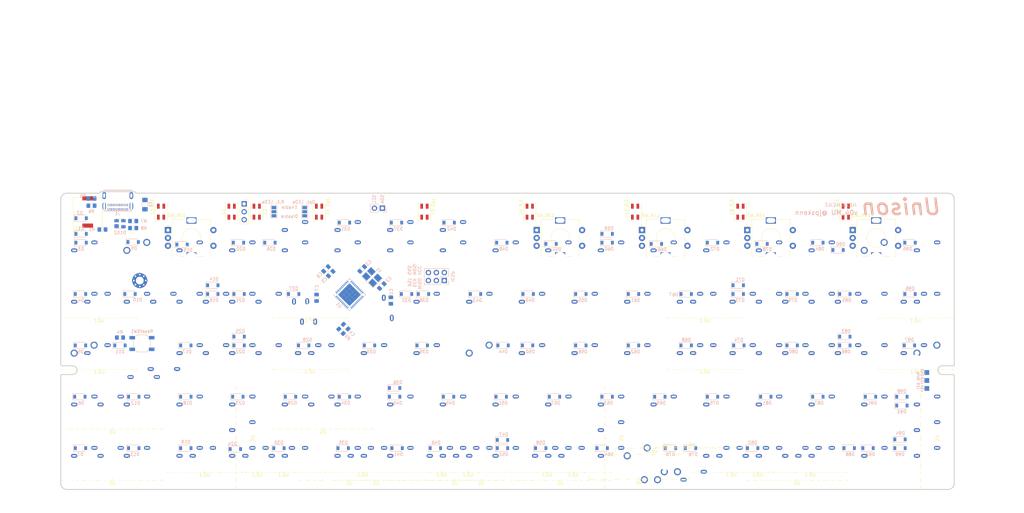
<source format=kicad_pcb>
(kicad_pcb (version 20171130) (host pcbnew "(5.1.9-0-10_14)")
  (layers (0 F.Cu signal) (31 B.Cu signal) (34 B.Paste user) (35 F.Paste user) (36 B.SilkS user) (37 F.SilkS user) (38 B.Mask user) (39 F.Mask user) (44 Edge.Cuts user))
  (net 0 "")
  (module ukiha:CherryMX_MidHeight_16mm_rev2_merged_hole_1.5u_guide (layer F.Cu) (at 139.6 117.75)
    (fp_text reference SW_45_4 hide)
    (fp_text value SW_Push hide)
    (fp_text user 1.5U (at 0 3.5 -180) (layer F.SilkS))
    (pad "" np_thru_hole oval (at -4.79 0 180) (size 2.26 1.68) (drill oval 2.26 1.68) (layers *.Cu *.Mask))
    (pad "" np_thru_hole circle (at 0 0 270) (size 3.98 3.98) (drill 3.98) (layers *.Cu *.Mask))
    (pad "" np_thru_hole oval (at 4.79 0 180) (size 2.26 1.68) (drill oval 2.26 1.68) (layers *.Cu *.Mask))
    (pad 2 thru_hole oval (at 2.64 -5.08) (size 2 1.2) (drill oval 1.4 0.4) (layers *.Cu B.Mask))
    (pad 1 thru_hole oval (at -3.81 -2.54) (size 2 1.2) (drill oval 1.2 0.4) (layers *.Cu B.Mask))
  )
  (module ukiha:CherryMX_MidHeight_16mm_rev2_merged_hole_1.5u_guide (layer F.Cu) (at 148 117.75)
    (fp_text reference SW_45_3 hide)
    (fp_text value SW_Push hide)
    (fp_text user 1.5U (at 0 3.5 -180) (layer F.SilkS))
    (pad 1 thru_hole oval (at -3.81 -2.54) (size 2 1.2) (drill oval 1.2 0.4) (layers *.Cu B.Mask))
    (pad 2 thru_hole oval (at 2.64 -5.08) (size 2 1.2) (drill oval 1.4 0.4) (layers *.Cu B.Mask))
    (pad "" np_thru_hole oval (at 4.79 0 180) (size 2.26 1.68) (drill oval 2.26 1.68) (layers *.Cu *.Mask))
    (pad "" np_thru_hole circle (at 0 0 270) (size 3.98 3.98) (drill 3.98) (layers *.Cu *.Mask))
    (pad "" np_thru_hole oval (at -4.79 0 180) (size 2.26 1.68) (drill oval 2.26 1.68) (layers *.Cu *.Mask))
  )
  (module ukiha:CherryMX_MidHeight_16mm_rev2_merged_hole_2u_guide (layer F.Cu) (at 152.2 117.75)
    (fp_text reference SW_45_2 hide)
    (fp_text value SW_Push hide)
    (fp_text user 2U (at 0 6.25 -180) (layer F.SilkS))
    (pad "" np_thru_hole oval (at -4.79 0 180) (size 2.26 1.68) (drill oval 2.26 1.68) (layers *.Cu *.Mask))
    (pad "" np_thru_hole circle (at 0 0 270) (size 3.98 3.98) (drill 3.98) (layers *.Cu *.Mask))
    (pad "" np_thru_hole oval (at 4.79 0 180) (size 2.26 1.68) (drill oval 2.26 1.68) (layers *.Cu *.Mask))
    (pad 2 thru_hole oval (at 2.64 -5.08) (size 2 1.2) (drill oval 1.4 0.4) (layers *.Cu B.Mask))
    (pad 1 thru_hole oval (at -3.81 -2.54) (size 2 1.2) (drill oval 1.2 0.4) (layers *.Cu B.Mask))
  )
  (module ukiha:CherryMX_MidHeight_16mm_rev2_merged_hole_2u_guide (layer F.Cu) (at 143.8 117.75)
    (fp_text reference SW_45_1 hide)
    (fp_text value SW_Push hide)
    (fp_text user 2U (at 0 6.25 -180) (layer F.SilkS))
    (pad "" np_thru_hole oval (at -4.79 0 180) (size 2.26 1.68) (drill oval 2.26 1.68) (layers *.Cu *.Mask))
    (pad "" np_thru_hole circle (at 0 0 270) (size 3.98 3.98) (drill 3.98) (layers *.Cu *.Mask))
    (pad "" np_thru_hole oval (at 4.79 0 180) (size 2.26 1.68) (drill oval 2.26 1.68) (layers *.Cu *.Mask))
    (pad 2 thru_hole oval (at 2.64 -5.08) (size 2 1.2) (drill oval 1.4 0.4) (layers *.Cu B.Mask))
    (pad 1 thru_hole oval (at -3.81 -2.54) (size 2 1.2) (drill oval 1.2 0.4) (layers *.Cu B.Mask))
  )
  (module ukiha:CherryMX_MidHeight_16mm_rev2_merged_hole_2u_guide (layer F.Cu) (at 101.8 101.35)
    (fp_text reference SW_39_2 hide)
    (fp_text value SW_Push hide)
    (fp_text user 2U (at 0 6.25 -180) (layer F.SilkS))
    (pad 1 thru_hole oval (at -3.81 -2.54) (size 2 1.2) (drill oval 1.2 0.4) (layers *.Cu B.Mask))
    (pad 2 thru_hole oval (at 2.64 -5.08) (size 2 1.2) (drill oval 1.4 0.4) (layers *.Cu B.Mask))
    (pad "" np_thru_hole oval (at 4.79 0 180) (size 2.26 1.68) (drill oval 2.26 1.68) (layers *.Cu *.Mask))
    (pad "" np_thru_hole circle (at 0 0 270) (size 3.98 3.98) (drill 3.98) (layers *.Cu *.Mask))
    (pad "" np_thru_hole oval (at -4.79 0 180) (size 2.26 1.68) (drill oval 2.26 1.68) (layers *.Cu *.Mask))
  )
  (module ukiha:CherryMX_MidHeight_16mm_rev2_merged_hole_1.5u_guide (layer F.Cu) (at 97.6 84.95)
    (fp_text reference SW_38_2 hide)
    (fp_text value SW_Push hide)
    (fp_text user 1.5U (at 0 3.5 -180) (layer F.SilkS))
    (pad 1 thru_hole oval (at -3.81 -2.54) (size 2 1.2) (drill oval 1.2 0.4) (layers *.Cu B.Mask))
    (pad 2 thru_hole oval (at 2.64 -5.08) (size 2 1.2) (drill oval 1.4 0.4) (layers *.Cu B.Mask))
    (pad "" np_thru_hole oval (at 4.79 0 180) (size 2.26 1.68) (drill oval 2.26 1.68) (layers *.Cu *.Mask))
    (pad "" np_thru_hole circle (at 0 0 270) (size 3.98 3.98) (drill 3.98) (layers *.Cu *.Mask))
    (pad "" np_thru_hole oval (at -4.79 0 180) (size 2.26 1.68) (drill oval 2.26 1.68) (layers *.Cu *.Mask))
  )
  (module ukiha:CherryMX_MidHeight_16mm_rev2_merged_hole_1.5u_guide (layer F.Cu) (at 114.4 117.75)
    (fp_text reference SW_35_3 hide)
    (fp_text value SW_Push hide)
    (fp_text user 1.5U (at 0 3.5 -180) (layer F.SilkS))
    (pad 1 thru_hole oval (at -3.81 -2.54) (size 2 1.2) (drill oval 1.2 0.4) (layers *.Cu B.Mask))
    (pad 2 thru_hole oval (at 2.64 -5.08) (size 2 1.2) (drill oval 1.4 0.4) (layers *.Cu B.Mask))
    (pad "" np_thru_hole oval (at 4.79 0 180) (size 2.26 1.68) (drill oval 2.26 1.68) (layers *.Cu *.Mask))
    (pad "" np_thru_hole circle (at 0 0 270) (size 3.98 3.98) (drill 3.98) (layers *.Cu *.Mask))
    (pad "" np_thru_hole oval (at -4.79 0 180) (size 2.26 1.68) (drill oval 2.26 1.68) (layers *.Cu *.Mask))
  )
  (module ukiha:CherryMX_MidHeight_16mm_rev2_merged_hole_2u_guide (layer F.Cu) (at 118.6 117.75)
    (fp_text reference SW_35_2 hide)
    (fp_text value SW_Push hide)
    (fp_text user 2U (at 0 6.25 -180) (layer F.SilkS))
    (pad "" np_thru_hole oval (at -4.79 0 180) (size 2.26 1.68) (drill oval 2.26 1.68) (layers *.Cu *.Mask))
    (pad "" np_thru_hole circle (at 0 0 270) (size 3.98 3.98) (drill 3.98) (layers *.Cu *.Mask))
    (pad "" np_thru_hole oval (at 4.79 0 180) (size 2.26 1.68) (drill oval 2.26 1.68) (layers *.Cu *.Mask))
    (pad 2 thru_hole oval (at 2.64 -5.08) (size 2 1.2) (drill oval 1.4 0.4) (layers *.Cu B.Mask))
    (pad 1 thru_hole oval (at -3.81 -2.54) (size 2 1.2) (drill oval 1.2 0.4) (layers *.Cu B.Mask))
  )
  (module ukiha:CherryMX_MidHeight_16mm_rev2_merged_hole_2u_guide (layer F.Cu) (at 110.2 117.75)
    (fp_text reference SW_35_1 hide)
    (fp_text value SW_Push hide)
    (fp_text user 2U (at 0 6.25 -180) (layer F.SilkS))
    (pad "" np_thru_hole oval (at -4.79 0 180) (size 2.26 1.68) (drill oval 2.26 1.68) (layers *.Cu *.Mask))
    (pad "" np_thru_hole circle (at 0 0 270) (size 3.98 3.98) (drill 3.98) (layers *.Cu *.Mask))
    (pad "" np_thru_hole oval (at 4.79 0 180) (size 2.26 1.68) (drill oval 2.26 1.68) (layers *.Cu *.Mask))
    (pad 2 thru_hole oval (at 2.64 -5.08) (size 2 1.2) (drill oval 1.4 0.4) (layers *.Cu B.Mask))
    (pad 1 thru_hole oval (at -3.81 -2.54) (size 2 1.2) (drill oval 1.2 0.4) (layers *.Cu B.Mask))
  )
  (module ukiha:CherryMX_MidHeight_16mm_rev2_merged_hole_1.5u_guide (layer F.Cu) (at 89.2 117.75)
    (fp_text reference SW_30_2 hide)
    (fp_text value SW_Push hide)
    (fp_text user 1.5U (at 0 3.5 -180) (layer F.SilkS))
    (pad 1 thru_hole oval (at -3.81 -2.54) (size 2 1.2) (drill oval 1.2 0.4) (layers *.Cu B.Mask))
    (pad 2 thru_hole oval (at 2.64 -5.08) (size 2 1.2) (drill oval 1.4 0.4) (layers *.Cu B.Mask))
    (pad "" np_thru_hole oval (at 4.79 0 180) (size 2.26 1.68) (drill oval 2.26 1.68) (layers *.Cu *.Mask))
    (pad "" np_thru_hole circle (at 0 0 270) (size 3.98 3.98) (drill 3.98) (layers *.Cu *.Mask))
    (pad "" np_thru_hole oval (at -4.79 0 180) (size 2.26 1.68) (drill oval 2.26 1.68) (layers *.Cu *.Mask))
  )
  (module ukiha:CherryMX_MidHeight_16mm_rev2_merged_hole_1.5u_guide (layer F.Cu) (at 80.8 117.75)
    (fp_text reference SW_25_3 hide)
    (fp_text value SW_Push hide)
    (fp_text user 1.5U (at 0 3.5 -180) (layer F.SilkS))
    (pad "" np_thru_hole oval (at -4.79 0 180) (size 2.26 1.68) (drill oval 2.26 1.68) (layers *.Cu *.Mask))
    (pad "" np_thru_hole circle (at 0 0 270) (size 3.98 3.98) (drill 3.98) (layers *.Cu *.Mask))
    (pad "" np_thru_hole oval (at 4.79 0 180) (size 2.26 1.68) (drill oval 2.26 1.68) (layers *.Cu *.Mask))
    (pad 2 thru_hole oval (at 2.64 -5.08) (size 2 1.2) (drill oval 1.4 0.4) (layers *.Cu B.Mask))
    (pad 1 thru_hole oval (at -3.81 -2.54) (size 2 1.2) (drill oval 1.2 0.4) (layers *.Cu B.Mask))
  )
  (module ukiha:CherryMX_MidHeight_16mm_rev2_merged_hole_1.5u_guide (layer F.Cu) (at 64 117.75)
    (fp_text reference SW_20_2 hide)
    (fp_text value SW_Push hide)
    (fp_text user 1.5U (at 0 3.5 -180) (layer F.SilkS))
    (pad "" np_thru_hole oval (at -4.79 0 180) (size 2.26 1.68) (drill oval 2.26 1.68) (layers *.Cu *.Mask))
    (pad "" np_thru_hole circle (at 0 0 270) (size 3.98 3.98) (drill 3.98) (layers *.Cu *.Mask))
    (pad "" np_thru_hole oval (at 4.79 0 180) (size 2.26 1.68) (drill oval 2.26 1.68) (layers *.Cu *.Mask))
    (pad 2 thru_hole oval (at 2.64 -5.08) (size 2 1.2) (drill oval 1.4 0.4) (layers *.Cu B.Mask))
    (pad 1 thru_hole oval (at -3.81 -2.54) (size 2 1.2) (drill oval 1.2 0.4) (layers *.Cu B.Mask))
  )
  (module ukiha:CherryMX_MidHeight_16mm_rev2_merged_hole_2u_guide (layer F.Cu) (at 34.6 101.35)
    (fp_text reference SW_19_2 hide)
    (fp_text value SW_Push hide)
    (fp_text user 2U (at 0 6.25 -180) (layer F.SilkS))
    (pad 1 thru_hole oval (at -3.81 -2.54) (size 2 1.2) (drill oval 1.2 0.4) (layers *.Cu B.Mask))
    (pad 2 thru_hole oval (at 2.64 -5.08) (size 2 1.2) (drill oval 1.4 0.4) (layers *.Cu B.Mask))
    (pad "" np_thru_hole oval (at 4.79 0 180) (size 2.26 1.68) (drill oval 2.26 1.68) (layers *.Cu *.Mask))
    (pad "" np_thru_hole circle (at 0 0 270) (size 3.98 3.98) (drill 3.98) (layers *.Cu *.Mask))
    (pad "" np_thru_hole oval (at -4.79 0 180) (size 2.26 1.68) (drill oval 2.26 1.68) (layers *.Cu *.Mask))
  )
  (module ukiha:CherryMX_MidHeight_16mm_rev2_merged_hole_1.5u_guide (layer F.Cu) (at 30.4 84.95)
    (fp_text reference SW_18_2 hide)
    (fp_text value SW_Push hide)
    (fp_text user 1.5U (at 0 3.5 -180) (layer F.SilkS))
    (pad "" np_thru_hole oval (at -4.79 0 180) (size 2.26 1.68) (drill oval 2.26 1.68) (layers *.Cu *.Mask))
    (pad "" np_thru_hole circle (at 0 0 270) (size 3.98 3.98) (drill 3.98) (layers *.Cu *.Mask))
    (pad "" np_thru_hole oval (at 4.79 0 180) (size 2.26 1.68) (drill oval 2.26 1.68) (layers *.Cu *.Mask))
    (pad 2 thru_hole oval (at 2.64 -5.08) (size 2 1.2) (drill oval 1.4 0.4) (layers *.Cu B.Mask))
    (pad 1 thru_hole oval (at -3.81 -2.54) (size 2 1.2) (drill oval 1.2 0.4) (layers *.Cu B.Mask))
  )
  (module ukiha:CherryMX_MidHeight_16mm_rev2_merged_hole_1.5u_guide (layer F.Cu) (at 30.4 68.55)
    (fp_text reference SW_17_2 hide)
    (fp_text value SW_Push hide)
    (fp_text user 1.5U (at 0 3.5 -180) (layer F.SilkS))
    (pad 1 thru_hole oval (at -3.81 -2.54) (size 2 1.2) (drill oval 1.2 0.4) (layers *.Cu B.Mask))
    (pad 2 thru_hole oval (at 2.64 -5.08) (size 2 1.2) (drill oval 1.4 0.4) (layers *.Cu B.Mask))
    (pad "" np_thru_hole oval (at 4.79 0 180) (size 2.26 1.68) (drill oval 2.26 1.68) (layers *.Cu *.Mask))
    (pad "" np_thru_hole circle (at 0 0 270) (size 3.98 3.98) (drill 3.98) (layers *.Cu *.Mask))
    (pad "" np_thru_hole oval (at -4.79 0 180) (size 2.26 1.68) (drill oval 2.26 1.68) (layers *.Cu *.Mask))
  )
  (module ukiha:CherryMX_MidHeight_16mm_rev2_merged_hole_2u_guide (layer F.Cu) (at 34.6 117.75)
    (fp_text reference SW_10_2 hide)
    (fp_text value SW_Push hide)
    (fp_text user 2U (at 0 6.25 -180) (layer F.SilkS))
    (pad 1 thru_hole oval (at -3.81 -2.54) (size 2 1.2) (drill oval 1.2 0.4) (layers *.Cu B.Mask))
    (pad 2 thru_hole oval (at 2.64 -5.08) (size 2 1.2) (drill oval 1.4 0.4) (layers *.Cu B.Mask))
    (pad "" np_thru_hole oval (at 4.79 0 180) (size 2.26 1.68) (drill oval 2.26 1.68) (layers *.Cu *.Mask))
    (pad "" np_thru_hole circle (at 0 0 270) (size 3.98 3.98) (drill 3.98) (layers *.Cu *.Mask))
    (pad "" np_thru_hole oval (at -4.79 0 180) (size 2.26 1.68) (drill oval 2.26 1.68) (layers *.Cu *.Mask))
  )
  (module ukiha:CherryMX_MidHeight_16mm_rev2_merged_hole (layer F.Cu) (at 278.2 84.95)
    (fp_text reference SW_98_2 hide)
    (fp_text value SW_Push hide)
    (pad "" np_thru_hole circle (at 0 0 270) (size 3.98 3.98) (drill 3.98) (layers *.Cu *.Mask))
    (pad 2 thru_hole oval (at 2.64 -5.08) (size 2 1.2) (drill oval 1.4 0.4) (layers *.Cu B.Mask))
    (pad 1 thru_hole oval (at -3.81 -2.54) (size 2 1.2) (drill oval 1.2 0.4) (layers *.Cu B.Mask))
    (pad "" np_thru_hole oval (at 4.79 0 180) (size 2.26 1.68) (drill oval 2.26 1.68) (layers *.Cu *.Mask))
    (pad "" np_thru_hole oval (at -4.79 0 180) (size 2.26 1.68) (drill oval 2.26 1.68) (layers *.Cu *.Mask))
  )
  (module ukiha:CherryMX_MidHeight_16mm_rev2_merged_hole (layer F.Cu) (at 269.8 84.95)
    (fp_text reference SW_98_1 hide)
    (fp_text value SW_Push hide)
    (pad "" np_thru_hole oval (at -4.79 0 180) (size 2.26 1.68) (drill oval 2.26 1.68) (layers *.Cu *.Mask))
    (pad "" np_thru_hole oval (at 4.79 0 180) (size 2.26 1.68) (drill oval 2.26 1.68) (layers *.Cu *.Mask))
    (pad 1 thru_hole oval (at -3.81 -2.54) (size 2 1.2) (drill oval 1.2 0.4) (layers *.Cu B.Mask))
    (pad 2 thru_hole oval (at 2.64 -5.08) (size 2 1.2) (drill oval 1.4 0.4) (layers *.Cu B.Mask))
    (pad "" np_thru_hole circle (at 0 0 270) (size 3.98 3.98) (drill 3.98) (layers *.Cu *.Mask))
  )
  (module ukiha:CherryMX_MidHeight_16mm_rev2_merged_hole (layer F.Cu) (at 278.2 68.55)
    (fp_text reference SW_97_2 hide)
    (fp_text value SW_Push hide)
    (pad "" np_thru_hole circle (at 0 0 270) (size 3.98 3.98) (drill 3.98) (layers *.Cu *.Mask))
    (pad 2 thru_hole oval (at 2.64 -5.08) (size 2 1.2) (drill oval 1.4 0.4) (layers *.Cu B.Mask))
    (pad 1 thru_hole oval (at -3.81 -2.54) (size 2 1.2) (drill oval 1.2 0.4) (layers *.Cu B.Mask))
    (pad "" np_thru_hole oval (at 4.79 0 180) (size 2.26 1.68) (drill oval 2.26 1.68) (layers *.Cu *.Mask))
    (pad "" np_thru_hole oval (at -4.79 0 180) (size 2.26 1.68) (drill oval 2.26 1.68) (layers *.Cu *.Mask))
  )
  (module ukiha:CherryMX_MidHeight_16mm_rev2_merged_hole (layer F.Cu) (at 269.8 68.55)
    (fp_text reference SW_97_1 hide)
    (fp_text value SW_Push hide)
    (pad "" np_thru_hole oval (at -4.79 0 180) (size 2.26 1.68) (drill oval 2.26 1.68) (layers *.Cu *.Mask))
    (pad "" np_thru_hole oval (at 4.79 0 180) (size 2.26 1.68) (drill oval 2.26 1.68) (layers *.Cu *.Mask))
    (pad 1 thru_hole oval (at -3.81 -2.54) (size 2 1.2) (drill oval 1.2 0.4) (layers *.Cu B.Mask))
    (pad 2 thru_hole oval (at 2.64 -5.08) (size 2 1.2) (drill oval 1.4 0.4) (layers *.Cu B.Mask))
    (pad "" np_thru_hole circle (at 0 0 270) (size 3.98 3.98) (drill 3.98) (layers *.Cu *.Mask))
  )
  (module ukiha:CherryMX_MidHeight_16mm_rev2_merged_hole (layer F.Cu) (at 295 117.75)
    (fp_text reference SW_90_1 hide)
    (fp_text value SW_Push hide)
    (pad "" np_thru_hole circle (at 0 0 270) (size 3.98 3.98) (drill 3.98) (layers *.Cu *.Mask))
    (pad 2 thru_hole oval (at 2.64 -5.08) (size 2 1.2) (drill oval 1.4 0.4) (layers *.Cu B.Mask))
    (pad 1 thru_hole oval (at -3.81 -2.54) (size 2 1.2) (drill oval 1.2 0.4) (layers *.Cu B.Mask))
    (pad "" np_thru_hole oval (at 4.79 0 180) (size 2.26 1.68) (drill oval 2.26 1.68) (layers *.Cu *.Mask))
    (pad "" np_thru_hole oval (at -4.79 0 180) (size 2.26 1.68) (drill oval 2.26 1.68) (layers *.Cu *.Mask))
  )
  (module ukiha:CherryMX_MidHeight_16mm_rev2_merged_hole (layer F.Cu) (at 244.6 68.55)
    (fp_text reference SW_87_2 hide)
    (fp_text value SW_Push hide)
    (pad "" np_thru_hole oval (at -4.79 0 180) (size 2.26 1.68) (drill oval 2.26 1.68) (layers *.Cu *.Mask))
    (pad "" np_thru_hole oval (at 4.79 0 180) (size 2.26 1.68) (drill oval 2.26 1.68) (layers *.Cu *.Mask))
    (pad 1 thru_hole oval (at -3.81 -2.54) (size 2 1.2) (drill oval 1.2 0.4) (layers *.Cu B.Mask))
    (pad 2 thru_hole oval (at 2.64 -5.08) (size 2 1.2) (drill oval 1.4 0.4) (layers *.Cu B.Mask))
    (pad "" np_thru_hole circle (at 0 0 270) (size 3.98 3.98) (drill 3.98) (layers *.Cu *.Mask))
  )
  (module swanmatch:QFN-44-1EP_7x7mm_Pitch0.5mm (layer B.Cu) (at 110.2 63.75 315)
    (fp_text reference U1 (at 0 4.75 135) (layer B.SilkS) (effects (justify mirror)))
    (fp_text value ATmega32U4-MU)
    (pad 1 smd rect (at -3.4 2.5 315) (size 0.7 0.25) (layers B.Cu B.Paste B.Mask))
    (pad 2 smd rect (at -3.4 2 315) (size 0.7 0.25) (layers B.Cu B.Paste B.Mask))
    (pad 3 smd rect (at -3.4 1.5 315) (size 0.7 0.25) (layers B.Cu B.Paste B.Mask))
    (pad 4 smd rect (at -3.4 1 315) (size 0.7 0.25) (layers B.Cu B.Paste B.Mask))
    (pad 5 smd rect (at -3.4 0.5 315) (size 0.7 0.25) (layers B.Cu B.Paste B.Mask))
    (pad 6 smd rect (at -3.4 0 315) (size 0.7 0.25) (layers B.Cu B.Paste B.Mask))
    (pad 7 smd rect (at -3.4 -0.5 315) (size 0.7 0.25) (layers B.Cu B.Paste B.Mask))
    (pad 8 smd rect (at -3.4 -1 315) (size 0.7 0.25) (layers B.Cu B.Paste B.Mask))
    (pad 9 smd rect (at -3.4 -1.5 315) (size 0.7 0.25) (layers B.Cu B.Paste B.Mask))
    (pad 10 smd rect (at -3.4 -2 315) (size 0.7 0.25) (layers B.Cu B.Paste B.Mask))
    (pad 11 smd rect (at -3.4 -2.5 315) (size 0.7 0.25) (layers B.Cu B.Paste B.Mask))
    (pad 12 smd rect (at -2.5 -3.4 225) (size 0.7 0.25) (layers B.Cu B.Paste B.Mask))
    (pad 13 smd rect (at -2 -3.4 225) (size 0.7 0.25) (layers B.Cu B.Paste B.Mask))
    (pad 14 smd rect (at -1.5 -3.4 225) (size 0.7 0.25) (layers B.Cu B.Paste B.Mask))
    (pad 15 smd rect (at -1 -3.4 225) (size 0.7 0.25) (layers B.Cu B.Paste B.Mask))
    (pad 16 smd rect (at -0.5 -3.4 225) (size 0.7 0.25) (layers B.Cu B.Paste B.Mask))
    (pad 17 smd rect (at 0 -3.4 225) (size 0.7 0.25) (layers B.Cu B.Paste B.Mask))
    (pad 18 smd rect (at 0.5 -3.4 225) (size 0.7 0.25) (layers B.Cu B.Paste B.Mask))
    (pad 19 smd rect (at 1 -3.4 225) (size 0.7 0.25) (layers B.Cu B.Paste B.Mask))
    (pad 20 smd rect (at 1.5 -3.4 225) (size 0.7 0.25) (layers B.Cu B.Paste B.Mask))
    (pad 21 smd rect (at 2 -3.4 225) (size 0.7 0.25) (layers B.Cu B.Paste B.Mask))
    (pad 22 smd rect (at 2.5 -3.4 225) (size 0.7 0.25) (layers B.Cu B.Paste B.Mask))
    (pad 23 smd rect (at 3.4 -2.5 315) (size 0.7 0.25) (layers B.Cu B.Paste B.Mask))
    (pad 24 smd rect (at 3.4 -2 315) (size 0.7 0.25) (layers B.Cu B.Paste B.Mask))
    (pad 25 smd rect (at 3.4 -1.5 315) (size 0.7 0.25) (layers B.Cu B.Paste B.Mask))
    (pad 26 smd rect (at 3.4 -1 315) (size 0.7 0.25) (layers B.Cu B.Paste B.Mask))
    (pad 27 smd rect (at 3.4 -0.5 315) (size 0.7 0.25) (layers B.Cu B.Paste B.Mask))
    (pad 28 smd rect (at 3.4 0 315) (size 0.7 0.25) (layers B.Cu B.Paste B.Mask))
    (pad 29 smd rect (at 3.4 0.5 315) (size 0.7 0.25) (layers B.Cu B.Paste B.Mask))
    (pad 30 smd rect (at 3.4 1 315) (size 0.7 0.25) (layers B.Cu B.Paste B.Mask))
    (pad 31 smd rect (at 3.4 1.5 315) (size 0.7 0.25) (layers B.Cu B.Paste B.Mask))
    (pad 32 smd rect (at 3.4 2 315) (size 0.7 0.25) (layers B.Cu B.Paste B.Mask))
    (pad 33 smd rect (at 3.4 2.5 315) (size 0.7 0.25) (layers B.Cu B.Paste B.Mask))
    (pad 34 smd rect (at 2.5 3.4 225) (size 0.7 0.25) (layers B.Cu B.Paste B.Mask))
    (pad 35 smd rect (at 2 3.4 225) (size 0.7 0.25) (layers B.Cu B.Paste B.Mask))
    (pad 36 smd rect (at 1.5 3.4 225) (size 0.7 0.25) (layers B.Cu B.Paste B.Mask))
    (pad 37 smd rect (at 1 3.4 225) (size 0.7 0.25) (layers B.Cu B.Paste B.Mask))
    (pad 38 smd rect (at 0.5 3.4 225) (size 0.7 0.25) (layers B.Cu B.Paste B.Mask))
    (pad 39 smd rect (at 0 3.4 225) (size 0.7 0.25) (layers B.Cu B.Paste B.Mask))
    (pad 40 smd rect (at -0.5 3.4 225) (size 0.7 0.25) (layers B.Cu B.Paste B.Mask))
    (pad 41 smd rect (at -1 3.4 225) (size 0.7 0.25) (layers B.Cu B.Paste B.Mask))
    (pad 42 smd rect (at -1.5 3.4 225) (size 0.7 0.25) (layers B.Cu B.Paste B.Mask))
    (pad 43 smd rect (at -2 3.4 225) (size 0.7 0.25) (layers B.Cu B.Paste B.Mask))
    (pad 44 smd rect (at -2.5 3.4 225) (size 0.7 0.25) (layers B.Cu B.Paste B.Mask))
    (pad 45 smd rect (at 1.93125 -1.93125 315) (size 1.2875 1.2875) (layers B.Cu B.Paste B.Mask))
    (pad 45 smd rect (at 1.93125 -0.64375 315) (size 1.2875 1.2875) (layers B.Cu B.Paste B.Mask))
    (pad 45 smd rect (at 1.93125 0.64375 315) (size 1.2875 1.2875) (layers B.Cu B.Paste B.Mask))
    (pad 45 smd rect (at 1.93125 1.93125 315) (size 1.2875 1.2875) (layers B.Cu B.Paste B.Mask))
    (pad 45 smd rect (at 0.64375 -1.93125 315) (size 1.2875 1.2875) (layers B.Cu B.Paste B.Mask))
    (pad 45 smd rect (at 0.64375 -0.64375 315) (size 1.2875 1.2875) (layers B.Cu B.Paste B.Mask))
    (pad 45 smd rect (at 0.64375 0.64375 315) (size 1.2875 1.2875) (layers B.Cu B.Paste B.Mask))
    (pad 45 smd rect (at 0.64375 1.93125 315) (size 1.2875 1.2875) (layers B.Cu B.Paste B.Mask))
    (pad 45 smd rect (at -0.64375 -1.93125 315) (size 1.2875 1.2875) (layers B.Cu B.Paste B.Mask))
    (pad 45 smd rect (at -0.64375 -0.64375 315) (size 1.2875 1.2875) (layers B.Cu B.Paste B.Mask))
    (pad 45 smd rect (at -0.64375 0.64375 315) (size 1.2875 1.2875) (layers B.Cu B.Paste B.Mask))
    (pad 45 smd rect (at -0.64375 1.93125 315) (size 1.2875 1.2875) (layers B.Cu B.Paste B.Mask))
    (pad 45 smd rect (at -1.93125 -1.93125 315) (size 1.2875 1.2875) (layers B.Cu B.Paste B.Mask))
    (pad 45 smd rect (at -1.93125 -0.64375 315) (size 1.2875 1.2875) (layers B.Cu B.Paste B.Mask))
    (pad 45 smd rect (at -1.93125 0.64375 315) (size 1.2875 1.2875) (layers B.Cu B.Paste B.Mask))
    (pad 45 smd rect (at -1.93125 1.93125 315) (size 1.2875 1.2875) (layers B.Cu B.Paste B.Mask))
  )
  (module ukiha:CherryMX_MidHeight_16mm_rev2_merged_hole_2U_vertical_guide (layer F.Cu) (at 295 109.55)
    (fp_text reference SW_90_2 hide)
    (fp_text value SW_Push hide)
    (fp_text user 2U (at 2.74 0 -90) (layer F.SilkS))
    (pad "" np_thru_hole oval (at -4.79 0 180) (size 2.26 1.68) (drill oval 2.26 1.68) (layers *.Cu *.Mask))
    (pad "" np_thru_hole circle (at 0 0 270) (size 3.98 3.98) (drill 3.98) (layers *.Cu *.Mask))
    (pad "" np_thru_hole oval (at 4.79 0 180) (size 2.26 1.68) (drill oval 2.26 1.68) (layers *.Cu *.Mask))
    (pad 2 thru_hole oval (at 2.64 -5.08) (size 2 1.2) (drill oval 1.4 0.4) (layers *.Cu B.Mask))
    (pad 1 thru_hole oval (at -3.81 -2.54) (size 2 1.2) (drill oval 1.2 0.4) (layers *.Cu B.Mask))
  )
  (module ukiha:CherryMX_MidHeight_16mm_rev2_merged_hole_2U_vertical_guide (layer F.Cu) (at 194.2 109.55)
    (fp_text reference SW_60_2 hide)
    (fp_text value SW_Push hide)
    (fp_text user 2U (at 2.74 0 -90) (layer F.SilkS))
    (pad 1 thru_hole oval (at -3.81 -2.54) (size 2 1.2) (drill oval 1.2 0.4) (layers *.Cu B.Mask))
    (pad 2 thru_hole oval (at 2.64 -5.08) (size 2 1.2) (drill oval 1.4 0.4) (layers *.Cu B.Mask))
    (pad "" np_thru_hole oval (at 4.79 0 180) (size 2.26 1.68) (drill oval 2.26 1.68) (layers *.Cu *.Mask))
    (pad "" np_thru_hole circle (at 0 0 270) (size 3.98 3.98) (drill 3.98) (layers *.Cu *.Mask))
    (pad "" np_thru_hole oval (at -4.79 0 180) (size 2.26 1.68) (drill oval 2.26 1.68) (layers *.Cu *.Mask))
  )
  (module ukiha:CherryMX_MidHeight_16mm_rev2_merged_hole_1.5u_alt_guide (layer F.Cu) (at 97.6 68.55 90)
    (fp_text reference SW_37_2 hide)
    (fp_text value SW_Push hide)
    (fp_text user 1.5U (at -3.4 0) (layer F.SilkS))
    (pad 1 thru_hole oval (at -3.81 -2.54 90) (size 2 1.2) (drill oval 1.2 0.4) (layers *.Cu B.Mask))
    (pad 2 thru_hole oval (at 2.64 -5.08 90) (size 2 1.2) (drill oval 1.4 0.4) (layers *.Cu B.Mask))
    (pad "" np_thru_hole oval (at 4.79 0 270) (size 2.26 1.68) (drill oval 2.26 1.68) (layers *.Cu *.Mask))
    (pad "" np_thru_hole circle (at 0 0) (size 3.98 3.98) (drill 3.98) (layers *.Cu *.Mask))
    (pad "" np_thru_hole oval (at -4.79 0 270) (size 2.26 1.68) (drill oval 2.26 1.68) (layers *.Cu *.Mask))
  )
  (module ukiha:CherryMX_MidHeight_16mm_rev2_merged_hole_2U_vertical_guide (layer F.Cu) (at 76.6 109.55)
    (fp_text reference SW_25_2 hide)
    (fp_text value SW_Push hide)
    (fp_text user 2U (at 2.74 0 -90) (layer F.SilkS))
    (pad 1 thru_hole oval (at -3.81 -2.54) (size 2 1.2) (drill oval 1.2 0.4) (layers *.Cu B.Mask))
    (pad 2 thru_hole oval (at 2.64 -5.08) (size 2 1.2) (drill oval 1.4 0.4) (layers *.Cu B.Mask))
    (pad "" np_thru_hole oval (at 4.79 0 180) (size 2.26 1.68) (drill oval 2.26 1.68) (layers *.Cu *.Mask))
    (pad "" np_thru_hole circle (at 0 0 270) (size 3.98 3.98) (drill 3.98) (layers *.Cu *.Mask))
    (pad "" np_thru_hole oval (at -4.79 0 180) (size 2.26 1.68) (drill oval 2.26 1.68) (layers *.Cu *.Mask))
  )
  (module ukiha:CherryMX_MidHeight_16mm_rev2_merged_hole_1.5u_guide (layer F.Cu) (at 290.8 84.95)
    (fp_text reference SW_8_2 hide)
    (fp_text value SW_Push hide)
    (fp_text user 1.5U (at 0 3.5 -180) (layer F.SilkS))
    (pad "" np_thru_hole oval (at -4.79 0 180) (size 2.26 1.68) (drill oval 2.26 1.68) (layers *.Cu *.Mask))
    (pad "" np_thru_hole circle (at 0 0 270) (size 3.98 3.98) (drill 3.98) (layers *.Cu *.Mask))
    (pad "" np_thru_hole oval (at 4.79 0 180) (size 2.26 1.68) (drill oval 2.26 1.68) (layers *.Cu *.Mask))
    (pad 2 thru_hole oval (at 2.64 -5.08) (size 2 1.2) (drill oval 1.4 0.4) (layers *.Cu B.Mask))
    (pad 1 thru_hole oval (at -3.81 -2.54) (size 2 1.2) (drill oval 1.2 0.4) (layers *.Cu B.Mask))
  )
  (module ukiha:CherryMX_MidHeight_16mm_rev2_merged_hole_1.5u_guide (layer F.Cu) (at 240.4 117.75)
    (fp_text reference SW_85_3 hide)
    (fp_text value SW_Push hide)
    (fp_text user 1.5U (at 0 3.5 -180) (layer F.SilkS))
    (pad 1 thru_hole oval (at -3.81 -2.54) (size 2 1.2) (drill oval 1.2 0.4) (layers *.Cu B.Mask))
    (pad 2 thru_hole oval (at 2.64 -5.08) (size 2 1.2) (drill oval 1.4 0.4) (layers *.Cu B.Mask))
    (pad "" np_thru_hole oval (at 4.79 0 180) (size 2.26 1.68) (drill oval 2.26 1.68) (layers *.Cu *.Mask))
    (pad "" np_thru_hole circle (at 0 0 270) (size 3.98 3.98) (drill 3.98) (layers *.Cu *.Mask))
    (pad "" np_thru_hole oval (at -4.79 0 180) (size 2.26 1.68) (drill oval 2.26 1.68) (layers *.Cu *.Mask))
  )
  (module ukiha:CherryMX_MidHeight_16mm_rev2_merged_hole_2u_guide (layer F.Cu) (at 253 117.75)
    (fp_text reference SW_85_2 hide)
    (fp_text value SW_Push hide)
    (fp_text user 2U (at 0 6.25 -180) (layer F.SilkS))
    (pad 1 thru_hole oval (at -3.81 -2.54) (size 2 1.2) (drill oval 1.2 0.4) (layers *.Cu B.Mask))
    (pad 2 thru_hole oval (at 2.64 -5.08) (size 2 1.2) (drill oval 1.4 0.4) (layers *.Cu B.Mask))
    (pad "" np_thru_hole oval (at 4.79 0 180) (size 2.26 1.68) (drill oval 2.26 1.68) (layers *.Cu *.Mask))
    (pad "" np_thru_hole circle (at 0 0 270) (size 3.98 3.98) (drill 3.98) (layers *.Cu *.Mask))
    (pad "" np_thru_hole oval (at -4.79 0 180) (size 2.26 1.68) (drill oval 2.26 1.68) (layers *.Cu *.Mask))
  )
  (module ukiha:CherryMX_MidHeight_16mm_rev2_merged_hole_1.5u_guide (layer F.Cu) (at 257.2 117.75)
    (fp_text reference SW_80_2 hide)
    (fp_text value SW_Push hide)
    (fp_text user 1.5U (at 0 3.5 -180) (layer F.SilkS))
    (pad "" np_thru_hole oval (at -4.79 0 180) (size 2.26 1.68) (drill oval 2.26 1.68) (layers *.Cu *.Mask))
    (pad "" np_thru_hole circle (at 0 0 270) (size 3.98 3.98) (drill 3.98) (layers *.Cu *.Mask))
    (pad "" np_thru_hole oval (at 4.79 0 180) (size 2.26 1.68) (drill oval 2.26 1.68) (layers *.Cu *.Mask))
    (pad 2 thru_hole oval (at 2.64 -5.08) (size 2 1.2) (drill oval 1.4 0.4) (layers *.Cu B.Mask))
    (pad 1 thru_hole oval (at -3.81 -2.54) (size 2 1.2) (drill oval 1.2 0.4) (layers *.Cu B.Mask))
  )
  (module ukiha:CherryMX_MidHeight_16mm_rev2_merged_hole_1.5u_guide (layer F.Cu) (at 290.8 68.55)
    (fp_text reference SW_7_2 hide)
    (fp_text value SW_Push hide)
    (fp_text user 1.5U (at 0 3.5 -180) (layer F.SilkS))
    (pad 1 thru_hole oval (at -3.81 -2.54) (size 2 1.2) (drill oval 1.2 0.4) (layers *.Cu B.Mask))
    (pad 2 thru_hole oval (at 2.64 -5.08) (size 2 1.2) (drill oval 1.4 0.4) (layers *.Cu B.Mask))
    (pad "" np_thru_hole oval (at 4.79 0 180) (size 2.26 1.68) (drill oval 2.26 1.68) (layers *.Cu *.Mask))
    (pad "" np_thru_hole circle (at 0 0 270) (size 3.98 3.98) (drill 3.98) (layers *.Cu *.Mask))
    (pad "" np_thru_hole oval (at -4.79 0 180) (size 2.26 1.68) (drill oval 2.26 1.68) (layers *.Cu *.Mask))
  )
  (module ukiha:CherryMX_MidHeight_16mm_rev2_merged_hole_2u_guide (layer F.Cu) (at 219.4 117.75 180)
    (fp_text reference SW_75_3 hide)
    (fp_text value SW_Push hide)
    (fp_text user 2U (at 0 6.25 180) (layer F.SilkS))
    (pad 1 thru_hole oval (at -3.81 -2.54 180) (size 2 1.2) (drill oval 1.2 0.4) (layers *.Cu B.Mask))
    (pad 2 thru_hole oval (at 2.64 -5.08 180) (size 2 1.2) (drill oval 1.4 0.4) (layers *.Cu B.Mask))
    (pad "" np_thru_hole oval (at 4.79 0) (size 2.26 1.68) (drill oval 2.26 1.68) (layers *.Cu *.Mask))
    (pad "" np_thru_hole circle (at 0 0 90) (size 3.98 3.98) (drill 3.98) (layers *.Cu *.Mask))
    (pad "" np_thru_hole oval (at -4.79 0) (size 2.26 1.68) (drill oval 2.26 1.68) (layers *.Cu *.Mask))
  )
  (module ukiha:CherryMX_MidHeight_16mm_rev2_merged_hole_1.5u_guide (layer F.Cu) (at 223.6 84.95)
    (fp_text reference SW_73_2 hide)
    (fp_text value SW_Push hide)
    (fp_text user 1.5U (at 0 3.5 -180) (layer F.SilkS))
    (pad "" np_thru_hole oval (at -4.79 0 180) (size 2.26 1.68) (drill oval 2.26 1.68) (layers *.Cu *.Mask))
    (pad "" np_thru_hole circle (at 0 0 270) (size 3.98 3.98) (drill 3.98) (layers *.Cu *.Mask))
    (pad "" np_thru_hole oval (at 4.79 0 180) (size 2.26 1.68) (drill oval 2.26 1.68) (layers *.Cu *.Mask))
    (pad 2 thru_hole oval (at 2.64 -5.08) (size 2 1.2) (drill oval 1.4 0.4) (layers *.Cu B.Mask))
    (pad 1 thru_hole oval (at -3.81 -2.54) (size 2 1.2) (drill oval 1.2 0.4) (layers *.Cu B.Mask))
  )
  (module ukiha:CherryMX_MidHeight_16mm_rev2_merged_hole_1.5u_guide (layer F.Cu) (at 223.6 68.55)
    (fp_text reference SW_72_2 hide)
    (fp_text value SW_Push hide)
    (fp_text user 1.5U (at 0 3.5 -180) (layer F.SilkS))
    (pad "" np_thru_hole oval (at -4.79 0 180) (size 2.26 1.68) (drill oval 2.26 1.68) (layers *.Cu *.Mask))
    (pad "" np_thru_hole circle (at 0 0 270) (size 3.98 3.98) (drill 3.98) (layers *.Cu *.Mask))
    (pad "" np_thru_hole oval (at 4.79 0 180) (size 2.26 1.68) (drill oval 2.26 1.68) (layers *.Cu *.Mask))
    (pad 2 thru_hole oval (at 2.64 -5.08) (size 2 1.2) (drill oval 1.4 0.4) (layers *.Cu B.Mask))
    (pad 1 thru_hole oval (at -3.81 -2.54) (size 2 1.2) (drill oval 1.2 0.4) (layers *.Cu B.Mask))
  )
  (module ukiha:CherryMX_MidHeight_16mm_rev2_merged_hole_1.5u_guide (layer F.Cu) (at 232 117.75)
    (fp_text reference SW_70_2 hide)
    (fp_text value SW_Push hide)
    (fp_text user 1.5U (at 0 3.5 -180) (layer F.SilkS))
    (pad 1 thru_hole oval (at -3.81 -2.54) (size 2 1.2) (drill oval 1.2 0.4) (layers *.Cu B.Mask))
    (pad 2 thru_hole oval (at 2.64 -5.08) (size 2 1.2) (drill oval 1.4 0.4) (layers *.Cu B.Mask))
    (pad "" np_thru_hole oval (at 4.79 0 180) (size 2.26 1.68) (drill oval 2.26 1.68) (layers *.Cu *.Mask))
    (pad "" np_thru_hole circle (at 0 0 270) (size 3.98 3.98) (drill 3.98) (layers *.Cu *.Mask))
    (pad "" np_thru_hole oval (at -4.79 0 180) (size 2.26 1.68) (drill oval 2.26 1.68) (layers *.Cu *.Mask))
  )
  (module ukiha:CherryMX_MidHeight_16mm_rev2_merged_hole_1.5u_guide (layer F.Cu) (at 173.2 117.75)
    (fp_text reference SW_65_3 hide)
    (fp_text value SW_Push hide)
    (fp_text user 1.5U (at 0 3.5 -180) (layer F.SilkS))
    (pad "" np_thru_hole oval (at -4.79 0 180) (size 2.26 1.68) (drill oval 2.26 1.68) (layers *.Cu *.Mask))
    (pad "" np_thru_hole circle (at 0 0 270) (size 3.98 3.98) (drill 3.98) (layers *.Cu *.Mask))
    (pad "" np_thru_hole oval (at 4.79 0 180) (size 2.26 1.68) (drill oval 2.26 1.68) (layers *.Cu *.Mask))
    (pad 2 thru_hole oval (at 2.64 -5.08) (size 2 1.2) (drill oval 1.4 0.4) (layers *.Cu B.Mask))
    (pad 1 thru_hole oval (at -3.81 -2.54) (size 2 1.2) (drill oval 1.2 0.4) (layers *.Cu B.Mask))
  )
  (module ukiha:CherryMX_MidHeight_16mm_rev2_merged_hole_1.5u_guide (layer F.Cu) (at 181.6 117.75)
    (fp_text reference SW_65_2 hide)
    (fp_text value SW_Push hide)
    (fp_text user 1.5U (at 0 3.5 -180) (layer F.SilkS))
    (pad 1 thru_hole oval (at -3.81 -2.54) (size 2 1.2) (drill oval 1.2 0.4) (layers *.Cu B.Mask))
    (pad 2 thru_hole oval (at 2.64 -5.08) (size 2 1.2) (drill oval 1.4 0.4) (layers *.Cu B.Mask))
    (pad "" np_thru_hole oval (at 4.79 0 180) (size 2.26 1.68) (drill oval 2.26 1.68) (layers *.Cu *.Mask))
    (pad "" np_thru_hole circle (at 0 0 270) (size 3.98 3.98) (drill 3.98) (layers *.Cu *.Mask))
    (pad "" np_thru_hole oval (at -4.79 0 180) (size 2.26 1.68) (drill oval 2.26 1.68) (layers *.Cu *.Mask))
  )
  (module ukiha:CherryMX_MidHeight_16mm_rev2_merged_hole_2u_guide (layer F.Cu) (at 177.4 117.75)
    (fp_text reference SW_65_1 hide)
    (fp_text value SW_Push hide)
    (fp_text user 2U (at 0 6.25 -180) (layer F.SilkS))
    (pad "" np_thru_hole oval (at -4.79 0 180) (size 2.26 1.68) (drill oval 2.26 1.68) (layers *.Cu *.Mask))
    (pad "" np_thru_hole circle (at 0 0 270) (size 3.98 3.98) (drill 3.98) (layers *.Cu *.Mask))
    (pad "" np_thru_hole oval (at 4.79 0 180) (size 2.26 1.68) (drill oval 2.26 1.68) (layers *.Cu *.Mask))
    (pad 2 thru_hole oval (at 2.64 -5.08) (size 2 1.2) (drill oval 1.4 0.4) (layers *.Cu B.Mask))
    (pad 1 thru_hole oval (at -3.81 -2.54) (size 2 1.2) (drill oval 1.2 0.4) (layers *.Cu B.Mask))
  )
  (module ukiha:CherryMX_MidHeight_16mm_rev2_merged_hole (layer F.Cu) (at 236.2 68.55)
    (fp_text reference SW_87_1 hide)
    (fp_text value SW_Push hide)
    (pad "" np_thru_hole oval (at -4.79 0 180) (size 2.26 1.68) (drill oval 2.26 1.68) (layers *.Cu *.Mask))
    (pad "" np_thru_hole oval (at 4.79 0 180) (size 2.26 1.68) (drill oval 2.26 1.68) (layers *.Cu *.Mask))
    (pad 1 thru_hole oval (at -3.81 -2.54) (size 2 1.2) (drill oval 1.2 0.4) (layers *.Cu B.Mask))
    (pad 2 thru_hole oval (at 2.64 -5.08) (size 2 1.2) (drill oval 1.4 0.4) (layers *.Cu B.Mask))
    (pad "" np_thru_hole circle (at 0 0 270) (size 3.98 3.98) (drill 3.98) (layers *.Cu *.Mask))
  )
  (module ukiha:CherryMX_MidHeight_16mm_rev2_merged_hole (layer F.Cu) (at 244.6 117.75)
    (fp_text reference SW_85_1 hide)
    (fp_text value SW_Push hide)
    (pad "" np_thru_hole circle (at 0 0 270) (size 3.98 3.98) (drill 3.98) (layers *.Cu *.Mask))
    (pad 2 thru_hole oval (at 2.64 -5.08) (size 2 1.2) (drill oval 1.4 0.4) (layers *.Cu B.Mask))
    (pad 1 thru_hole oval (at -3.81 -2.54) (size 2 1.2) (drill oval 1.2 0.4) (layers *.Cu B.Mask))
    (pad "" np_thru_hole oval (at 4.79 0 180) (size 2.26 1.68) (drill oval 2.26 1.68) (layers *.Cu *.Mask))
    (pad "" np_thru_hole oval (at -4.79 0 180) (size 2.26 1.68) (drill oval 2.26 1.68) (layers *.Cu *.Mask))
  )
  (module ukiha:CherryMX_MidHeight_16mm_rev2_merged_hole (layer F.Cu) (at 261.4 84.95)
    (fp_text reference SW_83_2 hide)
    (fp_text value SW_Push hide)
    (pad "" np_thru_hole oval (at -4.79 0 180) (size 2.26 1.68) (drill oval 2.26 1.68) (layers *.Cu *.Mask))
    (pad "" np_thru_hole oval (at 4.79 0 180) (size 2.26 1.68) (drill oval 2.26 1.68) (layers *.Cu *.Mask))
    (pad 1 thru_hole oval (at -3.81 -2.54) (size 2 1.2) (drill oval 1.2 0.4) (layers *.Cu B.Mask))
    (pad 2 thru_hole oval (at 2.64 -5.08) (size 2 1.2) (drill oval 1.4 0.4) (layers *.Cu B.Mask))
    (pad "" np_thru_hole circle (at 0 0 270) (size 3.98 3.98) (drill 3.98) (layers *.Cu *.Mask))
  )
  (module ukiha:CherryMX_MidHeight_16mm_rev2_merged_hole (layer F.Cu) (at 253 84.95)
    (fp_text reference SW_83_1 hide)
    (fp_text value SW_Push hide)
    (pad "" np_thru_hole circle (at 0 0 270) (size 3.98 3.98) (drill 3.98) (layers *.Cu *.Mask))
    (pad 2 thru_hole oval (at 2.64 -5.08) (size 2 1.2) (drill oval 1.4 0.4) (layers *.Cu B.Mask))
    (pad 1 thru_hole oval (at -3.81 -2.54) (size 2 1.2) (drill oval 1.2 0.4) (layers *.Cu B.Mask))
    (pad "" np_thru_hole oval (at 4.79 0 180) (size 2.26 1.68) (drill oval 2.26 1.68) (layers *.Cu *.Mask))
    (pad "" np_thru_hole oval (at -4.79 0 180) (size 2.26 1.68) (drill oval 2.26 1.68) (layers *.Cu *.Mask))
  )
  (module ukiha:CherryMX_MidHeight_16mm_rev2_merged_hole (layer F.Cu) (at 261.4 68.55)
    (fp_text reference SW_82_2 hide)
    (fp_text value SW_Push hide)
    (pad "" np_thru_hole oval (at -4.79 0 180) (size 2.26 1.68) (drill oval 2.26 1.68) (layers *.Cu *.Mask))
    (pad "" np_thru_hole oval (at 4.79 0 180) (size 2.26 1.68) (drill oval 2.26 1.68) (layers *.Cu *.Mask))
    (pad 1 thru_hole oval (at -3.81 -2.54) (size 2 1.2) (drill oval 1.2 0.4) (layers *.Cu B.Mask))
    (pad 2 thru_hole oval (at 2.64 -5.08) (size 2 1.2) (drill oval 1.4 0.4) (layers *.Cu B.Mask))
    (pad "" np_thru_hole circle (at 0 0 270) (size 3.98 3.98) (drill 3.98) (layers *.Cu *.Mask))
  )
  (module ukiha:CherryMX_MidHeight_16mm_rev2_merged_hole (layer F.Cu) (at 253 68.55)
    (fp_text reference SW_82_1 hide)
    (fp_text value SW_Push hide)
    (pad "" np_thru_hole circle (at 0 0 270) (size 3.98 3.98) (drill 3.98) (layers *.Cu *.Mask))
    (pad 2 thru_hole oval (at 2.64 -5.08) (size 2 1.2) (drill oval 1.4 0.4) (layers *.Cu B.Mask))
    (pad 1 thru_hole oval (at -3.81 -2.54) (size 2 1.2) (drill oval 1.2 0.4) (layers *.Cu B.Mask))
    (pad "" np_thru_hole oval (at 4.79 0 180) (size 2.26 1.68) (drill oval 2.26 1.68) (layers *.Cu *.Mask))
    (pad "" np_thru_hole oval (at -4.79 0 180) (size 2.26 1.68) (drill oval 2.26 1.68) (layers *.Cu *.Mask))
  )
  (module ukiha:CherryMX_MidHeight_16mm_rev2_merged_hole (layer F.Cu) (at 261.4 117.75)
    (fp_text reference SW_80_1 hide)
    (fp_text value SW_Push hide)
    (pad "" np_thru_hole oval (at -4.79 0 180) (size 2.26 1.68) (drill oval 2.26 1.68) (layers *.Cu *.Mask))
    (pad "" np_thru_hole oval (at 4.79 0 180) (size 2.26 1.68) (drill oval 2.26 1.68) (layers *.Cu *.Mask))
    (pad 1 thru_hole oval (at -3.81 -2.54) (size 2 1.2) (drill oval 1.2 0.4) (layers *.Cu B.Mask))
    (pad 2 thru_hole oval (at 2.64 -5.08) (size 2 1.2) (drill oval 1.4 0.4) (layers *.Cu B.Mask))
    (pad "" np_thru_hole circle (at 0 0 270) (size 3.98 3.98) (drill 3.98) (layers *.Cu *.Mask))
  )
  (module ukiha:CherryMX_MidHeight_16mm_rev2_merged_hole (layer F.Cu) (at 295 68.55)
    (fp_text reference SW_7_1 hide)
    (fp_text value SW_Push hide)
    (pad "" np_thru_hole circle (at 0 0 270) (size 3.98 3.98) (drill 3.98) (layers *.Cu *.Mask))
    (pad 2 thru_hole oval (at 2.64 -5.08) (size 2 1.2) (drill oval 1.4 0.4) (layers *.Cu B.Mask))
    (pad 1 thru_hole oval (at -3.81 -2.54) (size 2 1.2) (drill oval 1.2 0.4) (layers *.Cu B.Mask))
    (pad "" np_thru_hole oval (at 4.79 0 180) (size 2.26 1.68) (drill oval 2.26 1.68) (layers *.Cu *.Mask))
    (pad "" np_thru_hole oval (at -4.79 0 180) (size 2.26 1.68) (drill oval 2.26 1.68) (layers *.Cu *.Mask))
  )
  (module ukiha:CherryMX_MidHeight_16mm_rev2_merged_hole (layer F.Cu) (at 244.6 84.95)
    (fp_text reference SW_78_2 hide)
    (fp_text value SW_Push hide)
    (pad "" np_thru_hole oval (at -4.79 0 180) (size 2.26 1.68) (drill oval 2.26 1.68) (layers *.Cu *.Mask))
    (pad "" np_thru_hole oval (at 4.79 0 180) (size 2.26 1.68) (drill oval 2.26 1.68) (layers *.Cu *.Mask))
    (pad 1 thru_hole oval (at -3.81 -2.54) (size 2 1.2) (drill oval 1.2 0.4) (layers *.Cu B.Mask))
    (pad 2 thru_hole oval (at 2.64 -5.08) (size 2 1.2) (drill oval 1.4 0.4) (layers *.Cu B.Mask))
    (pad "" np_thru_hole circle (at 0 0 270) (size 3.98 3.98) (drill 3.98) (layers *.Cu *.Mask))
  )
  (module ukiha:CherryMX_MidHeight_16mm_rev2_merged_hole (layer F.Cu) (at 236.2 84.95)
    (fp_text reference SW_78_1 hide)
    (fp_text value SW_Push hide)
    (pad "" np_thru_hole oval (at -4.79 0 180) (size 2.26 1.68) (drill oval 2.26 1.68) (layers *.Cu *.Mask))
    (pad "" np_thru_hole oval (at 4.79 0 180) (size 2.26 1.68) (drill oval 2.26 1.68) (layers *.Cu *.Mask))
    (pad 1 thru_hole oval (at -3.81 -2.54) (size 2 1.2) (drill oval 1.2 0.4) (layers *.Cu B.Mask))
    (pad 2 thru_hole oval (at 2.64 -5.08) (size 2 1.2) (drill oval 1.4 0.4) (layers *.Cu B.Mask))
    (pad "" np_thru_hole circle (at 0 0 270) (size 3.98 3.98) (drill 3.98) (layers *.Cu *.Mask))
  )
  (module ukiha:CherryMX_MidHeight_16mm_rev2_merged_hole (layer F.Cu) (at 219.4 84.95)
    (fp_text reference SW_73_1 hide)
    (fp_text value SW_Push hide)
    (pad "" np_thru_hole oval (at -4.79 0 180) (size 2.26 1.68) (drill oval 2.26 1.68) (layers *.Cu *.Mask))
    (pad "" np_thru_hole oval (at 4.79 0 180) (size 2.26 1.68) (drill oval 2.26 1.68) (layers *.Cu *.Mask))
    (pad 1 thru_hole oval (at -3.81 -2.54) (size 2 1.2) (drill oval 1.2 0.4) (layers *.Cu B.Mask))
    (pad 2 thru_hole oval (at 2.64 -5.08) (size 2 1.2) (drill oval 1.4 0.4) (layers *.Cu B.Mask))
    (pad "" np_thru_hole circle (at 0 0 270) (size 3.98 3.98) (drill 3.98) (layers *.Cu *.Mask))
  )
  (module ukiha:CherryMX_MidHeight_16mm_rev2_merged_hole (layer F.Cu) (at 219.4 68.55)
    (fp_text reference SW_72_1 hide)
    (fp_text value SW_Push hide)
    (pad "" np_thru_hole oval (at -4.79 0 180) (size 2.26 1.68) (drill oval 2.26 1.68) (layers *.Cu *.Mask))
    (pad "" np_thru_hole oval (at 4.79 0 180) (size 2.26 1.68) (drill oval 2.26 1.68) (layers *.Cu *.Mask))
    (pad 1 thru_hole oval (at -3.81 -2.54) (size 2 1.2) (drill oval 1.2 0.4) (layers *.Cu B.Mask))
    (pad 2 thru_hole oval (at 2.64 -5.08) (size 2 1.2) (drill oval 1.4 0.4) (layers *.Cu B.Mask))
    (pad "" np_thru_hole circle (at 0 0 270) (size 3.98 3.98) (drill 3.98) (layers *.Cu *.Mask))
  )
  (module ukiha:CherryMX_MidHeight_16mm_rev2_merged_hole (layer F.Cu) (at 227.8 117.75)
    (fp_text reference SW_70_1 hide)
    (fp_text value SW_Push hide)
    (pad "" np_thru_hole circle (at 0 0 270) (size 3.98 3.98) (drill 3.98) (layers *.Cu *.Mask))
    (pad 2 thru_hole oval (at 2.64 -5.08) (size 2 1.2) (drill oval 1.4 0.4) (layers *.Cu B.Mask))
    (pad 1 thru_hole oval (at -3.81 -2.54) (size 2 1.2) (drill oval 1.2 0.4) (layers *.Cu B.Mask))
    (pad "" np_thru_hole oval (at 4.79 0 180) (size 2.26 1.68) (drill oval 2.26 1.68) (layers *.Cu *.Mask))
    (pad "" np_thru_hole oval (at -4.79 0 180) (size 2.26 1.68) (drill oval 2.26 1.68) (layers *.Cu *.Mask))
  )
  (module ukiha:CherryMX_MidHeight_16mm_rev2_merged_hole (layer F.Cu) (at 194.2 117.75)
    (fp_text reference SW_60_1 hide)
    (fp_text value SW_Push hide)
    (pad "" np_thru_hole circle (at 0 0 270) (size 3.98 3.98) (drill 3.98) (layers *.Cu *.Mask))
    (pad 2 thru_hole oval (at 2.64 -5.08) (size 2 1.2) (drill oval 1.4 0.4) (layers *.Cu B.Mask))
    (pad 1 thru_hole oval (at -3.81 -2.54) (size 2 1.2) (drill oval 1.2 0.4) (layers *.Cu B.Mask))
    (pad "" np_thru_hole oval (at 4.79 0 180) (size 2.26 1.68) (drill oval 2.26 1.68) (layers *.Cu *.Mask))
    (pad "" np_thru_hole oval (at -4.79 0 180) (size 2.26 1.68) (drill oval 2.26 1.68) (layers *.Cu *.Mask))
  )
  (module ukiha:CherryMX_MidHeight_16mm_rev2_merged_hole (layer F.Cu) (at 143.8 45.65)
    (fp_text reference SW_51_2 hide)
    (fp_text value SW_Push hide)
    (pad "" np_thru_hole circle (at 0 0 270) (size 3.98 3.98) (drill 3.98) (layers *.Cu *.Mask))
    (pad 2 thru_hole oval (at 2.64 -5.08) (size 2 1.2) (drill oval 1.4 0.4) (layers *.Cu B.Mask))
    (pad 1 thru_hole oval (at -3.81 -2.54) (size 2 1.2) (drill oval 1.2 0.4) (layers *.Cu B.Mask))
    (pad "" np_thru_hole oval (at 4.79 0 180) (size 2.26 1.68) (drill oval 2.26 1.68) (layers *.Cu *.Mask))
    (pad "" np_thru_hole oval (at -4.79 0 180) (size 2.26 1.68) (drill oval 2.26 1.68) (layers *.Cu *.Mask))
  )
  (module ukiha:CherryMX_MidHeight_16mm_rev2_merged_hole (layer F.Cu) (at 143.8 52.15)
    (fp_text reference SW_51_1 hide)
    (fp_text value SW_Push hide)
    (pad "" np_thru_hole oval (at -4.79 0 180) (size 2.26 1.68) (drill oval 2.26 1.68) (layers *.Cu *.Mask))
    (pad "" np_thru_hole oval (at 4.79 0 180) (size 2.26 1.68) (drill oval 2.26 1.68) (layers *.Cu *.Mask))
    (pad 1 thru_hole oval (at -3.81 -2.54) (size 2 1.2) (drill oval 1.2 0.4) (layers *.Cu B.Mask))
    (pad 2 thru_hole oval (at 2.64 -5.08) (size 2 1.2) (drill oval 1.4 0.4) (layers *.Cu B.Mask))
    (pad "" np_thru_hole circle (at 0 0 270) (size 3.98 3.98) (drill 3.98) (layers *.Cu *.Mask))
  )
  (module ukiha:CherryMX_MidHeight_16mm_rev2_merged_hole (layer F.Cu) (at 127 45.65)
    (fp_text reference SW_46_2 hide)
    (fp_text value SW_Push hide)
    (pad "" np_thru_hole circle (at 0 0 270) (size 3.98 3.98) (drill 3.98) (layers *.Cu *.Mask))
    (pad 2 thru_hole oval (at 2.64 -5.08) (size 2 1.2) (drill oval 1.4 0.4) (layers *.Cu B.Mask))
    (pad 1 thru_hole oval (at -3.81 -2.54) (size 2 1.2) (drill oval 1.2 0.4) (layers *.Cu B.Mask))
    (pad "" np_thru_hole oval (at 4.79 0 180) (size 2.26 1.68) (drill oval 2.26 1.68) (layers *.Cu *.Mask))
    (pad "" np_thru_hole oval (at -4.79 0 180) (size 2.26 1.68) (drill oval 2.26 1.68) (layers *.Cu *.Mask))
  )
  (module ukiha:CherryMX_MidHeight_16mm_rev2_merged_hole (layer F.Cu) (at 127 52.15)
    (fp_text reference SW_46_1 hide)
    (fp_text value SW_Push hide)
    (pad "" np_thru_hole oval (at -4.79 0 180) (size 2.26 1.68) (drill oval 2.26 1.68) (layers *.Cu *.Mask))
    (pad "" np_thru_hole oval (at 4.79 0 180) (size 2.26 1.68) (drill oval 2.26 1.68) (layers *.Cu *.Mask))
    (pad 1 thru_hole oval (at -3.81 -2.54) (size 2 1.2) (drill oval 1.2 0.4) (layers *.Cu B.Mask))
    (pad 2 thru_hole oval (at 2.64 -5.08) (size 2 1.2) (drill oval 1.4 0.4) (layers *.Cu B.Mask))
    (pad "" np_thru_hole circle (at 0 0 270) (size 3.98 3.98) (drill 3.98) (layers *.Cu *.Mask))
  )
  (module ukiha:CherryMX_MidHeight_16mm_rev2_merged_hole (layer F.Cu) (at 110.2 45.65)
    (fp_text reference SW_41_2 hide)
    (fp_text value SW_Push hide)
    (pad "" np_thru_hole circle (at 0 0 270) (size 3.98 3.98) (drill 3.98) (layers *.Cu *.Mask))
    (pad 2 thru_hole oval (at 2.64 -5.08) (size 2 1.2) (drill oval 1.4 0.4) (layers *.Cu B.Mask))
    (pad 1 thru_hole oval (at -3.81 -2.54) (size 2 1.2) (drill oval 1.2 0.4) (layers *.Cu B.Mask))
    (pad "" np_thru_hole oval (at 4.79 0 180) (size 2.26 1.68) (drill oval 2.26 1.68) (layers *.Cu *.Mask))
    (pad "" np_thru_hole oval (at -4.79 0 180) (size 2.26 1.68) (drill oval 2.26 1.68) (layers *.Cu *.Mask))
  )
  (module ukiha:CherryMX_MidHeight_16mm_rev2_merged_hole (layer F.Cu) (at 110.2 52.15)
    (fp_text reference SW_41_1 hide)
    (fp_text value SW_Push hide)
    (pad "" np_thru_hole circle (at 0 0 270) (size 3.98 3.98) (drill 3.98) (layers *.Cu *.Mask))
    (pad 2 thru_hole oval (at 2.64 -5.08) (size 2 1.2) (drill oval 1.4 0.4) (layers *.Cu B.Mask))
    (pad 1 thru_hole oval (at -3.81 -2.54) (size 2 1.2) (drill oval 1.2 0.4) (layers *.Cu B.Mask))
    (pad "" np_thru_hole oval (at 4.79 0 180) (size 2.26 1.68) (drill oval 2.26 1.68) (layers *.Cu *.Mask))
    (pad "" np_thru_hole oval (at -4.79 0 180) (size 2.26 1.68) (drill oval 2.26 1.68) (layers *.Cu *.Mask))
  )
  (module ukiha:CherryMX_MidHeight_16mm_rev2_merged_hole (layer F.Cu) (at 127 117.75)
    (fp_text reference SW_40_1 hide)
    (fp_text value SW_Push hide)
    (pad "" np_thru_hole circle (at 0 0 270) (size 3.98 3.98) (drill 3.98) (layers *.Cu *.Mask))
    (pad 2 thru_hole oval (at 2.64 -5.08) (size 2 1.2) (drill oval 1.4 0.4) (layers *.Cu B.Mask))
    (pad 1 thru_hole oval (at -3.81 -2.54) (size 2 1.2) (drill oval 1.2 0.4) (layers *.Cu B.Mask))
    (pad "" np_thru_hole oval (at 4.79 0 180) (size 2.26 1.68) (drill oval 2.26 1.68) (layers *.Cu *.Mask))
    (pad "" np_thru_hole oval (at -4.79 0 180) (size 2.26 1.68) (drill oval 2.26 1.68) (layers *.Cu *.Mask))
  )
  (module ukiha:CherryMX_MidHeight_16mm_rev2_merged_hole (layer F.Cu) (at 93.4 101.35)
    (fp_text reference SW_39_1 hide)
    (fp_text value SW_Push hide)
    (pad "" np_thru_hole oval (at -4.79 0 180) (size 2.26 1.68) (drill oval 2.26 1.68) (layers *.Cu *.Mask))
    (pad "" np_thru_hole oval (at 4.79 0 180) (size 2.26 1.68) (drill oval 2.26 1.68) (layers *.Cu *.Mask))
    (pad 1 thru_hole oval (at -3.81 -2.54) (size 2 1.2) (drill oval 1.2 0.4) (layers *.Cu B.Mask))
    (pad 2 thru_hole oval (at 2.64 -5.08) (size 2 1.2) (drill oval 1.4 0.4) (layers *.Cu B.Mask))
    (pad "" np_thru_hole circle (at 0 0 270) (size 3.98 3.98) (drill 3.98) (layers *.Cu *.Mask))
  )
  (module ukiha:CherryMX_MidHeight_16mm_rev2_merged_hole (layer F.Cu) (at 101.8 84.95)
    (fp_text reference SW_38_1 hide)
    (fp_text value SW_Push hide)
    (pad "" np_thru_hole oval (at -4.79 0 180) (size 2.26 1.68) (drill oval 2.26 1.68) (layers *.Cu *.Mask))
    (pad "" np_thru_hole oval (at 4.79 0 180) (size 2.26 1.68) (drill oval 2.26 1.68) (layers *.Cu *.Mask))
    (pad 1 thru_hole oval (at -3.81 -2.54) (size 2 1.2) (drill oval 1.2 0.4) (layers *.Cu B.Mask))
    (pad 2 thru_hole oval (at 2.64 -5.08) (size 2 1.2) (drill oval 1.4 0.4) (layers *.Cu B.Mask))
    (pad "" np_thru_hole circle (at 0 0 270) (size 3.98 3.98) (drill 3.98) (layers *.Cu *.Mask))
  )
  (module ukiha:CherryMX_MidHeight_16mm_rev2_merged_hole (layer F.Cu) (at 101.8 68.55 90)
    (fp_text reference SW_37_1 hide)
    (fp_text value SW_Push hide)
    (pad "" np_thru_hole circle (at 0 0) (size 3.98 3.98) (drill 3.98) (layers *.Cu *.Mask))
    (pad 2 thru_hole oval (at 2.64 -5.08 90) (size 2 1.2) (drill oval 1.4 0.4) (layers *.Cu B.Mask))
    (pad 1 thru_hole oval (at -3.81 -2.54 90) (size 2 1.2) (drill oval 1.2 0.4) (layers *.Cu B.Mask))
    (pad "" np_thru_hole oval (at 4.79 0 270) (size 2.26 1.68) (drill oval 2.26 1.68) (layers *.Cu *.Mask))
    (pad "" np_thru_hole oval (at -4.79 0 270) (size 2.26 1.68) (drill oval 2.26 1.68) (layers *.Cu *.Mask))
  )
  (module ukiha:CherryMX_MidHeight_16mm_rev2_merged_hole (layer F.Cu) (at 93.4 45.65)
    (fp_text reference SW_36_2 hide)
    (fp_text value SW_Push hide)
    (pad "" np_thru_hole oval (at -4.79 0 180) (size 2.26 1.68) (drill oval 2.26 1.68) (layers *.Cu *.Mask))
    (pad "" np_thru_hole oval (at 4.79 0 180) (size 2.26 1.68) (drill oval 2.26 1.68) (layers *.Cu *.Mask))
    (pad 1 thru_hole oval (at -3.81 -2.54) (size 2 1.2) (drill oval 1.2 0.4) (layers *.Cu B.Mask))
    (pad 2 thru_hole oval (at 2.64 -5.08) (size 2 1.2) (drill oval 1.4 0.4) (layers *.Cu B.Mask))
    (pad "" np_thru_hole circle (at 0 0 270) (size 3.98 3.98) (drill 3.98) (layers *.Cu *.Mask))
  )
  (module ukiha:CherryMX_MidHeight_16mm_rev2_merged_hole (layer F.Cu) (at 93.4 52.15)
    (fp_text reference SW_36_1 hide)
    (fp_text value SW_Push hide)
    (pad "" np_thru_hole oval (at -4.79 0 180) (size 2.26 1.68) (drill oval 2.26 1.68) (layers *.Cu *.Mask))
    (pad "" np_thru_hole oval (at 4.79 0 180) (size 2.26 1.68) (drill oval 2.26 1.68) (layers *.Cu *.Mask))
    (pad 1 thru_hole oval (at -3.81 -2.54) (size 2 1.2) (drill oval 1.2 0.4) (layers *.Cu B.Mask))
    (pad 2 thru_hole oval (at 2.64 -5.08) (size 2 1.2) (drill oval 1.4 0.4) (layers *.Cu B.Mask))
    (pad "" np_thru_hole circle (at 0 0 270) (size 3.98 3.98) (drill 3.98) (layers *.Cu *.Mask))
  )
  (module ukiha:CherryMX_MidHeight_16mm_rev2_merged_hole (layer F.Cu) (at 85 68.55)
    (fp_text reference SW_32_2 hide)
    (fp_text value SW_Push hide)
    (pad "" np_thru_hole oval (at -4.79 0 180) (size 2.26 1.68) (drill oval 2.26 1.68) (layers *.Cu *.Mask))
    (pad "" np_thru_hole oval (at 4.79 0 180) (size 2.26 1.68) (drill oval 2.26 1.68) (layers *.Cu *.Mask))
    (pad 1 thru_hole oval (at -3.81 -2.54) (size 2 1.2) (drill oval 1.2 0.4) (layers *.Cu B.Mask))
    (pad 2 thru_hole oval (at 2.64 -5.08) (size 2 1.2) (drill oval 1.4 0.4) (layers *.Cu B.Mask))
    (pad "" np_thru_hole circle (at 0 0 270) (size 3.98 3.98) (drill 3.98) (layers *.Cu *.Mask))
  )
  (module ukiha:CherryMX_MidHeight_16mm_rev2_merged_hole (layer F.Cu) (at 76.6 68.55)
    (fp_text reference SW_32_1 hide)
    (fp_text value SW_Push hide)
    (pad "" np_thru_hole circle (at 0 0 270) (size 3.98 3.98) (drill 3.98) (layers *.Cu *.Mask))
    (pad 2 thru_hole oval (at 2.64 -5.08) (size 2 1.2) (drill oval 1.4 0.4) (layers *.Cu B.Mask))
    (pad 1 thru_hole oval (at -3.81 -2.54) (size 2 1.2) (drill oval 1.2 0.4) (layers *.Cu B.Mask))
    (pad "" np_thru_hole oval (at 4.79 0 180) (size 2.26 1.68) (drill oval 2.26 1.68) (layers *.Cu *.Mask))
    (pad "" np_thru_hole oval (at -4.79 0 180) (size 2.26 1.68) (drill oval 2.26 1.68) (layers *.Cu *.Mask))
  )
  (module ukiha:CherryMX_MidHeight_16mm_rev2_merged_hole (layer F.Cu) (at 93.4 117.75)
    (fp_text reference SW_30_1 hide)
    (fp_text value SW_Push hide)
    (pad "" np_thru_hole circle (at 0 0 270) (size 3.98 3.98) (drill 3.98) (layers *.Cu *.Mask))
    (pad 2 thru_hole oval (at 2.64 -5.08) (size 2 1.2) (drill oval 1.4 0.4) (layers *.Cu B.Mask))
    (pad 1 thru_hole oval (at -3.81 -2.54) (size 2 1.2) (drill oval 1.2 0.4) (layers *.Cu B.Mask))
    (pad "" np_thru_hole oval (at 4.79 0 180) (size 2.26 1.68) (drill oval 2.26 1.68) (layers *.Cu *.Mask))
    (pad "" np_thru_hole oval (at -4.79 0 180) (size 2.26 1.68) (drill oval 2.26 1.68) (layers *.Cu *.Mask))
  )
  (module ukiha:CherryMX_MidHeight_16mm_rev2_merged_hole (layer F.Cu) (at 68.2 84.95)
    (fp_text reference SW_28_2 hide)
    (fp_text value SW_Push hide)
    (pad "" np_thru_hole circle (at 0 0 270) (size 3.98 3.98) (drill 3.98) (layers *.Cu *.Mask))
    (pad 2 thru_hole oval (at 2.64 -5.08) (size 2 1.2) (drill oval 1.4 0.4) (layers *.Cu B.Mask))
    (pad 1 thru_hole oval (at -3.81 -2.54) (size 2 1.2) (drill oval 1.2 0.4) (layers *.Cu B.Mask))
    (pad "" np_thru_hole oval (at 4.79 0 180) (size 2.26 1.68) (drill oval 2.26 1.68) (layers *.Cu *.Mask))
    (pad "" np_thru_hole oval (at -4.79 0 180) (size 2.26 1.68) (drill oval 2.26 1.68) (layers *.Cu *.Mask))
  )
  (module ukiha:CherryMX_MidHeight_16mm_rev2_merged_hole (layer F.Cu) (at 59.8 84.95)
    (fp_text reference SW_28_1 hide)
    (fp_text value SW_Push hide)
    (pad "" np_thru_hole circle (at 0 0 270) (size 3.98 3.98) (drill 3.98) (layers *.Cu *.Mask))
    (pad 2 thru_hole oval (at 2.64 -5.08) (size 2 1.2) (drill oval 1.4 0.4) (layers *.Cu B.Mask))
    (pad 1 thru_hole oval (at -3.81 -2.54) (size 2 1.2) (drill oval 1.2 0.4) (layers *.Cu B.Mask))
    (pad "" np_thru_hole oval (at 4.79 0 180) (size 2.26 1.68) (drill oval 2.26 1.68) (layers *.Cu *.Mask))
    (pad "" np_thru_hole oval (at -4.79 0 180) (size 2.26 1.68) (drill oval 2.26 1.68) (layers *.Cu *.Mask))
  )
  (module ukiha:CherryMX_MidHeight_16mm_rev2_merged_hole (layer F.Cu) (at 68.2 68.55)
    (fp_text reference SW_27_2 hide)
    (fp_text value SW_Push hide)
    (pad "" np_thru_hole circle (at 0 0 270) (size 3.98 3.98) (drill 3.98) (layers *.Cu *.Mask))
    (pad 2 thru_hole oval (at 2.64 -5.08) (size 2 1.2) (drill oval 1.4 0.4) (layers *.Cu B.Mask))
    (pad 1 thru_hole oval (at -3.81 -2.54) (size 2 1.2) (drill oval 1.2 0.4) (layers *.Cu B.Mask))
    (pad "" np_thru_hole oval (at 4.79 0 180) (size 2.26 1.68) (drill oval 2.26 1.68) (layers *.Cu *.Mask))
    (pad "" np_thru_hole oval (at -4.79 0 180) (size 2.26 1.68) (drill oval 2.26 1.68) (layers *.Cu *.Mask))
  )
  (module ukiha:CherryMX_MidHeight_16mm_rev2_merged_hole (layer F.Cu) (at 59.8 68.55)
    (fp_text reference SW_27_1 hide)
    (fp_text value SW_Push hide)
    (pad "" np_thru_hole circle (at 0 0 270) (size 3.98 3.98) (drill 3.98) (layers *.Cu *.Mask))
    (pad 2 thru_hole oval (at 2.64 -5.08) (size 2 1.2) (drill oval 1.4 0.4) (layers *.Cu B.Mask))
    (pad 1 thru_hole oval (at -3.81 -2.54) (size 2 1.2) (drill oval 1.2 0.4) (layers *.Cu B.Mask))
    (pad "" np_thru_hole oval (at 4.79 0 180) (size 2.26 1.68) (drill oval 2.26 1.68) (layers *.Cu *.Mask))
    (pad "" np_thru_hole oval (at -4.79 0 180) (size 2.26 1.68) (drill oval 2.26 1.68) (layers *.Cu *.Mask))
  )
  (module ukiha:CherryMX_MidHeight_16mm_rev2_merged_hole (layer F.Cu) (at 76.6 117.75)
    (fp_text reference SW_25_1 hide)
    (fp_text value SW_Push hide)
    (pad "" np_thru_hole oval (at -4.79 0 180) (size 2.26 1.68) (drill oval 2.26 1.68) (layers *.Cu *.Mask))
    (pad "" np_thru_hole oval (at 4.79 0 180) (size 2.26 1.68) (drill oval 2.26 1.68) (layers *.Cu *.Mask))
    (pad 1 thru_hole oval (at -3.81 -2.54) (size 2 1.2) (drill oval 1.2 0.4) (layers *.Cu B.Mask))
    (pad 2 thru_hole oval (at 2.64 -5.08) (size 2 1.2) (drill oval 1.4 0.4) (layers *.Cu B.Mask))
    (pad "" np_thru_hole circle (at 0 0 270) (size 3.98 3.98) (drill 3.98) (layers *.Cu *.Mask))
  )
  (module ukiha:CherryMX_MidHeight_16mm_rev2_merged_hole (layer F.Cu) (at 76.6 101.35)
    (fp_text reference SW_24_1 hide)
    (fp_text value SW_Push hide)
    (pad "" np_thru_hole oval (at -4.79 0 180) (size 2.26 1.68) (drill oval 2.26 1.68) (layers *.Cu *.Mask))
    (pad "" np_thru_hole oval (at 4.79 0 180) (size 2.26 1.68) (drill oval 2.26 1.68) (layers *.Cu *.Mask))
    (pad 1 thru_hole oval (at -3.81 -2.54) (size 2 1.2) (drill oval 1.2 0.4) (layers *.Cu B.Mask))
    (pad 2 thru_hole oval (at 2.64 -5.08) (size 2 1.2) (drill oval 1.4 0.4) (layers *.Cu B.Mask))
    (pad "" np_thru_hole circle (at 0 0 270) (size 3.98 3.98) (drill 3.98) (layers *.Cu *.Mask))
  )
  (module ukiha:CherryMX_MidHeight_16mm_rev2_merged_hole (layer F.Cu) (at 85 84.95)
    (fp_text reference SW_23_2 hide)
    (fp_text value SW_Push hide)
    (pad "" np_thru_hole oval (at -4.79 0 180) (size 2.26 1.68) (drill oval 2.26 1.68) (layers *.Cu *.Mask))
    (pad "" np_thru_hole oval (at 4.79 0 180) (size 2.26 1.68) (drill oval 2.26 1.68) (layers *.Cu *.Mask))
    (pad 1 thru_hole oval (at -3.81 -2.54) (size 2 1.2) (drill oval 1.2 0.4) (layers *.Cu B.Mask))
    (pad 2 thru_hole oval (at 2.64 -5.08) (size 2 1.2) (drill oval 1.4 0.4) (layers *.Cu B.Mask))
    (pad "" np_thru_hole circle (at 0 0 270) (size 3.98 3.98) (drill 3.98) (layers *.Cu *.Mask))
  )
  (module ukiha:CherryMX_MidHeight_16mm_rev2_merged_hole (layer F.Cu) (at 76.6 84.95)
    (fp_text reference SW_23_1 hide)
    (fp_text value SW_Push hide)
    (pad "" np_thru_hole oval (at -4.79 0 180) (size 2.26 1.68) (drill oval 2.26 1.68) (layers *.Cu *.Mask))
    (pad "" np_thru_hole oval (at 4.79 0 180) (size 2.26 1.68) (drill oval 2.26 1.68) (layers *.Cu *.Mask))
    (pad 1 thru_hole oval (at -3.81 -2.54) (size 2 1.2) (drill oval 1.2 0.4) (layers *.Cu B.Mask))
    (pad 2 thru_hole oval (at 2.64 -5.08) (size 2 1.2) (drill oval 1.4 0.4) (layers *.Cu B.Mask))
    (pad "" np_thru_hole circle (at 0 0 270) (size 3.98 3.98) (drill 3.98) (layers *.Cu *.Mask))
  )
  (module ukiha:CherryMX_MidHeight_16mm_rev2_merged_hole (layer F.Cu) (at 59.8 117.75)
    (fp_text reference SW_20_1 hide)
    (fp_text value SW_Push hide)
    (pad "" np_thru_hole oval (at -4.79 0 180) (size 2.26 1.68) (drill oval 2.26 1.68) (layers *.Cu *.Mask))
    (pad "" np_thru_hole oval (at 4.79 0 180) (size 2.26 1.68) (drill oval 2.26 1.68) (layers *.Cu *.Mask))
    (pad 1 thru_hole oval (at -3.81 -2.54) (size 2 1.2) (drill oval 1.2 0.4) (layers *.Cu B.Mask))
    (pad 2 thru_hole oval (at 2.64 -5.08) (size 2 1.2) (drill oval 1.4 0.4) (layers *.Cu B.Mask))
    (pad "" np_thru_hole circle (at 0 0 270) (size 3.98 3.98) (drill 3.98) (layers *.Cu *.Mask))
  )
  (module ukiha:CherryMX_MidHeight_16mm_rev2_merged_hole (layer F.Cu) (at 26.2 101.35)
    (fp_text reference SW_19_1 hide)
    (fp_text value SW_Push hide)
    (pad "" np_thru_hole circle (at 0 0 270) (size 3.98 3.98) (drill 3.98) (layers *.Cu *.Mask))
    (pad 2 thru_hole oval (at 2.64 -5.08) (size 2 1.2) (drill oval 1.4 0.4) (layers *.Cu B.Mask))
    (pad 1 thru_hole oval (at -3.81 -2.54) (size 2 1.2) (drill oval 1.2 0.4) (layers *.Cu B.Mask))
    (pad "" np_thru_hole oval (at 4.79 0 180) (size 2.26 1.68) (drill oval 2.26 1.68) (layers *.Cu *.Mask))
    (pad "" np_thru_hole oval (at -4.79 0 180) (size 2.26 1.68) (drill oval 2.26 1.68) (layers *.Cu *.Mask))
  )
  (module ukiha:CherryMX_MidHeight_16mm_rev2_merged_hole (layer F.Cu) (at 26.2 68.55)
    (fp_text reference SW_17_1 hide)
    (fp_text value SW_Push hide)
    (pad "" np_thru_hole circle (at 0 0 270) (size 3.98 3.98) (drill 3.98) (layers *.Cu *.Mask))
    (pad 2 thru_hole oval (at 2.64 -5.08) (size 2 1.2) (drill oval 1.4 0.4) (layers *.Cu B.Mask))
    (pad 1 thru_hole oval (at -3.81 -2.54) (size 2 1.2) (drill oval 1.2 0.4) (layers *.Cu B.Mask))
    (pad "" np_thru_hole oval (at 4.79 0 180) (size 2.26 1.68) (drill oval 2.26 1.68) (layers *.Cu *.Mask))
    (pad "" np_thru_hole oval (at -4.79 0 180) (size 2.26 1.68) (drill oval 2.26 1.68) (layers *.Cu *.Mask))
  )
  (module ukiha:CherryMX_MidHeight_16mm_rev2_merged_hole (layer F.Cu) (at 51.4 84.95 180)
    (fp_text reference SW_13_2 hide)
    (fp_text value SW_Push hide)
    (pad "" np_thru_hole oval (at -4.79 0) (size 2.26 1.68) (drill oval 2.26 1.68) (layers *.Cu *.Mask))
    (pad "" np_thru_hole oval (at 4.79 0) (size 2.26 1.68) (drill oval 2.26 1.68) (layers *.Cu *.Mask))
    (pad 1 thru_hole oval (at -3.81 -2.54 180) (size 2 1.2) (drill oval 1.2 0.4) (layers *.Cu B.Mask))
    (pad 2 thru_hole oval (at 2.64 -5.08 180) (size 2 1.2) (drill oval 1.4 0.4) (layers *.Cu B.Mask))
    (pad "" np_thru_hole circle (at 0 0 90) (size 3.98 3.98) (drill 3.98) (layers *.Cu *.Mask))
  )
  (module ukiha:CherryMX_MidHeight_16mm_rev2_merged_hole (layer F.Cu) (at 43 84.95 180)
    (fp_text reference SW_13_1 hide)
    (fp_text value SW_Push hide)
    (pad "" np_thru_hole circle (at 0 0 90) (size 3.98 3.98) (drill 3.98) (layers *.Cu *.Mask))
    (pad 2 thru_hole oval (at 2.64 -5.08 180) (size 2 1.2) (drill oval 1.4 0.4) (layers *.Cu B.Mask))
    (pad 1 thru_hole oval (at -3.81 -2.54 180) (size 2 1.2) (drill oval 1.2 0.4) (layers *.Cu B.Mask))
    (pad "" np_thru_hole oval (at 4.79 0) (size 2.26 1.68) (drill oval 2.26 1.68) (layers *.Cu *.Mask))
    (pad "" np_thru_hole oval (at -4.79 0) (size 2.26 1.68) (drill oval 2.26 1.68) (layers *.Cu *.Mask))
  )
  (module ukiha:CherryMX_MidHeight_16mm_rev2_merged_hole (layer F.Cu) (at 51.4 68.55)
    (fp_text reference SW_12_2 hide)
    (fp_text value SW_Push hide)
    (pad "" np_thru_hole circle (at 0 0 270) (size 3.98 3.98) (drill 3.98) (layers *.Cu *.Mask))
    (pad 2 thru_hole oval (at 2.64 -5.08) (size 2 1.2) (drill oval 1.4 0.4) (layers *.Cu B.Mask))
    (pad 1 thru_hole oval (at -3.81 -2.54) (size 2 1.2) (drill oval 1.2 0.4) (layers *.Cu B.Mask))
    (pad "" np_thru_hole oval (at 4.79 0 180) (size 2.26 1.68) (drill oval 2.26 1.68) (layers *.Cu *.Mask))
    (pad "" np_thru_hole oval (at -4.79 0 180) (size 2.26 1.68) (drill oval 2.26 1.68) (layers *.Cu *.Mask))
  )
  (module ukiha:CherryMX_MidHeight_16mm_rev2_merged_hole (layer F.Cu) (at 43 68.55)
    (fp_text reference SW_12_1 hide)
    (fp_text value SW_Push hide)
    (pad "" np_thru_hole oval (at -4.79 0 180) (size 2.26 1.68) (drill oval 2.26 1.68) (layers *.Cu *.Mask))
    (pad "" np_thru_hole oval (at 4.79 0 180) (size 2.26 1.68) (drill oval 2.26 1.68) (layers *.Cu *.Mask))
    (pad 1 thru_hole oval (at -3.81 -2.54) (size 2 1.2) (drill oval 1.2 0.4) (layers *.Cu B.Mask))
    (pad 2 thru_hole oval (at 2.64 -5.08) (size 2 1.2) (drill oval 1.4 0.4) (layers *.Cu B.Mask))
    (pad "" np_thru_hole circle (at 0 0 270) (size 3.98 3.98) (drill 3.98) (layers *.Cu *.Mask))
  )
  (module ukiha:CherryMX_MidHeight_16mm_rev2_merged_hole (layer F.Cu) (at 26.2 117.75)
    (fp_text reference SW_10_1 hide)
    (fp_text value SW_Push hide)
    (pad "" np_thru_hole circle (at 0 0 270) (size 3.98 3.98) (drill 3.98) (layers *.Cu *.Mask))
    (pad 2 thru_hole oval (at 2.64 -5.08) (size 2 1.2) (drill oval 1.4 0.4) (layers *.Cu B.Mask))
    (pad 1 thru_hole oval (at -3.81 -2.54) (size 2 1.2) (drill oval 1.2 0.4) (layers *.Cu B.Mask))
    (pad "" np_thru_hole oval (at 4.79 0 180) (size 2.26 1.68) (drill oval 2.26 1.68) (layers *.Cu *.Mask))
    (pad "" np_thru_hole oval (at -4.79 0 180) (size 2.26 1.68) (drill oval 2.26 1.68) (layers *.Cu *.Mask))
  )
  (module ukiha:CherryMX_MidHeight_16mm_rev2_merged_hole (layer F.Cu) (at 261.4 52.15)
    (fp_text reference SW_96 hide)
    (fp_text value SW_Push hide)
    (pad "" np_thru_hole circle (at 0 0 270) (size 3.98 3.98) (drill 3.98) (layers *.Cu *.Mask))
    (pad 2 thru_hole oval (at 2.64 -5.08) (size 2 1.2) (drill oval 1.4 0.4) (layers *.Cu B.Mask))
    (pad 1 thru_hole oval (at -3.81 -2.54) (size 2 1.2) (drill oval 1.2 0.4) (layers *.Cu B.Mask))
    (pad "" np_thru_hole oval (at 4.79 0 180) (size 2.26 1.68) (drill oval 2.26 1.68) (layers *.Cu *.Mask))
    (pad "" np_thru_hole oval (at -4.79 0 180) (size 2.26 1.68) (drill oval 2.26 1.68) (layers *.Cu *.Mask))
  )
  (module ukiha:CherryMX_MidHeight_16mm_rev2_merged_hole (layer F.Cu) (at 278.2 117.75)
    (fp_text reference SW_95 hide)
    (fp_text value SW_Push hide)
    (pad "" np_thru_hole circle (at 0 0 270) (size 3.98 3.98) (drill 3.98) (layers *.Cu *.Mask))
    (pad 2 thru_hole oval (at 2.64 -5.08) (size 2 1.2) (drill oval 1.4 0.4) (layers *.Cu B.Mask))
    (pad 1 thru_hole oval (at -3.81 -2.54) (size 2 1.2) (drill oval 1.2 0.4) (layers *.Cu B.Mask))
    (pad "" np_thru_hole oval (at 4.79 0 180) (size 2.26 1.68) (drill oval 2.26 1.68) (layers *.Cu *.Mask))
    (pad "" np_thru_hole oval (at -4.79 0 180) (size 2.26 1.68) (drill oval 2.26 1.68) (layers *.Cu *.Mask))
  )
  (module ukiha:CherryMX_MidHeight_16mm_rev2_merged_hole (layer F.Cu) (at 278.2 101.35)
    (fp_text reference SW_94 hide)
    (fp_text value SW_Push hide)
    (pad "" np_thru_hole oval (at -4.79 0 180) (size 2.26 1.68) (drill oval 2.26 1.68) (layers *.Cu *.Mask))
    (pad "" np_thru_hole oval (at 4.79 0 180) (size 2.26 1.68) (drill oval 2.26 1.68) (layers *.Cu *.Mask))
    (pad 1 thru_hole oval (at -3.81 -2.54) (size 2 1.2) (drill oval 1.2 0.4) (layers *.Cu B.Mask))
    (pad 2 thru_hole oval (at 2.64 -5.08) (size 2 1.2) (drill oval 1.4 0.4) (layers *.Cu B.Mask))
    (pad "" np_thru_hole circle (at 0 0 270) (size 3.98 3.98) (drill 3.98) (layers *.Cu *.Mask))
  )
  (module ukiha:CherryMX_MidHeight_16mm_rev2_merged_hole (layer F.Cu) (at 261.4 101.35)
    (fp_text reference SW_89 hide)
    (fp_text value SW_Push hide)
    (pad "" np_thru_hole circle (at 0 0 270) (size 3.98 3.98) (drill 3.98) (layers *.Cu *.Mask))
    (pad 2 thru_hole oval (at 2.64 -5.08) (size 2 1.2) (drill oval 1.4 0.4) (layers *.Cu B.Mask))
    (pad 1 thru_hole oval (at -3.81 -2.54) (size 2 1.2) (drill oval 1.2 0.4) (layers *.Cu B.Mask))
    (pad "" np_thru_hole oval (at 4.79 0 180) (size 2.26 1.68) (drill oval 2.26 1.68) (layers *.Cu *.Mask))
    (pad "" np_thru_hole oval (at -4.79 0 180) (size 2.26 1.68) (drill oval 2.26 1.68) (layers *.Cu *.Mask))
  )
  (module ukiha:CherryMX_MidHeight_16mm_rev2_merged_hole (layer F.Cu) (at 227.8 52.15)
    (fp_text reference SW_86 hide)
    (fp_text value SW_Push hide)
    (pad "" np_thru_hole oval (at -4.79 0 180) (size 2.26 1.68) (drill oval 2.26 1.68) (layers *.Cu *.Mask))
    (pad "" np_thru_hole oval (at 4.79 0 180) (size 2.26 1.68) (drill oval 2.26 1.68) (layers *.Cu *.Mask))
    (pad 1 thru_hole oval (at -3.81 -2.54) (size 2 1.2) (drill oval 1.2 0.4) (layers *.Cu B.Mask))
    (pad 2 thru_hole oval (at 2.64 -5.08) (size 2 1.2) (drill oval 1.4 0.4) (layers *.Cu B.Mask))
    (pad "" np_thru_hole circle (at 0 0 270) (size 3.98 3.98) (drill 3.98) (layers *.Cu *.Mask))
  )
  (module ukiha:CherryMX_MidHeight_16mm_rev2_merged_hole (layer F.Cu) (at 244.6 101.35)
    (fp_text reference SW_84 hide)
    (fp_text value SW_Push hide)
    (pad "" np_thru_hole circle (at 0 0 270) (size 3.98 3.98) (drill 3.98) (layers *.Cu *.Mask))
    (pad 2 thru_hole oval (at 2.64 -5.08) (size 2 1.2) (drill oval 1.4 0.4) (layers *.Cu B.Mask))
    (pad 1 thru_hole oval (at -3.81 -2.54) (size 2 1.2) (drill oval 1.2 0.4) (layers *.Cu B.Mask))
    (pad "" np_thru_hole oval (at 4.79 0 180) (size 2.26 1.68) (drill oval 2.26 1.68) (layers *.Cu *.Mask))
    (pad "" np_thru_hole oval (at -4.79 0 180) (size 2.26 1.68) (drill oval 2.26 1.68) (layers *.Cu *.Mask))
  )
  (module ukiha:CherryMX_MidHeight_16mm_rev2_merged_hole (layer F.Cu) (at 244.6 52.15)
    (fp_text reference SW_81 hide)
    (fp_text value SW_Push hide)
    (pad "" np_thru_hole circle (at 0 0 270) (size 3.98 3.98) (drill 3.98) (layers *.Cu *.Mask))
    (pad 2 thru_hole oval (at 2.64 -5.08) (size 2 1.2) (drill oval 1.4 0.4) (layers *.Cu B.Mask))
    (pad 1 thru_hole oval (at -3.81 -2.54) (size 2 1.2) (drill oval 1.2 0.4) (layers *.Cu B.Mask))
    (pad "" np_thru_hole oval (at 4.79 0 180) (size 2.26 1.68) (drill oval 2.26 1.68) (layers *.Cu *.Mask))
    (pad "" np_thru_hole oval (at -4.79 0 180) (size 2.26 1.68) (drill oval 2.26 1.68) (layers *.Cu *.Mask))
  )
  (module ukiha:CherryMX_MidHeight_16mm_rev2_merged_hole (layer F.Cu) (at 227.8 101.35)
    (fp_text reference SW_79 hide)
    (fp_text value SW_Push hide)
    (pad "" np_thru_hole circle (at 0 0 270) (size 3.98 3.98) (drill 3.98) (layers *.Cu *.Mask))
    (pad 2 thru_hole oval (at 2.64 -5.08) (size 2 1.2) (drill oval 1.4 0.4) (layers *.Cu B.Mask))
    (pad 1 thru_hole oval (at -3.81 -2.54) (size 2 1.2) (drill oval 1.2 0.4) (layers *.Cu B.Mask))
    (pad "" np_thru_hole oval (at 4.79 0 180) (size 2.26 1.68) (drill oval 2.26 1.68) (layers *.Cu *.Mask))
    (pad "" np_thru_hole oval (at -4.79 0 180) (size 2.26 1.68) (drill oval 2.26 1.68) (layers *.Cu *.Mask))
  )
  (module ukiha:CherryMX_MidHeight_16mm_rev2_merged_hole (layer F.Cu) (at 194.2 52.15)
    (fp_text reference SW_76 hide)
    (fp_text value SW_Push hide)
    (pad "" np_thru_hole circle (at 0 0 270) (size 3.98 3.98) (drill 3.98) (layers *.Cu *.Mask))
    (pad 2 thru_hole oval (at 2.64 -5.08) (size 2 1.2) (drill oval 1.4 0.4) (layers *.Cu B.Mask))
    (pad 1 thru_hole oval (at -3.81 -2.54) (size 2 1.2) (drill oval 1.2 0.4) (layers *.Cu B.Mask))
    (pad "" np_thru_hole oval (at 4.79 0 180) (size 2.26 1.68) (drill oval 2.26 1.68) (layers *.Cu *.Mask))
    (pad "" np_thru_hole oval (at -4.79 0 180) (size 2.26 1.68) (drill oval 2.26 1.68) (layers *.Cu *.Mask))
  )
  (module ukiha:CherryMX_MidHeight_16mm_rev2_merged_hole (layer F.Cu) (at 211 101.35)
    (fp_text reference SW_74 hide)
    (fp_text value SW_Push hide)
    (pad "" np_thru_hole oval (at -4.79 0 180) (size 2.26 1.68) (drill oval 2.26 1.68) (layers *.Cu *.Mask))
    (pad "" np_thru_hole oval (at 4.79 0 180) (size 2.26 1.68) (drill oval 2.26 1.68) (layers *.Cu *.Mask))
    (pad 1 thru_hole oval (at -3.81 -2.54) (size 2 1.2) (drill oval 1.2 0.4) (layers *.Cu B.Mask))
    (pad 2 thru_hole oval (at 2.64 -5.08) (size 2 1.2) (drill oval 1.4 0.4) (layers *.Cu B.Mask))
    (pad "" np_thru_hole circle (at 0 0 270) (size 3.98 3.98) (drill 3.98) (layers *.Cu *.Mask))
  )
  (module ukiha:CherryMX_MidHeight_16mm_rev2_merged_hole (layer F.Cu) (at 211 52.15)
    (fp_text reference SW_71 hide)
    (fp_text value SW_Push hide)
    (pad "" np_thru_hole circle (at 0 0 270) (size 3.98 3.98) (drill 3.98) (layers *.Cu *.Mask))
    (pad 2 thru_hole oval (at 2.64 -5.08) (size 2 1.2) (drill oval 1.4 0.4) (layers *.Cu B.Mask))
    (pad 1 thru_hole oval (at -3.81 -2.54) (size 2 1.2) (drill oval 1.2 0.4) (layers *.Cu B.Mask))
    (pad "" np_thru_hole oval (at 4.79 0 180) (size 2.26 1.68) (drill oval 2.26 1.68) (layers *.Cu *.Mask))
    (pad "" np_thru_hole oval (at -4.79 0 180) (size 2.26 1.68) (drill oval 2.26 1.68) (layers *.Cu *.Mask))
  )
  (module ukiha:CherryMX_MidHeight_16mm_rev2_merged_hole (layer F.Cu) (at 194.2 101.35)
    (fp_text reference SW_69 hide)
    (fp_text value SW_Push hide)
    (pad "" np_thru_hole circle (at 0 0 270) (size 3.98 3.98) (drill 3.98) (layers *.Cu *.Mask))
    (pad 2 thru_hole oval (at 2.64 -5.08) (size 2 1.2) (drill oval 1.4 0.4) (layers *.Cu B.Mask))
    (pad 1 thru_hole oval (at -3.81 -2.54) (size 2 1.2) (drill oval 1.2 0.4) (layers *.Cu B.Mask))
    (pad "" np_thru_hole oval (at 4.79 0 180) (size 2.26 1.68) (drill oval 2.26 1.68) (layers *.Cu *.Mask))
    (pad "" np_thru_hole oval (at -4.79 0 180) (size 2.26 1.68) (drill oval 2.26 1.68) (layers *.Cu *.Mask))
  )
  (module ukiha:CherryMX_MidHeight_16mm_rev2_merged_hole (layer F.Cu) (at 202.6 84.95)
    (fp_text reference SW_68 hide)
    (fp_text value SW_Push hide)
    (pad "" np_thru_hole circle (at 0 0 270) (size 3.98 3.98) (drill 3.98) (layers *.Cu *.Mask))
    (pad 2 thru_hole oval (at 2.64 -5.08) (size 2 1.2) (drill oval 1.4 0.4) (layers *.Cu B.Mask))
    (pad 1 thru_hole oval (at -3.81 -2.54) (size 2 1.2) (drill oval 1.2 0.4) (layers *.Cu B.Mask))
    (pad "" np_thru_hole oval (at 4.79 0 180) (size 2.26 1.68) (drill oval 2.26 1.68) (layers *.Cu *.Mask))
    (pad "" np_thru_hole oval (at -4.79 0 180) (size 2.26 1.68) (drill oval 2.26 1.68) (layers *.Cu *.Mask))
  )
  (module ukiha:CherryMX_MidHeight_16mm_rev2_merged_hole (layer F.Cu) (at 202.6 68.55)
    (fp_text reference SW_67 hide)
    (fp_text value SW_Push hide)
    (pad "" np_thru_hole circle (at 0 0 270) (size 3.98 3.98) (drill 3.98) (layers *.Cu *.Mask))
    (pad 2 thru_hole oval (at 2.64 -5.08) (size 2 1.2) (drill oval 1.4 0.4) (layers *.Cu B.Mask))
    (pad 1 thru_hole oval (at -3.81 -2.54) (size 2 1.2) (drill oval 1.2 0.4) (layers *.Cu B.Mask))
    (pad "" np_thru_hole oval (at 4.79 0 180) (size 2.26 1.68) (drill oval 2.26 1.68) (layers *.Cu *.Mask))
    (pad "" np_thru_hole oval (at -4.79 0 180) (size 2.26 1.68) (drill oval 2.26 1.68) (layers *.Cu *.Mask))
  )
  (module ukiha:CherryMX_MidHeight_16mm_rev2_merged_hole (layer F.Cu) (at 177.4 101.35)
    (fp_text reference SW_64 hide)
    (fp_text value SW_Push hide)
    (pad "" np_thru_hole circle (at 0 0 270) (size 3.98 3.98) (drill 3.98) (layers *.Cu *.Mask))
    (pad 2 thru_hole oval (at 2.64 -5.08) (size 2 1.2) (drill oval 1.4 0.4) (layers *.Cu B.Mask))
    (pad 1 thru_hole oval (at -3.81 -2.54) (size 2 1.2) (drill oval 1.2 0.4) (layers *.Cu B.Mask))
    (pad "" np_thru_hole oval (at 4.79 0 180) (size 2.26 1.68) (drill oval 2.26 1.68) (layers *.Cu *.Mask))
    (pad "" np_thru_hole oval (at -4.79 0 180) (size 2.26 1.68) (drill oval 2.26 1.68) (layers *.Cu *.Mask))
  )
  (module ukiha:CherryMX_MidHeight_16mm_rev2_merged_hole (layer F.Cu) (at 185.8 84.95)
    (fp_text reference SW_63 hide)
    (fp_text value SW_Push hide)
    (pad "" np_thru_hole oval (at -4.79 0 180) (size 2.26 1.68) (drill oval 2.26 1.68) (layers *.Cu *.Mask))
    (pad "" np_thru_hole oval (at 4.79 0 180) (size 2.26 1.68) (drill oval 2.26 1.68) (layers *.Cu *.Mask))
    (pad 1 thru_hole oval (at -3.81 -2.54) (size 2 1.2) (drill oval 1.2 0.4) (layers *.Cu B.Mask))
    (pad 2 thru_hole oval (at 2.64 -5.08) (size 2 1.2) (drill oval 1.4 0.4) (layers *.Cu B.Mask))
    (pad "" np_thru_hole circle (at 0 0 270) (size 3.98 3.98) (drill 3.98) (layers *.Cu *.Mask))
  )
  (module ukiha:CherryMX_MidHeight_16mm_rev2_merged_hole (layer F.Cu) (at 185.8 68.55)
    (fp_text reference SW_62 hide)
    (fp_text value SW_Push hide)
    (pad "" np_thru_hole oval (at -4.79 0 180) (size 2.26 1.68) (drill oval 2.26 1.68) (layers *.Cu *.Mask))
    (pad "" np_thru_hole oval (at 4.79 0 180) (size 2.26 1.68) (drill oval 2.26 1.68) (layers *.Cu *.Mask))
    (pad 1 thru_hole oval (at -3.81 -2.54) (size 2 1.2) (drill oval 1.2 0.4) (layers *.Cu B.Mask))
    (pad 2 thru_hole oval (at 2.64 -5.08) (size 2 1.2) (drill oval 1.4 0.4) (layers *.Cu B.Mask))
    (pad "" np_thru_hole circle (at 0 0 270) (size 3.98 3.98) (drill 3.98) (layers *.Cu *.Mask))
  )
  (module ukiha:CherryMX_MidHeight_16mm_rev2_merged_hole (layer F.Cu) (at 177.4 52.15)
    (fp_text reference SW_61 hide)
    (fp_text value SW_Push hide)
    (pad "" np_thru_hole oval (at -4.79 0 180) (size 2.26 1.68) (drill oval 2.26 1.68) (layers *.Cu *.Mask))
    (pad "" np_thru_hole oval (at 4.79 0 180) (size 2.26 1.68) (drill oval 2.26 1.68) (layers *.Cu *.Mask))
    (pad 1 thru_hole oval (at -3.81 -2.54) (size 2 1.2) (drill oval 1.2 0.4) (layers *.Cu B.Mask))
    (pad 2 thru_hole oval (at 2.64 -5.08) (size 2 1.2) (drill oval 1.4 0.4) (layers *.Cu B.Mask))
    (pad "" np_thru_hole circle (at 0 0 270) (size 3.98 3.98) (drill 3.98) (layers *.Cu *.Mask))
  )
  (module ukiha:CherryMX_MidHeight_16mm_rev2_merged_hole (layer F.Cu) (at 160.6 101.35)
    (fp_text reference SW_59 hide)
    (fp_text value SW_Push hide)
    (pad "" np_thru_hole oval (at -4.79 0 180) (size 2.26 1.68) (drill oval 2.26 1.68) (layers *.Cu *.Mask))
    (pad "" np_thru_hole oval (at 4.79 0 180) (size 2.26 1.68) (drill oval 2.26 1.68) (layers *.Cu *.Mask))
    (pad 1 thru_hole oval (at -3.81 -2.54) (size 2 1.2) (drill oval 1.2 0.4) (layers *.Cu B.Mask))
    (pad 2 thru_hole oval (at 2.64 -5.08) (size 2 1.2) (drill oval 1.4 0.4) (layers *.Cu B.Mask))
    (pad "" np_thru_hole circle (at 0 0 270) (size 3.98 3.98) (drill 3.98) (layers *.Cu *.Mask))
  )
  (module ukiha:CherryMX_MidHeight_16mm_rev2_merged_hole (layer F.Cu) (at 169 84.95)
    (fp_text reference SW_58 hide)
    (fp_text value SW_Push hide)
    (pad "" np_thru_hole oval (at -4.79 0 180) (size 2.26 1.68) (drill oval 2.26 1.68) (layers *.Cu *.Mask))
    (pad "" np_thru_hole oval (at 4.79 0 180) (size 2.26 1.68) (drill oval 2.26 1.68) (layers *.Cu *.Mask))
    (pad 1 thru_hole oval (at -3.81 -2.54) (size 2 1.2) (drill oval 1.2 0.4) (layers *.Cu B.Mask))
    (pad 2 thru_hole oval (at 2.64 -5.08) (size 2 1.2) (drill oval 1.4 0.4) (layers *.Cu B.Mask))
    (pad "" np_thru_hole circle (at 0 0 270) (size 3.98 3.98) (drill 3.98) (layers *.Cu *.Mask))
  )
  (module ukiha:CherryMX_MidHeight_16mm_rev2_merged_hole (layer F.Cu) (at 169 68.55)
    (fp_text reference SW_57 hide)
    (fp_text value SW_Push hide)
    (pad "" np_thru_hole oval (at -4.79 0 180) (size 2.26 1.68) (drill oval 2.26 1.68) (layers *.Cu *.Mask))
    (pad "" np_thru_hole oval (at 4.79 0 180) (size 2.26 1.68) (drill oval 2.26 1.68) (layers *.Cu *.Mask))
    (pad 1 thru_hole oval (at -3.81 -2.54) (size 2 1.2) (drill oval 1.2 0.4) (layers *.Cu B.Mask))
    (pad 2 thru_hole oval (at 2.64 -5.08) (size 2 1.2) (drill oval 1.4 0.4) (layers *.Cu B.Mask))
    (pad "" np_thru_hole circle (at 0 0 270) (size 3.98 3.98) (drill 3.98) (layers *.Cu *.Mask))
  )
  (module ukiha:CherryMX_MidHeight_16mm_rev2_merged_hole (layer F.Cu) (at 160.6 52.15)
    (fp_text reference SW_56 hide)
    (fp_text value SW_Push hide)
    (pad "" np_thru_hole oval (at -4.79 0 180) (size 2.26 1.68) (drill oval 2.26 1.68) (layers *.Cu *.Mask))
    (pad "" np_thru_hole oval (at 4.79 0 180) (size 2.26 1.68) (drill oval 2.26 1.68) (layers *.Cu *.Mask))
    (pad 1 thru_hole oval (at -3.81 -2.54) (size 2 1.2) (drill oval 1.2 0.4) (layers *.Cu B.Mask))
    (pad 2 thru_hole oval (at 2.64 -5.08) (size 2 1.2) (drill oval 1.4 0.4) (layers *.Cu B.Mask))
    (pad "" np_thru_hole circle (at 0 0 270) (size 3.98 3.98) (drill 3.98) (layers *.Cu *.Mask))
  )
  (module ukiha:CherryMX_MidHeight_16mm_rev2_merged_hole (layer F.Cu) (at 143.8 101.35)
    (fp_text reference SW_54 hide)
    (fp_text value SW_Push hide)
    (pad "" np_thru_hole circle (at 0 0 270) (size 3.98 3.98) (drill 3.98) (layers *.Cu *.Mask))
    (pad 2 thru_hole oval (at 2.64 -5.08) (size 2 1.2) (drill oval 1.4 0.4) (layers *.Cu B.Mask))
    (pad 1 thru_hole oval (at -3.81 -2.54) (size 2 1.2) (drill oval 1.2 0.4) (layers *.Cu B.Mask))
    (pad "" np_thru_hole oval (at 4.79 0 180) (size 2.26 1.68) (drill oval 2.26 1.68) (layers *.Cu *.Mask))
    (pad "" np_thru_hole oval (at -4.79 0 180) (size 2.26 1.68) (drill oval 2.26 1.68) (layers *.Cu *.Mask))
  )
  (module ukiha:CherryMX_MidHeight_16mm_rev2_merged_hole (layer F.Cu) (at 152.2 68.55)
    (fp_text reference SW_52 hide)
    (fp_text value SW_Push hide)
    (pad "" np_thru_hole oval (at -4.79 0 180) (size 2.26 1.68) (drill oval 2.26 1.68) (layers *.Cu *.Mask))
    (pad "" np_thru_hole oval (at 4.79 0 180) (size 2.26 1.68) (drill oval 2.26 1.68) (layers *.Cu *.Mask))
    (pad 1 thru_hole oval (at -3.81 -2.54) (size 2 1.2) (drill oval 1.2 0.4) (layers *.Cu B.Mask))
    (pad 2 thru_hole oval (at 2.64 -5.08) (size 2 1.2) (drill oval 1.4 0.4) (layers *.Cu B.Mask))
    (pad "" np_thru_hole circle (at 0 0 270) (size 3.98 3.98) (drill 3.98) (layers *.Cu *.Mask))
  )
  (module ukiha:CherryMX_MidHeight_16mm_rev2_merged_hole (layer F.Cu) (at 160.6 117.75)
    (fp_text reference SW_50 hide)
    (fp_text value SW_Push hide)
    (pad "" np_thru_hole oval (at -4.79 0 180) (size 2.26 1.68) (drill oval 2.26 1.68) (layers *.Cu *.Mask))
    (pad "" np_thru_hole oval (at 4.79 0 180) (size 2.26 1.68) (drill oval 2.26 1.68) (layers *.Cu *.Mask))
    (pad 1 thru_hole oval (at -3.81 -2.54) (size 2 1.2) (drill oval 1.2 0.4) (layers *.Cu B.Mask))
    (pad 2 thru_hole oval (at 2.64 -5.08) (size 2 1.2) (drill oval 1.4 0.4) (layers *.Cu B.Mask))
    (pad "" np_thru_hole circle (at 0 0 270) (size 3.98 3.98) (drill 3.98) (layers *.Cu *.Mask))
  )
  (module ukiha:CherryMX_MidHeight_16mm_rev2_merged_hole (layer F.Cu) (at 127 101.35)
    (fp_text reference SW_49 hide)
    (fp_text value SW_Push hide)
    (pad "" np_thru_hole oval (at -4.79 0 180) (size 2.26 1.68) (drill oval 2.26 1.68) (layers *.Cu *.Mask))
    (pad "" np_thru_hole oval (at 4.79 0 180) (size 2.26 1.68) (drill oval 2.26 1.68) (layers *.Cu *.Mask))
    (pad 1 thru_hole oval (at -3.81 -2.54) (size 2 1.2) (drill oval 1.2 0.4) (layers *.Cu B.Mask))
    (pad 2 thru_hole oval (at 2.64 -5.08) (size 2 1.2) (drill oval 1.4 0.4) (layers *.Cu B.Mask))
    (pad "" np_thru_hole circle (at 0 0 270) (size 3.98 3.98) (drill 3.98) (layers *.Cu *.Mask))
  )
  (module ukiha:CherryMX_MidHeight_16mm_rev2_merged_hole (layer F.Cu) (at 135.4 84.95)
    (fp_text reference SW_48 hide)
    (fp_text value SW_Push hide)
    (pad "" np_thru_hole oval (at -4.79 0 180) (size 2.26 1.68) (drill oval 2.26 1.68) (layers *.Cu *.Mask))
    (pad "" np_thru_hole oval (at 4.79 0 180) (size 2.26 1.68) (drill oval 2.26 1.68) (layers *.Cu *.Mask))
    (pad 1 thru_hole oval (at -3.81 -2.54) (size 2 1.2) (drill oval 1.2 0.4) (layers *.Cu B.Mask))
    (pad 2 thru_hole oval (at 2.64 -5.08) (size 2 1.2) (drill oval 1.4 0.4) (layers *.Cu B.Mask))
    (pad "" np_thru_hole circle (at 0 0 270) (size 3.98 3.98) (drill 3.98) (layers *.Cu *.Mask))
  )
  (module ukiha:CherryMX_MidHeight_16mm_rev2_merged_hole (layer F.Cu) (at 135.4 68.55)
    (fp_text reference SW_47 hide)
    (fp_text value SW_Push hide)
    (pad "" np_thru_hole oval (at -4.79 0 180) (size 2.26 1.68) (drill oval 2.26 1.68) (layers *.Cu *.Mask))
    (pad "" np_thru_hole oval (at 4.79 0 180) (size 2.26 1.68) (drill oval 2.26 1.68) (layers *.Cu *.Mask))
    (pad 1 thru_hole oval (at -3.81 -2.54) (size 2 1.2) (drill oval 1.2 0.4) (layers *.Cu B.Mask))
    (pad 2 thru_hole oval (at 2.64 -5.08) (size 2 1.2) (drill oval 1.4 0.4) (layers *.Cu B.Mask))
    (pad "" np_thru_hole circle (at 0 0 270) (size 3.98 3.98) (drill 3.98) (layers *.Cu *.Mask))
  )
  (module ukiha:CherryMX_MidHeight_16mm_rev2_merged_hole (layer F.Cu) (at 118.6 84.95)
    (fp_text reference SW_43 hide)
    (fp_text value SW_Push hide)
    (pad "" np_thru_hole oval (at -4.79 0 180) (size 2.26 1.68) (drill oval 2.26 1.68) (layers *.Cu *.Mask))
    (pad "" np_thru_hole oval (at 4.79 0 180) (size 2.26 1.68) (drill oval 2.26 1.68) (layers *.Cu *.Mask))
    (pad 1 thru_hole oval (at -3.81 -2.54) (size 2 1.2) (drill oval 1.2 0.4) (layers *.Cu B.Mask))
    (pad 2 thru_hole oval (at 2.64 -5.08) (size 2 1.2) (drill oval 1.4 0.4) (layers *.Cu B.Mask))
    (pad "" np_thru_hole circle (at 0 0 270) (size 3.98 3.98) (drill 3.98) (layers *.Cu *.Mask))
  )
  (module ukiha:CherryMX_MidHeight_16mm_rev2_merged_hole (layer F.Cu) (at 118.6 68.55 270)
    (fp_text reference SW_42 hide)
    (fp_text value SW_Push hide)
    (pad "" np_thru_hole circle (at 0 0 180) (size 3.98 3.98) (drill 3.98) (layers *.Cu *.Mask))
    (pad 2 thru_hole oval (at 2.64 -5.08 270) (size 2 1.2) (drill oval 1.4 0.4) (layers *.Cu B.Mask))
    (pad 1 thru_hole oval (at -3.81 -2.54 270) (size 2 1.2) (drill oval 1.2 0.4) (layers *.Cu B.Mask))
    (pad "" np_thru_hole oval (at 4.79 0 90) (size 2.26 1.68) (drill oval 2.26 1.68) (layers *.Cu *.Mask))
    (pad "" np_thru_hole oval (at -4.79 0 90) (size 2.26 1.68) (drill oval 2.26 1.68) (layers *.Cu *.Mask))
  )
  (module ukiha:CherryMX_MidHeight_16mm_rev2_merged_hole (layer F.Cu) (at 110.2 101.35)
    (fp_text reference SW_34 hide)
    (fp_text value SW_Push hide)
    (pad "" np_thru_hole oval (at -4.79 0 180) (size 2.26 1.68) (drill oval 2.26 1.68) (layers *.Cu *.Mask))
    (pad "" np_thru_hole oval (at 4.79 0 180) (size 2.26 1.68) (drill oval 2.26 1.68) (layers *.Cu *.Mask))
    (pad 1 thru_hole oval (at -3.81 -2.54) (size 2 1.2) (drill oval 1.2 0.4) (layers *.Cu B.Mask))
    (pad 2 thru_hole oval (at 2.64 -5.08) (size 2 1.2) (drill oval 1.4 0.4) (layers *.Cu B.Mask))
    (pad "" np_thru_hole circle (at 0 0 270) (size 3.98 3.98) (drill 3.98) (layers *.Cu *.Mask))
  )
  (module ukiha:CherryMX_MidHeight_16mm_rev2_merged_hole (layer F.Cu) (at 76.6 52.15)
    (fp_text reference SW_31 hide)
    (fp_text value SW_Push hide)
    (pad "" np_thru_hole circle (at 0 0 270) (size 3.98 3.98) (drill 3.98) (layers *.Cu *.Mask))
    (pad 2 thru_hole oval (at 2.64 -5.08) (size 2 1.2) (drill oval 1.4 0.4) (layers *.Cu B.Mask))
    (pad 1 thru_hole oval (at -3.81 -2.54) (size 2 1.2) (drill oval 1.2 0.4) (layers *.Cu B.Mask))
    (pad "" np_thru_hole oval (at 4.79 0 180) (size 2.26 1.68) (drill oval 2.26 1.68) (layers *.Cu *.Mask))
    (pad "" np_thru_hole oval (at -4.79 0 180) (size 2.26 1.68) (drill oval 2.26 1.68) (layers *.Cu *.Mask))
  )
  (module ukiha:CherryMX_MidHeight_16mm_rev2_merged_hole (layer F.Cu) (at 59.8 101.35)
    (fp_text reference SW_29 hide)
    (fp_text value SW_Push hide)
    (pad "" np_thru_hole oval (at -4.79 0 180) (size 2.26 1.68) (drill oval 2.26 1.68) (layers *.Cu *.Mask))
    (pad "" np_thru_hole oval (at 4.79 0 180) (size 2.26 1.68) (drill oval 2.26 1.68) (layers *.Cu *.Mask))
    (pad 1 thru_hole oval (at -3.81 -2.54) (size 2 1.2) (drill oval 1.2 0.4) (layers *.Cu B.Mask))
    (pad 2 thru_hole oval (at 2.64 -5.08) (size 2 1.2) (drill oval 1.4 0.4) (layers *.Cu B.Mask))
    (pad "" np_thru_hole circle (at 0 0 270) (size 3.98 3.98) (drill 3.98) (layers *.Cu *.Mask))
  )
  (module ukiha:CherryMX_MidHeight_16mm_rev2_merged_hole (layer F.Cu) (at 59.8 52.15)
    (fp_text reference SW_26 hide)
    (fp_text value SW_Push hide)
    (pad "" np_thru_hole circle (at 0 0 270) (size 3.98 3.98) (drill 3.98) (layers *.Cu *.Mask))
    (pad 2 thru_hole oval (at 2.64 -5.08) (size 2 1.2) (drill oval 1.4 0.4) (layers *.Cu B.Mask))
    (pad 1 thru_hole oval (at -3.81 -2.54) (size 2 1.2) (drill oval 1.2 0.4) (layers *.Cu B.Mask))
    (pad "" np_thru_hole oval (at 4.79 0 180) (size 2.26 1.68) (drill oval 2.26 1.68) (layers *.Cu *.Mask))
    (pad "" np_thru_hole oval (at -4.79 0 180) (size 2.26 1.68) (drill oval 2.26 1.68) (layers *.Cu *.Mask))
  )
  (module ukiha:CherryMX_MidHeight_16mm_rev2_merged_hole (layer F.Cu) (at 26.2 52.15)
    (fp_text reference SW_16 hide)
    (fp_text value SW_Push hide)
    (pad "" np_thru_hole circle (at 0 0 270) (size 3.98 3.98) (drill 3.98) (layers *.Cu *.Mask))
    (pad 2 thru_hole oval (at 2.64 -5.08) (size 2 1.2) (drill oval 1.4 0.4) (layers *.Cu B.Mask))
    (pad 1 thru_hole oval (at -3.81 -2.54) (size 2 1.2) (drill oval 1.2 0.4) (layers *.Cu B.Mask))
    (pad "" np_thru_hole oval (at 4.79 0 180) (size 2.26 1.68) (drill oval 2.26 1.68) (layers *.Cu *.Mask))
    (pad "" np_thru_hole oval (at -4.79 0 180) (size 2.26 1.68) (drill oval 2.26 1.68) (layers *.Cu *.Mask))
  )
  (module ukiha:CherryMX_MidHeight_16mm_rev2_merged_hole (layer F.Cu) (at 43 117.75)
    (fp_text reference SW_15 hide)
    (fp_text value SW_Push hide)
    (pad "" np_thru_hole oval (at -4.79 0 180) (size 2.26 1.68) (drill oval 2.26 1.68) (layers *.Cu *.Mask))
    (pad "" np_thru_hole oval (at 4.79 0 180) (size 2.26 1.68) (drill oval 2.26 1.68) (layers *.Cu *.Mask))
    (pad 1 thru_hole oval (at -3.81 -2.54) (size 2 1.2) (drill oval 1.2 0.4) (layers *.Cu B.Mask))
    (pad 2 thru_hole oval (at 2.64 -5.08) (size 2 1.2) (drill oval 1.4 0.4) (layers *.Cu B.Mask))
    (pad "" np_thru_hole circle (at 0 0 270) (size 3.98 3.98) (drill 3.98) (layers *.Cu *.Mask))
  )
  (module ukiha:CherryMX_MidHeight_16mm_rev2_merged_hole (layer F.Cu) (at 43 101.35)
    (fp_text reference SW_14 hide)
    (fp_text value SW_Push hide)
    (pad "" np_thru_hole circle (at 0 0 270) (size 3.98 3.98) (drill 3.98) (layers *.Cu *.Mask))
    (pad 2 thru_hole oval (at 2.64 -5.08) (size 2 1.2) (drill oval 1.4 0.4) (layers *.Cu B.Mask))
    (pad 1 thru_hole oval (at -3.81 -2.54) (size 2 1.2) (drill oval 1.2 0.4) (layers *.Cu B.Mask))
    (pad "" np_thru_hole oval (at 4.79 0 180) (size 2.26 1.68) (drill oval 2.26 1.68) (layers *.Cu *.Mask))
    (pad "" np_thru_hole oval (at -4.79 0 180) (size 2.26 1.68) (drill oval 2.26 1.68) (layers *.Cu *.Mask))
  )
  (module ukiha:CherryMX_MidHeight_16mm_rev2_merged_hole (layer F.Cu) (at 295 101.35)
    (fp_text reference SW_9 hide)
    (fp_text value SW_Push hide)
    (pad "" np_thru_hole oval (at -4.79 0 180) (size 2.26 1.68) (drill oval 2.26 1.68) (layers *.Cu *.Mask))
    (pad "" np_thru_hole oval (at 4.79 0 180) (size 2.26 1.68) (drill oval 2.26 1.68) (layers *.Cu *.Mask))
    (pad 1 thru_hole oval (at -3.81 -2.54) (size 2 1.2) (drill oval 1.2 0.4) (layers *.Cu B.Mask))
    (pad 2 thru_hole oval (at 2.64 -5.08) (size 2 1.2) (drill oval 1.4 0.4) (layers *.Cu B.Mask))
    (pad "" np_thru_hole circle (at 0 0 270) (size 3.98 3.98) (drill 3.98) (layers *.Cu *.Mask))
  )
  (module ukiha:CherryMX_MidHeight_16mm_rev2_merged_hole (layer F.Cu) (at 295 52.15)
    (fp_text reference SW_6 hide)
    (fp_text value SW_Push hide)
    (pad "" np_thru_hole circle (at 0 0 270) (size 3.98 3.98) (drill 3.98) (layers *.Cu *.Mask))
    (pad 2 thru_hole oval (at 2.64 -5.08) (size 2 1.2) (drill oval 1.4 0.4) (layers *.Cu B.Mask))
    (pad 1 thru_hole oval (at -3.81 -2.54) (size 2 1.2) (drill oval 1.2 0.4) (layers *.Cu B.Mask))
    (pad "" np_thru_hole oval (at 4.79 0 180) (size 2.26 1.68) (drill oval 2.26 1.68) (layers *.Cu *.Mask))
    (pad "" np_thru_hole oval (at -4.79 0 180) (size 2.26 1.68) (drill oval 2.26 1.68) (layers *.Cu *.Mask))
  )
  (module LED_SMD:LED_SK6812MINI_PLCC4_3.5x3.5mm_P1.75mm (layer F.Cu) (at 268.5 37.25 270)
    (fp_text reference L9 (at 0 2.8 90) (layer F.SilkS))
    (fp_text value SK6812MINI)
    (fp_text user R.E. (at -3.1 2.8 270) (layer F.SilkS))
    (pad 1 smd rect (at -1.75 -0.875 270) (size 1.6 0.85) (layers F.Cu F.Paste F.Mask))
    (pad 2 smd rect (at -1.75 0.875 270) (size 1.6 0.85) (layers F.Cu F.Paste F.Mask))
    (pad 4 smd rect (at 1.75 -0.875 270) (size 1.6 0.85) (layers F.Cu F.Paste F.Mask))
    (pad 3 smd rect (at 1.75 0.875 270) (size 1.6 0.85) (layers F.Cu F.Paste F.Mask))
  )
  (module LED_SMD:LED_SK6812MINI_PLCC4_3.5x3.5mm_P1.75mm (layer F.Cu) (at 234.9 37.25 270)
    (fp_text reference L8 (at 0 2.8 90) (layer F.SilkS))
    (fp_text value SK6812MINI)
    (fp_text user R.E. (at -3.1 2.8 270) (layer F.SilkS))
    (pad 3 smd rect (at 1.75 0.875 270) (size 1.6 0.85) (layers F.Cu F.Paste F.Mask))
    (pad 4 smd rect (at 1.75 -0.875 270) (size 1.6 0.85) (layers F.Cu F.Paste F.Mask))
    (pad 2 smd rect (at -1.75 0.875 270) (size 1.6 0.85) (layers F.Cu F.Paste F.Mask))
    (pad 1 smd rect (at -1.75 -0.875 270) (size 1.6 0.85) (layers F.Cu F.Paste F.Mask))
  )
  (module LED_SMD:LED_SK6812MINI_PLCC4_3.5x3.5mm_P1.75mm (layer F.Cu) (at 201.3 37.25 270)
    (fp_text reference L7 (at 0 2.8 90) (layer F.SilkS))
    (fp_text value SK6812MINI)
    (fp_text user R.E. (at -3.1 2.8 270) (layer F.SilkS))
    (pad 1 smd rect (at -1.75 -0.875 270) (size 1.6 0.85) (layers F.Cu F.Paste F.Mask))
    (pad 2 smd rect (at -1.75 0.875 270) (size 1.6 0.85) (layers F.Cu F.Paste F.Mask))
    (pad 4 smd rect (at 1.75 -0.875 270) (size 1.6 0.85) (layers F.Cu F.Paste F.Mask))
    (pad 3 smd rect (at 1.75 0.875 270) (size 1.6 0.85) (layers F.Cu F.Paste F.Mask))
  )
  (module LED_SMD:LED_SK6812MINI_PLCC4_3.5x3.5mm_P1.75mm (layer F.Cu) (at 167.7 37.25 270)
    (fp_text reference L6 (at 0 2.8 90) (layer F.SilkS))
    (fp_text value SK6812MINI)
    (fp_text user R.E. (at -3.1 2.8 270) (layer F.SilkS))
    (pad 3 smd rect (at 1.75 0.875 270) (size 1.6 0.85) (layers F.Cu F.Paste F.Mask))
    (pad 4 smd rect (at 1.75 -0.875 270) (size 1.6 0.85) (layers F.Cu F.Paste F.Mask))
    (pad 2 smd rect (at -1.75 0.875 270) (size 1.6 0.85) (layers F.Cu F.Paste F.Mask))
    (pad 1 smd rect (at -1.75 -0.875 270) (size 1.6 0.85) (layers F.Cu F.Paste F.Mask))
  )
  (module LED_SMD:LED_SK6812MINI_PLCC4_3.5x3.5mm_P1.75mm (layer F.Cu) (at 134.1 37.25 270)
    (fp_text reference L5 (at 0 -2.75 90) (layer F.SilkS))
    (fp_text value SK6812MINI)
    (fp_text user Opt. (at -3.1 -2.8 270) (layer F.SilkS))
    (pad 3 smd rect (at 1.75 0.875 270) (size 1.6 0.85) (layers F.Cu F.Paste F.Mask))
    (pad 4 smd rect (at 1.75 -0.875 270) (size 1.6 0.85) (layers F.Cu F.Paste F.Mask))
    (pad 2 smd rect (at -1.75 0.875 270) (size 1.6 0.85) (layers F.Cu F.Paste F.Mask))
    (pad 1 smd rect (at -1.75 -0.875 270) (size 1.6 0.85) (layers F.Cu F.Paste F.Mask))
  )
  (module LED_SMD:LED_SK6812MINI_PLCC4_3.5x3.5mm_P1.75mm (layer F.Cu) (at 100.5 37.25 270)
    (fp_text reference L4 (at 0 -2.75 90) (layer F.SilkS))
    (fp_text value SK6812MINI)
    (fp_text user Opt. (at -3.1 -2.8 270) (layer F.SilkS))
    (pad 1 smd rect (at -1.75 -0.875 270) (size 1.6 0.85) (layers F.Cu F.Paste F.Mask))
    (pad 2 smd rect (at -1.75 0.875 270) (size 1.6 0.85) (layers F.Cu F.Paste F.Mask))
    (pad 4 smd rect (at 1.75 -0.875 270) (size 1.6 0.85) (layers F.Cu F.Paste F.Mask))
    (pad 3 smd rect (at 1.75 0.875 270) (size 1.6 0.85) (layers F.Cu F.Paste F.Mask))
  )
  (module LED_SMD:LED_SK6812MINI_PLCC4_3.5x3.5mm_P1.75mm (layer F.Cu) (at 50.1 37.25 270)
    (fp_text reference L3 (at 0 2.8 90) (layer F.SilkS))
    (fp_text value SK6812MINI)
    (fp_text user R.E. (at -3.1 2.8 270) (layer F.SilkS))
    (pad 1 smd rect (at -1.75 -0.875 270) (size 1.6 0.85) (layers F.Cu F.Paste F.Mask))
    (pad 2 smd rect (at -1.75 0.875 270) (size 1.6 0.85) (layers F.Cu F.Paste F.Mask))
    (pad 4 smd rect (at 1.75 -0.875 270) (size 1.6 0.85) (layers F.Cu F.Paste F.Mask))
    (pad 3 smd rect (at 1.75 0.875 270) (size 1.6 0.85) (layers F.Cu F.Paste F.Mask))
  )
  (module LED_SMD:LED_SK6812MINI_PLCC4_3.5x3.5mm_P1.75mm (layer F.Cu) (at 80.6 37.25 270)
    (fp_text reference L2 (at 0 -2.75 90) (layer F.SilkS))
    (fp_text value SK6812MINI)
    (pad 3 smd rect (at 1.75 0.875 270) (size 1.6 0.85) (layers F.Cu F.Paste F.Mask))
    (pad 4 smd rect (at 1.75 -0.875 270) (size 1.6 0.85) (layers F.Cu F.Paste F.Mask))
    (pad 2 smd rect (at -1.75 0.875 270) (size 1.6 0.85) (layers F.Cu F.Paste F.Mask))
    (pad 1 smd rect (at -1.75 -0.875 270) (size 1.6 0.85) (layers F.Cu F.Paste F.Mask))
  )
  (module LED_SMD:LED_SK6812MINI_PLCC4_3.5x3.5mm_P1.75mm (layer F.Cu) (at 72.6 37.25 270)
    (fp_text reference L1 (at 0 2.7 90) (layer F.SilkS))
    (fp_text value SK6812MINI)
    (pad 1 smd rect (at -1.75 -0.875 270) (size 1.6 0.85) (layers F.Cu F.Paste F.Mask))
    (pad 2 smd rect (at -1.75 0.875 270) (size 1.6 0.85) (layers F.Cu F.Paste F.Mask))
    (pad 4 smd rect (at 1.75 -0.875 270) (size 1.6 0.85) (layers F.Cu F.Paste F.Mask))
    (pad 3 smd rect (at 1.75 0.875 270) (size 1.6 0.85) (layers F.Cu F.Paste F.Mask))
  )
  (module ukiha:M2_Hole (layer F.Cu) (at 200.6 123.45)
    (fp_text reference H18 hide)
    (fp_text value MountingHole hide)
    (pad "" np_thru_hole circle (at 0 0) (size 2.14 2.14) (drill 2.14) (layers *.Cu *.Mask))
  )
  (module ukiha:M2_Hole (layer F.Cu) (at 103.4 123.45)
    (fp_text reference H17 hide)
    (fp_text value MountingHole hide)
    (pad "" np_thru_hole circle (at 0 0) (size 2.14 2.14) (drill 2.14) (layers *.Cu *.Mask))
  )
  (module ukiha:M2_Hole (layer F.Cu) (at 300.6 123.45)
    (fp_text reference H16 hide)
    (fp_text value MountingHole hide)
    (pad "" np_thru_hole circle (at 0 0) (size 2.14 2.14) (drill 2.14) (layers *.Cu *.Mask))
  )
  (module ukiha:M2_Hole (layer F.Cu) (at 160.6 123.45)
    (fp_text reference H15 hide)
    (fp_text value MountingHole hide)
    (pad "" np_thru_hole circle (at 0 0) (size 2.14 2.14) (drill 2.14) (layers *.Cu *.Mask))
  )
  (module ukiha:M2_Hole (layer F.Cu) (at 20.6 123.45)
    (fp_text reference H14 hide)
    (fp_text value MountingHole hide)
    (pad "" np_thru_hole circle (at 0 0) (size 2.14 2.14) (drill 2.14) (layers *.Cu *.Mask))
  )
  (module ukiha:M2_Hole (layer F.Cu) (at 300.6 57.65)
    (fp_text reference H13 hide)
    (fp_text value MountingHole hide)
    (pad "" np_thru_hole circle (at 0 0) (size 2.14 2.14) (drill 2.14) (layers *.Cu *.Mask))
  )
  (module ukiha:M2_Hole (layer F.Cu) (at 160.6 57.65)
    (fp_text reference H12 hide)
    (fp_text value MountingHole hide)
    (pad "" np_thru_hole circle (at 0 0) (size 2.14 2.14) (drill 2.14) (layers *.Cu *.Mask))
  )
  (module ukiha:M2_Hole (layer F.Cu) (at 20.6 57.65)
    (fp_text reference H11 hide)
    (fp_text value MountingHole hide)
    (pad "" np_thru_hole circle (at 0 0) (size 2.14 2.14) (drill 2.14) (layers *.Cu *.Mask))
  )
  (module ukiha:M2_Hole (layer F.Cu) (at 300.6 37.25)
    (fp_text reference H10 hide)
    (fp_text value MountingHole hide)
    (pad "" np_thru_hole circle (at 0 0) (size 2.14 2.14) (drill 2.14) (layers *.Cu *.Mask))
  )
  (module ukiha:M2_Hole (layer F.Cu) (at 208.2 37.25)
    (fp_text reference H9 hide)
    (fp_text value MountingHole hide)
    (pad "" np_thru_hole circle (at 0 0) (size 2.14 2.14) (drill 2.14) (layers *.Cu *.Mask))
  )
  (module ukiha:M2_Hole (layer F.Cu) (at 160.6 37.25)
    (fp_text reference H8 hide)
    (fp_text value MountingHole hide)
    (pad "" np_thru_hole circle (at 0 0) (size 2.14 2.14) (drill 2.14) (layers *.Cu *.Mask))
  )
  (module ukiha:M2_Hole (layer F.Cu) (at 113 37.25)
    (fp_text reference H7 hide)
    (fp_text value MountingHole hide)
    (pad "" np_thru_hole circle (at 0 0) (size 2.14 2.14) (drill 2.14) (layers *.Cu *.Mask))
  )
  (module ukiha:M2_Hole (layer F.Cu) (at 20.6 37.25)
    (fp_text reference H6 hide)
    (fp_text value MountingHole hide)
    (pad "" np_thru_hole circle (at 0 0) (size 2.14 2.14) (drill 2.14) (layers *.Cu *.Mask))
  )
  (module ukiha:M2_Hole (layer F.Cu) (at 300.6 33.55)
    (fp_text reference H5 hide)
    (fp_text value MountingHole hide)
    (pad "" np_thru_hole circle (at 0 0) (size 2.14 2.14) (drill 2.14) (layers *.Cu *.Mask))
  )
  (module ukiha:M2_Hole (layer F.Cu) (at 208.2 33.55)
    (fp_text reference H4 hide)
    (fp_text value MountingHole hide)
    (pad "" np_thru_hole circle (at 0 0) (size 2.14 2.14) (drill 2.14) (layers *.Cu *.Mask))
  )
  (module ukiha:M2_Hole (layer F.Cu) (at 160.6 33.55)
    (fp_text reference H3 hide)
    (fp_text value MountingHole hide)
    (pad "" np_thru_hole circle (at 0 0) (size 2.14 2.14) (drill 2.14) (layers *.Cu *.Mask))
  )
  (module ukiha:M2_Hole (layer F.Cu) (at 113 33.55)
    (fp_text reference H2 hide)
    (fp_text value MountingHole hide)
    (pad "" np_thru_hole circle (at 0 0) (size 2.14 2.14) (drill 2.14) (layers *.Cu *.Mask))
  )
  (module ukiha:M2_Hole (layer F.Cu) (at 20.6 33.55)
    (fp_text reference H1 hide)
    (fp_text value MountingHole hide)
    (pad "" np_thru_hole circle (at 0 0) (size 2.14 2.14) (drill 2.14) (layers *.Cu *.Mask))
  )
  (module Connector_PinHeader_2.54mm:PinHeader_1x02_P2.54mm_Vertical (layer B.Cu) (at 120.7 36.15 90)
    (fp_text reference J4 hide)
    (fp_text value Conn_01x02)
    (fp_text user SCL (at 2.9 -2.6 90) (layer B.SilkS) (effects (justify mirror)))
    (fp_text user SDA (at 2.9 0 270) (layer B.SilkS) (effects (justify mirror)))
    (pad 2 thru_hole oval (at 0 -2.54 90) (size 1.7 1.7) (drill 1) (layers *.Cu *.Mask))
    (pad 1 thru_hole rect (at 0 0 90) (size 1.7 1.7) (drill 1) (layers *.Cu *.Mask))
  )
  (module Jumper:SolderJumper-3_P1.3mm_Open_Pad1.0x1.5mm_NumberLabels (layer B.Cu) (at 95.9 37.25 270)
    (fp_text reference JP_LED1 hide)
    (fp_text value SolderJumper_3_Open)
    (fp_text user "Opt. LEDs" (at -3.1 0.25 180) (layer B.SilkS) (effects (justify mirror)))
    (pad 1 smd rect (at -1.3 0 270) (size 1 1.5) (layers B.Cu B.Mask))
    (pad 2 smd rect (at 0 0 270) (size 1 1.5) (layers B.Cu B.Mask))
    (pad 3 smd rect (at 1.3 0 270) (size 1 1.5) (layers B.Cu B.Mask))
  )
  (module Connector_PinHeader_2.54mm:PinHeader_2x03_P2.54mm_Vertical (layer B.Cu) (at 140.45 59.25 90)
    (fp_text reference J2 hide)
    (fp_text value Conn_02x05[3_Odd_Even)
    (fp_text user ICSP (at 1.3 2.65 270 unlocked) (layer B.SilkS) (effects (justify mirror)))
    (pad 6 thru_hole oval (at 2.54 -5.08 90) (size 1.7 1.7) (drill 1) (layers *.Cu *.Mask))
    (pad 5 thru_hole oval (at 0 -5.08 90) (size 1.7 1.7) (drill 1) (layers *.Cu *.Mask))
    (pad 4 thru_hole oval (at 2.54 -2.54 90) (size 1.7 1.7) (drill 1) (layers *.Cu *.Mask))
    (pad 3 thru_hole oval (at 0 -2.54 90) (size 1.7 1.7) (drill 1) (layers *.Cu *.Mask))
    (pad 2 thru_hole oval (at 2.54 0 90) (size 1.7 1.7) (drill 1) (layers *.Cu *.Mask))
    (pad 1 thru_hole rect (at 0 0 90) (size 1.7 1.7) (drill 1) (layers *.Cu *.Mask))
  )
  (module Connector_PinSocket_2.54mm:PinSocket_1x03_P2.54mm_Vertical (layer F.Cu) (at 76.6 34.75)
    (fp_text reference J3 hide)
    (fp_text value "LED Shade")
    (pad 3 thru_hole oval (at 0 5.08) (size 1.7 1.7) (drill 1) (layers *.Cu *.Mask))
    (pad 2 thru_hole oval (at 0 2.54) (size 1.7 1.7) (drill 1) (layers *.Cu *.Mask))
    (pad 1 thru_hole rect (at 0 0) (size 1.7 1.7) (drill 1) (layers *.Cu *.Mask))
  )
  (module ukiha:RotaryEncoder_Alps_EC11K-Switch_Vertical_H20mm (layer F.Cu) (at 270.7 43.15)
    (fp_text reference SW_RE5 (at 2.8 -4.7) (layer F.SilkS))
    (fp_text value Rotary_Encoder_Switch)
    (pad "" np_thru_hole oval (at 12 2.5) (size 1.9 1.6) (drill oval 1.9 1.6) (layers *.Cu *.Mask))
    (pad "" np_thru_hole oval (at 3 2.5) (size 1.9 1.6) (drill oval 1.9 1.6) (layers *.Cu *.Mask))
    (pad "" np_thru_hole circle (at 7.5 2.5) (size 2.1 2.1) (drill 2.1) (layers *.Cu *.Mask))
    (pad A thru_hole rect (at 0 0) (size 2 2) (drill 1) (layers *.Cu *.Mask))
    (pad C thru_hole circle (at 0 2.5) (size 2 2) (drill 1) (layers *.Cu *.Mask))
    (pad B thru_hole circle (at 0 5) (size 2 2) (drill 1) (layers *.Cu *.Mask))
    (pad MP thru_hole rect (at 7.5 -3.1) (size 3.2 2) (drill oval 2.8 1.5) (layers *.Cu *.Mask))
    (pad MP thru_hole rect (at 7.5 8.1) (size 3.2 2) (drill oval 2.8 1.5) (layers *.Cu *.Mask))
    (pad S2 thru_hole circle (at 14.5 0) (size 2 2) (drill 1) (layers *.Cu *.Mask))
    (pad S1 thru_hole circle (at 14.5 5) (size 2 2) (drill 1) (layers *.Cu *.Mask))
  )
  (module ukiha:RotaryEncoder_Alps_EC11K-Switch_Vertical_H20mm (layer F.Cu) (at 237.1 43.15)
    (fp_text reference SW_RE4 (at 2.8 -4.7) (layer F.SilkS))
    (fp_text value Rotary_Encoder_Switch)
    (pad S1 thru_hole circle (at 14.5 5) (size 2 2) (drill 1) (layers *.Cu *.Mask))
    (pad S2 thru_hole circle (at 14.5 0) (size 2 2) (drill 1) (layers *.Cu *.Mask))
    (pad MP thru_hole rect (at 7.5 8.1) (size 3.2 2) (drill oval 2.8 1.5) (layers *.Cu *.Mask))
    (pad MP thru_hole rect (at 7.5 -3.1) (size 3.2 2) (drill oval 2.8 1.5) (layers *.Cu *.Mask))
    (pad B thru_hole circle (at 0 5) (size 2 2) (drill 1) (layers *.Cu *.Mask))
    (pad C thru_hole circle (at 0 2.5) (size 2 2) (drill 1) (layers *.Cu *.Mask))
    (pad A thru_hole rect (at 0 0) (size 2 2) (drill 1) (layers *.Cu *.Mask))
    (pad "" np_thru_hole circle (at 7.5 2.5) (size 2.1 2.1) (drill 2.1) (layers *.Cu *.Mask))
    (pad "" np_thru_hole oval (at 3 2.5) (size 1.9 1.6) (drill oval 1.9 1.6) (layers *.Cu *.Mask))
    (pad "" np_thru_hole oval (at 12 2.5) (size 1.9 1.6) (drill oval 1.9 1.6) (layers *.Cu *.Mask))
  )
  (module ukiha:RotaryEncoder_Alps_EC11K-Switch_Vertical_H20mm (layer F.Cu) (at 203.5 43.15)
    (fp_text reference SW_RE3 (at 2.8 -4.7) (layer F.SilkS))
    (fp_text value Rotary_Encoder_Switch)
    (pad "" np_thru_hole oval (at 12 2.5) (size 1.9 1.6) (drill oval 1.9 1.6) (layers *.Cu *.Mask))
    (pad "" np_thru_hole oval (at 3 2.5) (size 1.9 1.6) (drill oval 1.9 1.6) (layers *.Cu *.Mask))
    (pad "" np_thru_hole circle (at 7.5 2.5) (size 2.1 2.1) (drill 2.1) (layers *.Cu *.Mask))
    (pad A thru_hole rect (at 0 0) (size 2 2) (drill 1) (layers *.Cu *.Mask))
    (pad C thru_hole circle (at 0 2.5) (size 2 2) (drill 1) (layers *.Cu *.Mask))
    (pad B thru_hole circle (at 0 5) (size 2 2) (drill 1) (layers *.Cu *.Mask))
    (pad MP thru_hole rect (at 7.5 -3.1) (size 3.2 2) (drill oval 2.8 1.5) (layers *.Cu *.Mask))
    (pad MP thru_hole rect (at 7.5 8.1) (size 3.2 2) (drill oval 2.8 1.5) (layers *.Cu *.Mask))
    (pad S2 thru_hole circle (at 14.5 0) (size 2 2) (drill 1) (layers *.Cu *.Mask))
    (pad S1 thru_hole circle (at 14.5 5) (size 2 2) (drill 1) (layers *.Cu *.Mask))
  )
  (module ukiha:RotaryEncoder_Alps_EC11K-Switch_Vertical_H20mm (layer F.Cu) (at 169.9 43.15)
    (fp_text reference SW_RE2 (at 2.8 -4.7) (layer F.SilkS))
    (fp_text value Rotary_Encoder_Switch)
    (pad "" np_thru_hole oval (at 12 2.5) (size 1.9 1.6) (drill oval 1.9 1.6) (layers *.Cu *.Mask))
    (pad "" np_thru_hole oval (at 3 2.5) (size 1.9 1.6) (drill oval 1.9 1.6) (layers *.Cu *.Mask))
    (pad "" np_thru_hole circle (at 7.5 2.5) (size 2.1 2.1) (drill 2.1) (layers *.Cu *.Mask))
    (pad A thru_hole rect (at 0 0) (size 2 2) (drill 1) (layers *.Cu *.Mask))
    (pad C thru_hole circle (at 0 2.5) (size 2 2) (drill 1) (layers *.Cu *.Mask))
    (pad B thru_hole circle (at 0 5) (size 2 2) (drill 1) (layers *.Cu *.Mask))
    (pad MP thru_hole rect (at 7.5 -3.1) (size 3.2 2) (drill oval 2.8 1.5) (layers *.Cu *.Mask))
    (pad MP thru_hole rect (at 7.5 8.1) (size 3.2 2) (drill oval 2.8 1.5) (layers *.Cu *.Mask))
    (pad S2 thru_hole circle (at 14.5 0) (size 2 2) (drill 1) (layers *.Cu *.Mask))
    (pad S1 thru_hole circle (at 14.5 5) (size 2 2) (drill 1) (layers *.Cu *.Mask))
  )
  (module ukiha:RotaryEncoder_Alps_EC11K-Switch_Vertical_H20mm (layer F.Cu) (at 52.3 43.15)
    (fp_text reference SW_RE1 (at 2.8 -4.7) (layer F.SilkS))
    (fp_text value Rotary_Encoder_Switch)
    (pad S1 thru_hole circle (at 14.5 5) (size 2 2) (drill 1) (layers *.Cu *.Mask))
    (pad S2 thru_hole circle (at 14.5 0) (size 2 2) (drill 1) (layers *.Cu *.Mask))
    (pad MP thru_hole rect (at 7.5 8.1) (size 3.2 2) (drill oval 2.8 1.5) (layers *.Cu *.Mask))
    (pad MP thru_hole rect (at 7.5 -3.1) (size 3.2 2) (drill oval 2.8 1.5) (layers *.Cu *.Mask))
    (pad B thru_hole circle (at 0 5) (size 2 2) (drill 1) (layers *.Cu *.Mask))
    (pad C thru_hole circle (at 0 2.5) (size 2 2) (drill 1) (layers *.Cu *.Mask))
    (pad A thru_hole rect (at 0 0) (size 2 2) (drill 1) (layers *.Cu *.Mask))
    (pad "" np_thru_hole circle (at 7.5 2.5) (size 2.1 2.1) (drill 2.1) (layers *.Cu *.Mask))
    (pad "" np_thru_hole oval (at 3 2.5) (size 1.9 1.6) (drill oval 1.9 1.6) (layers *.Cu *.Mask))
    (pad "" np_thru_hole oval (at 12 2.5) (size 1.9 1.6) (drill oval 1.9 1.6) (layers *.Cu *.Mask))
  )
  (module USB4085:GCT_USB4085-GF-A_REVA (layer B.Cu) (at 36.3 32.45)
    (fp_text reference J1 (at -0.1 5.4) (layer B.SilkS) (effects (justify mirror)))
    (fp_text value USB4085-GF-A_REVA)
    (pad A1 thru_hole circle (at -2.975 4.025) (size 0.65 0.65) (drill 0.4) (layers *.Cu *.Mask))
    (pad A4 thru_hole circle (at -2.125 4.025) (size 0.65 0.65) (drill 0.4) (layers *.Cu *.Mask))
    (pad A5 thru_hole circle (at -1.275 4.025) (size 0.65 0.65) (drill 0.4) (layers *.Cu *.Mask))
    (pad A6 thru_hole circle (at -0.425 4.025) (size 0.65 0.65) (drill 0.4) (layers *.Cu *.Mask))
    (pad A7 thru_hole circle (at 0.425 4.025) (size 0.65 0.65) (drill 0.4) (layers *.Cu *.Mask))
    (pad A8 thru_hole circle (at 1.275 4.025) (size 0.65 0.65) (drill 0.4) (layers *.Cu *.Mask))
    (pad A9 thru_hole circle (at 2.125 4.025) (size 0.65 0.65) (drill 0.4) (layers *.Cu *.Mask))
    (pad A12 thru_hole circle (at 2.975 4.025) (size 0.65 0.65) (drill 0.4) (layers *.Cu *.Mask))
    (pad B1 thru_hole circle (at 2.975 2.675) (size 0.65 0.65) (drill 0.4) (layers *.Cu *.Mask))
    (pad B4 thru_hole circle (at 2.125 2.675) (size 0.65 0.65) (drill 0.4) (layers *.Cu *.Mask))
    (pad B5 thru_hole circle (at 1.275 2.675) (size 0.65 0.65) (drill 0.4) (layers *.Cu *.Mask))
    (pad B6 thru_hole circle (at 0.425 2.675) (size 0.65 0.65) (drill 0.4) (layers *.Cu *.Mask))
    (pad B7 thru_hole circle (at -0.425 2.675) (size 0.65 0.65) (drill 0.4) (layers *.Cu *.Mask))
    (pad B8 thru_hole circle (at -1.275 2.675) (size 0.65 0.65) (drill 0.4) (layers *.Cu *.Mask))
    (pad B9 thru_hole circle (at -2.125 2.675) (size 0.65 0.65) (drill 0.4) (layers *.Cu *.Mask))
    (pad B12 thru_hole circle (at -2.975 2.675) (size 0.65 0.65) (drill 0.4) (layers *.Cu *.Mask))
    (pad P1 thru_hole oval (at -4.325 3.045) (size 1.108 2.216) (drill oval 0.6 2.1) (layers *.Cu *.Mask))
    (pad P2 thru_hole oval (at 4.325 3.045) (size 1.108 2.216) (drill oval 0.6 2.1) (layers *.Cu *.Mask))
    (pad P3 thru_hole oval (at 4.325 -0.335) (size 1.108 2.216) (drill oval 0.6 1.4) (layers *.Cu *.Mask))
    (pad P4 thru_hole oval (at -4.325 -0.335) (size 1.108 2.216) (drill oval 0.6 1.4) (layers *.Cu *.Mask))
  )
  (module ukiha:MXOnly-1U-NoLED_16mm (layer F.Cu) (at 278.2 52.150008)
    (fp_text reference SW_91)
    (fp_text value SW_Push)
    (pad "" np_thru_hole circle (at 5.08 0 48.0996) (size 1.75 1.75) (drill 1.75) (layers *.Cu *.Mask))
    (pad "" np_thru_hole circle (at -5.08 0 48.0996) (size 1.75 1.75) (drill 1.75) (layers *.Cu *.Mask))
    (pad 1 thru_hole circle (at -3.81 -2.54) (size 2.25 2.25) (drill 1.47) (layers *.Cu B.Mask))
    (pad "" np_thru_hole circle (at 0 0) (size 3.9878 3.9878) (drill 3.9878) (layers *.Cu *.Mask))
    (pad 2 thru_hole circle (at 2.54 -5.08) (size 2.25 2.25) (drill 1.47) (layers *.Cu B.Mask))
  )
  (module Diode_SMD:D_SOD-123 (layer B.Cu) (at 234.2 63.55)
    (fp_text reference D73 (at 0.6 2) (layer B.SilkS) (effects (justify mirror)))
    (fp_text value D)
    (pad 1 smd rect (at -1.65 0) (size 0.9 1.2) (layers B.Cu B.Paste B.Mask))
    (pad 2 smd rect (at 1.65 0) (size 0.9 1.2) (layers B.Cu B.Paste B.Mask))
  )
  (module Diode_SMD:D_SOD-123 (layer B.Cu) (at 226 47.15)
    (fp_text reference D72 (at 0.8 2) (layer B.SilkS) (effects (justify mirror)))
    (fp_text value D)
    (pad 1 smd rect (at -1.65 0) (size 0.9 1.2) (layers B.Cu B.Paste B.Mask))
    (pad 2 smd rect (at 1.65 0) (size 0.9 1.2) (layers B.Cu B.Paste B.Mask))
  )
  (module Diode_SMD:D_SOD-123 (layer B.Cu) (at 234.2 60.75)
    (fp_text reference D71 (at 0.6 -1.8) (layer B.SilkS) (effects (justify mirror)))
    (fp_text value D)
    (pad 1 smd rect (at -1.65 0) (size 0.9 1.2) (layers B.Cu B.Paste B.Mask))
    (pad 2 smd rect (at 1.65 0) (size 0.9 1.2) (layers B.Cu B.Paste B.Mask))
  )
  (module Diode_SMD:D_SOD-123 (layer B.Cu) (at 212.6 112.75)
    (fp_text reference D70 (at 0 2) (layer B.SilkS) (effects (justify mirror)))
    (fp_text value D)
    (pad 1 smd rect (at -1.65 0) (size 0.9 1.2) (layers B.Cu B.Paste B.Mask))
    (pad 2 smd rect (at 1.65 0) (size 0.9 1.2) (layers B.Cu B.Paste B.Mask))
  )
  (module Diode_SMD:D_SOD-123 (layer B.Cu) (at 24.4 112.75)
    (fp_text reference D7 (at 0 2) (layer B.SilkS) (effects (justify mirror)))
    (fp_text value D)
    (pad 1 smd rect (at -1.65 0) (size 0.9 1.2) (layers B.Cu B.Paste B.Mask))
    (pad 2 smd rect (at 1.65 0) (size 0.9 1.2) (layers B.Cu B.Paste B.Mask))
  )
  (module Diode_SMD:D_SOD-123 (layer B.Cu) (at 41.2 46.95)
    (fp_text reference D9 (at 0.3 2) (layer B.SilkS) (effects (justify mirror)))
    (fp_text value D)
    (pad 1 smd rect (at -1.65 0) (size 0.9 1.2) (layers B.Cu B.Paste B.Mask))
    (pad 2 smd rect (at 1.65 0) (size 0.9 1.2) (layers B.Cu B.Paste B.Mask))
  )
  (module Diode_SMD:D_SOD-123 (layer B.Cu) (at 234.4 79.95)
    (fp_text reference D74 (at 0 -1.8) (layer B.SilkS) (effects (justify mirror)))
    (fp_text value D)
    (pad 1 smd rect (at -1.65 0) (size 0.9 1.2) (layers B.Cu B.Paste B.Mask))
    (pad 2 smd rect (at 1.65 0) (size 0.9 1.2) (layers B.Cu B.Paste B.Mask))
  )
  (module Diode_SMD:D_SOD-123 (layer B.Cu) (at 56.8 47.75)
    (fp_text reference D15 (at 1.9 1.8) (layer B.SilkS) (effects (justify mirror)))
    (fp_text value D)
    (pad 1 smd rect (at -1.65 0) (size 0.9 1.2) (layers B.Cu B.Paste B.Mask))
    (pad 2 smd rect (at 1.65 0) (size 0.9 1.2) (layers B.Cu B.Paste B.Mask))
  )
  (module Diode_SMD:D_SOD-123 (layer B.Cu) (at 66.6 60.75)
    (fp_text reference D14 (at 0.4 -2) (layer B.SilkS) (effects (justify mirror)))
    (fp_text value D)
    (pad 1 smd rect (at -1.65 0) (size 0.9 1.2) (layers B.Cu B.Paste B.Mask))
    (pad 2 smd rect (at 1.65 0) (size 0.9 1.2) (layers B.Cu B.Paste B.Mask))
  )
  (module Diode_SMD:D_SOD-123 (layer B.Cu) (at 41.4 112.75)
    (fp_text reference D13 (at 0.4 2) (layer B.SilkS) (effects (justify mirror)))
    (fp_text value D)
    (pad 1 smd rect (at -1.65 0) (size 0.9 1.2) (layers B.Cu B.Paste B.Mask))
    (pad 2 smd rect (at 1.65 0) (size 0.9 1.2) (layers B.Cu B.Paste B.Mask))
  )
  (module Diode_SMD:D_SOD-123 (layer B.Cu) (at 41.4 96.35)
    (fp_text reference D12 (at 0.6 2) (layer B.SilkS) (effects (justify mirror)))
    (fp_text value D)
    (pad 1 smd rect (at -1.65 0) (size 0.9 1.2) (layers B.Cu B.Paste B.Mask))
    (pad 2 smd rect (at 1.65 0) (size 0.9 1.2) (layers B.Cu B.Paste B.Mask))
  )
  (module Diode_SMD:D_SOD-123 (layer B.Cu) (at 37 79.95)
    (fp_text reference D11 (at 0 2) (layer B.SilkS) (effects (justify mirror)))
    (fp_text value D)
    (pad 1 smd rect (at -1.65 0) (size 0.9 1.2) (layers B.Cu B.Paste B.Mask))
    (pad 2 smd rect (at 1.65 0) (size 0.9 1.2) (layers B.Cu B.Paste B.Mask))
  )
  (module Diode_SMD:D_SOD-123 (layer B.Cu) (at 40.2 63.55)
    (fp_text reference D10 (at 2.4 1.8) (layer B.SilkS) (effects (justify mirror)))
    (fp_text value D)
    (pad 1 smd rect (at -1.65 0) (size 0.9 1.2) (layers B.Cu B.Paste B.Mask))
    (pad 2 smd rect (at 1.65 0) (size 0.9 1.2) (layers B.Cu B.Paste B.Mask))
  )
  (module Diode_SMD:D_SOD-123 (layer B.Cu) (at 58 79.95)
    (fp_text reference D17 (at 0.4 2) (layer B.SilkS) (effects (justify mirror)))
    (fp_text value D)
    (pad 1 smd rect (at -1.65 0) (size 0.9 1.2) (layers B.Cu B.Paste B.Mask))
    (pad 2 smd rect (at 1.65 0) (size 0.9 1.2) (layers B.Cu B.Paste B.Mask))
  )
  (module Diode_SMD:D_SOD-123 (layer B.Cu) (at 66.6 63.55)
    (fp_text reference D16 (at 0.4 2) (layer B.SilkS) (effects (justify mirror)))
    (fp_text value D)
    (pad 1 smd rect (at -1.65 0) (size 0.9 1.2) (layers B.Cu B.Paste B.Mask))
    (pad 2 smd rect (at 1.65 0) (size 0.9 1.2) (layers B.Cu B.Paste B.Mask))
  )
  (module Diode_SMD:D_SOD-123 (layer B.Cu) (at 75 63.55)
    (fp_text reference D21 (at 0.4 2) (layer B.SilkS) (effects (justify mirror)))
    (fp_text value D)
    (pad 1 smd rect (at -1.65 0) (size 0.9 1.2) (layers B.Cu B.Paste B.Mask))
    (pad 2 smd rect (at 1.65 0) (size 0.9 1.2) (layers B.Cu B.Paste B.Mask))
  )
  (module Diode_SMD:D_SOD-123 (layer B.Cu) (at 74.8 47.15)
    (fp_text reference D20 (at 0.8 2) (layer B.SilkS) (effects (justify mirror)))
    (fp_text value D)
    (pad 1 smd rect (at -1.65 0) (size 0.9 1.2) (layers B.Cu B.Paste B.Mask))
    (pad 2 smd rect (at 1.65 0) (size 0.9 1.2) (layers B.Cu B.Paste B.Mask))
  )
  (module Diode_SMD:D_SOD-123 (layer B.Cu) (at 58 112.75)
    (fp_text reference D19 (at 0 -2) (layer B.SilkS) (effects (justify mirror)))
    (fp_text value D)
    (pad 1 smd rect (at -1.65 0) (size 0.9 1.2) (layers B.Cu B.Paste B.Mask))
    (pad 2 smd rect (at 1.65 0) (size 0.9 1.2) (layers B.Cu B.Paste B.Mask))
  )
  (module Diode_SMD:D_SOD-123 (layer B.Cu) (at 58 96.35)
    (fp_text reference D18 (at 0.6 2) (layer B.SilkS) (effects (justify mirror)))
    (fp_text value D)
    (pad 1 smd rect (at -1.65 0) (size 0.9 1.2) (layers B.Cu B.Paste B.Mask))
    (pad 2 smd rect (at 1.65 0) (size 0.9 1.2) (layers B.Cu B.Paste B.Mask))
  )
  (module Diode_SMD:D_SOD-123 (layer B.Cu) (at 24.2 96.35)
    (fp_text reference D6 (at 0.4 2) (layer B.SilkS) (effects (justify mirror)))
    (fp_text value D)
    (pad 1 smd rect (at -1.65 0) (size 0.9 1.2) (layers B.Cu B.Paste B.Mask))
    (pad 2 smd rect (at 1.65 0) (size 0.9 1.2) (layers B.Cu B.Paste B.Mask))
  )
  (module Diode_SMD:D_SOD-123 (layer B.Cu) (at 73.8 113.05)
    (fp_text reference D24 (at -0.9 -1.7) (layer B.SilkS) (effects (justify mirror)))
    (fp_text value D)
    (pad 1 smd rect (at -1.65 0) (size 0.9 1.2) (layers B.Cu B.Paste B.Mask))
    (pad 2 smd rect (at 1.65 0) (size 0.9 1.2) (layers B.Cu B.Paste B.Mask))
  )
  (module Diode_SMD:D_SOD-123 (layer B.Cu) (at 74.6 96.35)
    (fp_text reference D23 (at 0.8 2) (layer B.SilkS) (effects (justify mirror)))
    (fp_text value D)
    (pad 1 smd rect (at -1.65 0) (size 0.9 1.2) (layers B.Cu B.Paste B.Mask))
    (pad 2 smd rect (at 1.65 0) (size 0.9 1.2) (layers B.Cu B.Paste B.Mask))
  )
  (module Diode_SMD:D_SOD-123 (layer B.Cu) (at 75 79.95)
    (fp_text reference D22 (at 0.4 2) (layer B.SilkS) (effects (justify mirror)))
    (fp_text value D)
    (pad 1 smd rect (at -1.65 0) (size 0.9 1.2) (layers B.Cu B.Paste B.Mask))
    (pad 2 smd rect (at 1.65 0) (size 0.9 1.2) (layers B.Cu B.Paste B.Mask))
  )
  (module Diode_SMD:D_SOD-123 (layer B.Cu) (at 95.6 79.95)
    (fp_text reference D28 (at 1.2 -1.8) (layer B.SilkS) (effects (justify mirror)))
    (fp_text value D)
    (pad 1 smd rect (at -1.65 0) (size 0.9 1.2) (layers B.Cu B.Paste B.Mask))
    (pad 2 smd rect (at 1.65 0) (size 0.9 1.2) (layers B.Cu B.Paste B.Mask))
  )
  (module Diode_SMD:D_SOD-123 (layer B.Cu) (at 91.4 96.35)
    (fp_text reference D29 (at 0.6 2) (layer B.SilkS) (effects (justify mirror)))
    (fp_text value D)
    (pad 1 smd rect (at -1.65 0) (size 0.9 1.2) (layers B.Cu B.Paste B.Mask))
    (pad 2 smd rect (at 1.65 0) (size 0.9 1.2) (layers B.Cu B.Paste B.Mask))
  )
  (module Diode_SMD:D_SOD-123 (layer B.Cu) (at 75 77.15)
    (fp_text reference D25 (at 0.4 -1.8) (layer B.SilkS) (effects (justify mirror)))
    (fp_text value D)
    (pad 1 smd rect (at -1.65 0) (size 0.9 1.2) (layers B.Cu B.Paste B.Mask))
    (pad 2 smd rect (at 1.65 0) (size 0.9 1.2) (layers B.Cu B.Paste B.Mask))
  )
  (module Diode_SMD:D_SOD-123 (layer B.Cu) (at 84.825 47.15)
    (fp_text reference D26 (at 0.4 2) (layer B.SilkS) (effects (justify mirror)))
    (fp_text value D)
    (pad 1 smd rect (at -1.65 0) (size 0.9 1.2) (layers B.Cu B.Paste B.Mask))
    (pad 2 smd rect (at 1.65 0) (size 0.9 1.2) (layers B.Cu B.Paste B.Mask))
  )
  (module Diode_SMD:D_SOD-123 (layer B.Cu) (at 92.4 63.55)
    (fp_text reference D27 (at 0 -1.8) (layer B.SilkS) (effects (justify mirror)))
    (fp_text value D)
    (pad 1 smd rect (at -1.65 0) (size 0.9 1.2) (layers B.Cu B.Paste B.Mask))
    (pad 2 smd rect (at 1.65 0) (size 0.9 1.2) (layers B.Cu B.Paste B.Mask))
  )
  (module Diode_SMD:D_SOD-123 (layer B.Cu) (at 124.6 93.55)
    (fp_text reference D36 (at 1 -1.8) (layer B.SilkS) (effects (justify mirror)))
    (fp_text value D)
    (pad 1 smd rect (at -1.65 0) (size 0.9 1.2) (layers B.Cu B.Paste B.Mask))
    (pad 2 smd rect (at 1.65 0) (size 0.9 1.2) (layers B.Cu B.Paste B.Mask))
  )
  (module Diode_SMD:D_SOD-123 (layer B.Cu) (at 128.4 63.55)
    (fp_text reference D32 (at 0 2) (layer B.SilkS) (effects (justify mirror)))
    (fp_text value D)
    (pad 1 smd rect (at -1.65 0) (size 0.9 1.2) (layers B.Cu B.Paste B.Mask))
    (pad 2 smd rect (at 1.65 0) (size 0.9 1.2) (layers B.Cu B.Paste B.Mask))
  )
  (module Diode_SMD:D_SOD-123 (layer B.Cu) (at 108.6 40.75)
    (fp_text reference D31 (at 0.4 2) (layer B.SilkS) (effects (justify mirror)))
    (fp_text value D)
    (pad 1 smd rect (at -1.65 0) (size 0.9 1.2) (layers B.Cu B.Paste B.Mask))
    (pad 2 smd rect (at 1.65 0) (size 0.9 1.2) (layers B.Cu B.Paste B.Mask))
  )
  (module Diode_SMD:D_SOD-123 (layer B.Cu) (at 87.7 112.75)
    (fp_text reference D30 (at 0 -1.8) (layer B.SilkS) (effects (justify mirror)))
    (fp_text value D)
    (pad 1 smd rect (at -1.65 0) (size 0.9 1.2) (layers B.Cu B.Paste B.Mask))
    (pad 2 smd rect (at 1.65 0) (size 0.9 1.2) (layers B.Cu B.Paste B.Mask))
  )
  (module Diode_SMD:D_SOD-123 (layer B.Cu) (at 116.6 79.95)
    (fp_text reference D33 (at 0.6 2) (layer B.SilkS) (effects (justify mirror)))
    (fp_text value D)
    (pad 1 smd rect (at -1.65 0) (size 0.9 1.2) (layers B.Cu B.Paste B.Mask))
    (pad 2 smd rect (at 1.65 0) (size 0.9 1.2) (layers B.Cu B.Paste B.Mask))
  )
  (module Diode_SMD:D_SOD-123 (layer B.Cu) (at 108.6 96.35)
    (fp_text reference D34 (at 0.4 2) (layer B.SilkS) (effects (justify mirror)))
    (fp_text value D)
    (pad 1 smd rect (at -1.65 0) (size 0.9 1.2) (layers B.Cu B.Paste B.Mask))
    (pad 2 smd rect (at 1.65 0) (size 0.9 1.2) (layers B.Cu B.Paste B.Mask))
  )
  (module Diode_SMD:D_SOD-123 (layer B.Cu) (at 108.2 112.75)
    (fp_text reference D35 (at 0 -1.8) (layer B.SilkS) (effects (justify mirror)))
    (fp_text value D)
    (pad 1 smd rect (at -1.65 0) (size 0.9 1.2) (layers B.Cu B.Paste B.Mask))
    (pad 2 smd rect (at 1.65 0) (size 0.9 1.2) (layers B.Cu B.Paste B.Mask))
  )
  (module Diode_SMD:D_SOD-123 (layer B.Cu) (at 137.6 112.75)
    (fp_text reference D46 (at 0.2 -1.8) (layer B.SilkS) (effects (justify mirror)))
    (fp_text value D)
    (pad 1 smd rect (at -1.65 0) (size 0.9 1.2) (layers B.Cu B.Paste B.Mask))
    (pad 2 smd rect (at 1.65 0) (size 0.9 1.2) (layers B.Cu B.Paste B.Mask))
  )
  (module Diode_SMD:D_SOD-123 (layer B.Cu) (at 141.8 96.35)
    (fp_text reference D45 (at 0.6 2) (layer B.SilkS) (effects (justify mirror)))
    (fp_text value D)
    (pad 1 smd rect (at -1.65 0) (size 0.9 1.2) (layers B.Cu B.Paste B.Mask))
    (pad 2 smd rect (at 1.65 0) (size 0.9 1.2) (layers B.Cu B.Paste B.Mask))
  )
  (module Diode_SMD:D_SOD-123 (layer B.Cu) (at 159.2 79.95)
    (fp_text reference D44 (at 0 2) (layer B.SilkS) (effects (justify mirror)))
    (fp_text value D)
    (pad 1 smd rect (at -1.65 0) (size 0.9 1.2) (layers B.Cu B.Paste B.Mask))
    (pad 2 smd rect (at 1.65 0) (size 0.9 1.2) (layers B.Cu B.Paste B.Mask))
  )
  (module Diode_SMD:D_SOD-123 (layer B.Cu) (at 150.4 63.55)
    (fp_text reference D43 (at 0.6 2) (layer B.SilkS) (effects (justify mirror)))
    (fp_text value D)
    (pad 1 smd rect (at -1.65 0) (size 0.9 1.2) (layers B.Cu B.Paste B.Mask))
    (pad 2 smd rect (at 1.65 0) (size 0.9 1.2) (layers B.Cu B.Paste B.Mask))
  )
  (module Diode_SMD:D_SOD-123 (layer B.Cu) (at 142 40.75)
    (fp_text reference D42 (at 0.8 2) (layer B.SilkS) (effects (justify mirror)))
    (fp_text value D)
    (pad 1 smd rect (at -1.65 0) (size 0.9 1.2) (layers B.Cu B.Paste B.Mask))
    (pad 2 smd rect (at 1.65 0) (size 0.9 1.2) (layers B.Cu B.Paste B.Mask))
  )
  (module Diode_SMD:D_SOD-123 (layer B.Cu) (at 125.4 112.75)
    (fp_text reference D41 (at 0.4 2) (layer B.SilkS) (effects (justify mirror)))
    (fp_text value D)
    (pad 1 smd rect (at -1.65 0) (size 0.9 1.2) (layers B.Cu B.Paste B.Mask))
    (pad 2 smd rect (at 1.65 0) (size 0.9 1.2) (layers B.Cu B.Paste B.Mask))
  )
  (module Diode_SMD:D_SOD-123 (layer B.Cu) (at 159 110.15)
    (fp_text reference D47 (at 0.4 -1.8) (layer B.SilkS) (effects (justify mirror)))
    (fp_text value D)
    (pad 1 smd rect (at -1.65 0) (size 0.9 1.2) (layers B.Cu B.Paste B.Mask))
    (pad 2 smd rect (at 1.65 0) (size 0.9 1.2) (layers B.Cu B.Paste B.Mask))
  )
  (module Diode_SMD:D_SOD-123 (layer B.Cu) (at 226 96.35)
    (fp_text reference D75 (at 0.6 2) (layer B.SilkS) (effects (justify mirror)))
    (fp_text value D)
    (pad 1 smd rect (at -1.65 0) (size 0.9 1.2) (layers B.Cu B.Paste B.Mask))
    (pad 2 smd rect (at 1.65 0) (size 0.9 1.2) (layers B.Cu B.Paste B.Mask))
  )
  (module Diode_SMD:D_SOD-123 (layer B.Cu) (at 125.2 40.75)
    (fp_text reference D37 (at 0.6 2) (layer B.SilkS) (effects (justify mirror)))
    (fp_text value D)
    (pad 1 smd rect (at -1.65 0) (size 0.9 1.2) (layers B.Cu B.Paste B.Mask))
    (pad 2 smd rect (at 1.65 0) (size 0.9 1.2) (layers B.Cu B.Paste B.Mask))
  )
  (module Diode_SMD:D_SOD-123 (layer B.Cu) (at 133.4 79.95)
    (fp_text reference D39 (at 0.6 2) (layer B.SilkS) (effects (justify mirror)))
    (fp_text value D)
    (pad 1 smd rect (at -1.65 0) (size 0.9 1.2) (layers B.Cu B.Paste B.Mask))
    (pad 2 smd rect (at 1.65 0) (size 0.9 1.2) (layers B.Cu B.Paste B.Mask))
  )
  (module Diode_SMD:D_SOD-123 (layer B.Cu) (at 133.8 63.55)
    (fp_text reference D38 (at 0.2 2) (layer B.SilkS) (effects (justify mirror)))
    (fp_text value D)
    (pad 1 smd rect (at -1.65 0) (size 0.9 1.2) (layers B.Cu B.Paste B.Mask))
    (pad 2 smd rect (at 1.65 0) (size 0.9 1.2) (layers B.Cu B.Paste B.Mask))
  )
  (module Diode_SMD:D_SOD-123 (layer B.Cu) (at 124.6 96.35)
    (fp_text reference D40 (at 1 2) (layer B.SilkS) (effects (justify mirror)))
    (fp_text value D)
    (pad 1 smd rect (at -1.65 0) (size 0.9 1.2) (layers B.Cu B.Paste B.Mask))
    (pad 2 smd rect (at 1.65 0) (size 0.9 1.2) (layers B.Cu B.Paste B.Mask))
  )
  (module Diode_SMD:D_SOD-123 (layer B.Cu) (at 219 112.75)
    (fp_text reference D76 (at 0.8 2) (layer B.SilkS) (effects (justify mirror)))
    (fp_text value D)
    (pad 1 smd rect (at -1.65 0) (size 0.9 1.2) (layers B.Cu B.Paste B.Mask))
    (pad 2 smd rect (at 1.65 0) (size 0.9 1.2) (layers B.Cu B.Paste B.Mask))
  )
  (module Diode_SMD:D_SOD-123 (layer B.Cu) (at 268.2 77.15)
    (fp_text reference D83 (at 0.4 -1.8) (layer B.SilkS) (effects (justify mirror)))
    (fp_text value D)
    (pad 1 smd rect (at -1.65 0) (size 0.9 1.2) (layers B.Cu B.Paste B.Mask))
    (pad 2 smd rect (at 1.65 0) (size 0.9 1.2) (layers B.Cu B.Paste B.Mask))
  )
  (module Diode_SMD:D_SOD-123 (layer B.Cu) (at 238.8 112.75)
    (fp_text reference D82 (at 0 -1.8) (layer B.SilkS) (effects (justify mirror)))
    (fp_text value D)
    (pad 1 smd rect (at -1.65 0) (size 0.9 1.2) (layers B.Cu B.Paste B.Mask))
    (pad 2 smd rect (at 1.65 0) (size 0.9 1.2) (layers B.Cu B.Paste B.Mask))
  )
  (module Diode_SMD:D_SOD-123 (layer B.Cu) (at 259.6 47.15)
    (fp_text reference D84 (at 0.6 2) (layer B.SilkS) (effects (justify mirror)))
    (fp_text value D)
    (pad 1 smd rect (at -1.65 0) (size 0.9 1.2) (layers B.Cu B.Paste B.Mask))
    (pad 2 smd rect (at 1.65 0) (size 0.9 1.2) (layers B.Cu B.Paste B.Mask))
  )
  (module Diode_SMD:D_SOD-123 (layer B.Cu) (at 243 96.35)
    (fp_text reference D81 (at 0.4 2) (layer B.SilkS) (effects (justify mirror)))
    (fp_text value D)
    (pad 1 smd rect (at -1.65 0) (size 0.9 1.2) (layers B.Cu B.Paste B.Mask))
    (pad 2 smd rect (at 1.65 0) (size 0.9 1.2) (layers B.Cu B.Paste B.Mask))
  )
  (module Diode_SMD:D_SOD-123 (layer B.Cu) (at 251.4 79.95)
    (fp_text reference D80 (at 0.4 2) (layer B.SilkS) (effects (justify mirror)))
    (fp_text value D)
    (pad 1 smd rect (at -1.65 0) (size 0.9 1.2) (layers B.Cu B.Paste B.Mask))
    (pad 2 smd rect (at 1.65 0) (size 0.9 1.2) (layers B.Cu B.Paste B.Mask))
  )
  (module Diode_SMD:D_SOD-123 (layer B.Cu) (at 251.4 63.55)
    (fp_text reference D79 (at 0.2 2) (layer B.SilkS) (effects (justify mirror)))
    (fp_text value D)
    (pad 1 smd rect (at -1.65 0) (size 0.9 1.2) (layers B.Cu B.Paste B.Mask))
    (pad 2 smd rect (at 1.65 0) (size 0.9 1.2) (layers B.Cu B.Paste B.Mask))
  )
  (module Diode_SMD:D_SOD-123 (layer B.Cu) (at 268.2 63.55)
    (fp_text reference D85 (at 0.6 2) (layer B.SilkS) (effects (justify mirror)))
    (fp_text value D)
    (pad 1 smd rect (at -1.65 0) (size 0.9 1.2) (layers B.Cu B.Paste B.Mask))
    (pad 2 smd rect (at 1.65 0) (size 0.9 1.2) (layers B.Cu B.Paste B.Mask))
  )
  (module Diode_SMD:D_SOD-123 (layer B.Cu) (at 288.8 79.95)
    (fp_text reference D97 (at 0 -1.8) (layer B.SilkS) (effects (justify mirror)))
    (fp_text value D)
    (pad 1 smd rect (at -1.65 0) (size 0.9 1.2) (layers B.Cu B.Paste B.Mask))
    (pad 2 smd rect (at 1.65 0) (size 0.9 1.2) (layers B.Cu B.Paste B.Mask))
  )
  (module Diode_SMD:D_SOD-123 (layer B.Cu) (at 184 63.55)
    (fp_text reference D55 (at 0.6 2) (layer B.SilkS) (effects (justify mirror)))
    (fp_text value D)
    (pad 1 smd rect (at -1.65 0) (size 0.9 1.2) (layers B.Cu B.Paste B.Mask))
    (pad 2 smd rect (at 1.65 0) (size 0.9 1.2) (layers B.Cu B.Paste B.Mask))
  )
  (module Diode_SMD:D_SOD-123 (layer B.Cu) (at 174.5 47.55)
    (fp_text reference D54 (at 1.8 1.8) (layer B.SilkS) (effects (justify mirror)))
    (fp_text value D)
    (pad 1 smd rect (at -1.65 0) (size 0.9 1.2) (layers B.Cu B.Paste B.Mask))
    (pad 2 smd rect (at 1.65 0) (size 0.9 1.2) (layers B.Cu B.Paste B.Mask))
  )
  (module Diode_SMD:D_SOD-123 (layer B.Cu) (at 167.2 63.55)
    (fp_text reference D49 (at 0.6 2) (layer B.SilkS) (effects (justify mirror)))
    (fp_text value D)
    (pad 1 smd rect (at -1.65 0) (size 0.9 1.2) (layers B.Cu B.Paste B.Mask))
    (pad 2 smd rect (at 1.65 0) (size 0.9 1.2) (layers B.Cu B.Paste B.Mask))
  )
  (module Diode_SMD:D_SOD-123 (layer B.Cu) (at 158.6 96.35)
    (fp_text reference D51 (at 0.6 2) (layer B.SilkS) (effects (justify mirror)))
    (fp_text value D)
    (pad 1 smd rect (at -1.65 0) (size 0.9 1.2) (layers B.Cu B.Paste B.Mask))
    (pad 2 smd rect (at 1.65 0) (size 0.9 1.2) (layers B.Cu B.Paste B.Mask))
  )
  (module Diode_SMD:D_SOD-123 (layer B.Cu) (at 158.8 47.15)
    (fp_text reference D48 (at 0.6 2) (layer B.SilkS) (effects (justify mirror)))
    (fp_text value D)
    (pad 1 smd rect (at -1.65 0) (size 0.9 1.2) (layers B.Cu B.Paste B.Mask))
    (pad 2 smd rect (at 1.65 0) (size 0.9 1.2) (layers B.Cu B.Paste B.Mask))
  )
  (module Diode_SMD:D_SOD-123 (layer B.Cu) (at 159 112.75)
    (fp_text reference D52 (at 0.4 2) (layer B.SilkS) (effects (justify mirror)))
    (fp_text value D)
    (pad 1 smd rect (at -1.65 0) (size 0.9 1.2) (layers B.Cu B.Paste B.Mask))
    (pad 2 smd rect (at 1.65 0) (size 0.9 1.2) (layers B.Cu B.Paste B.Mask))
  )
  (module Diode_SMD:D_SOD-123 (layer B.Cu) (at 167 79.95)
    (fp_text reference D50 (at 0.9 2) (layer B.SilkS) (effects (justify mirror)))
    (fp_text value D)
    (pad 1 smd rect (at -1.65 0) (size 0.9 1.2) (layers B.Cu B.Paste B.Mask))
    (pad 2 smd rect (at 1.65 0) (size 0.9 1.2) (layers B.Cu B.Paste B.Mask))
  )
  (module Diode_SMD:D_SOD-123 (layer B.Cu) (at 276.4 96.35)
    (fp_text reference D91 (at 0.6 2) (layer B.SilkS) (effects (justify mirror)))
    (fp_text value D)
    (pad 1 smd rect (at -1.65 0) (size 0.9 1.2) (layers B.Cu B.Paste B.Mask))
    (pad 2 smd rect (at 1.65 0) (size 0.9 1.2) (layers B.Cu B.Paste B.Mask))
  )
  (module Diode_SMD:D_SOD-123 (layer B.Cu) (at 286.4 99.15)
    (fp_text reference D93 (at 0 2) (layer B.SilkS) (effects (justify mirror)))
    (fp_text value D)
    (pad 1 smd rect (at -1.65 0) (size 0.9 1.2) (layers B.Cu B.Paste B.Mask))
    (pad 2 smd rect (at 1.65 0) (size 0.9 1.2) (layers B.Cu B.Paste B.Mask))
  )
  (module Diode_SMD:D_SOD-123 (layer B.Cu) (at 275.6 112.75)
    (fp_text reference D92 (at 0.8 2) (layer B.SilkS) (effects (justify mirror)))
    (fp_text value D)
    (pad 1 smd rect (at -1.65 0) (size 0.9 1.2) (layers B.Cu B.Paste B.Mask))
    (pad 2 smd rect (at 1.65 0) (size 0.9 1.2) (layers B.Cu B.Paste B.Mask))
  )
  (module Diode_SMD:D_SOD-123 (layer B.Cu) (at 289 63.55)
    (fp_text reference D96 (at 0 -1.8) (layer B.SilkS) (effects (justify mirror)))
    (fp_text value D)
    (pad 1 smd rect (at -1.65 0) (size 0.9 1.2) (layers B.Cu B.Paste B.Mask))
    (pad 2 smd rect (at 1.65 0) (size 0.9 1.2) (layers B.Cu B.Paste B.Mask))
  )
  (module Diode_SMD:D_SOD-123 (layer B.Cu) (at 289 47.15)
    (fp_text reference D95 (at -0.8 2) (layer B.SilkS) (effects (justify mirror)))
    (fp_text value D)
    (pad 1 smd rect (at -1.65 0) (size 0.9 1.2) (layers B.Cu B.Paste B.Mask))
    (pad 2 smd rect (at 1.65 0) (size 0.9 1.2) (layers B.Cu B.Paste B.Mask))
  )
  (module Diode_SMD:D_SOD-123 (layer B.Cu) (at 259.6 96.35)
    (fp_text reference D87 (at 0.4 2) (layer B.SilkS) (effects (justify mirror)))
    (fp_text value D)
    (pad 1 smd rect (at -1.65 0) (size 0.9 1.2) (layers B.Cu B.Paste B.Mask))
    (pad 2 smd rect (at 1.65 0) (size 0.9 1.2) (layers B.Cu B.Paste B.Mask))
  )
  (module Diode_SMD:D_SOD-123 (layer B.Cu) (at 268.2 79.95)
    (fp_text reference D86 (at 0.4 2) (layer B.SilkS) (effects (justify mirror)))
    (fp_text value D)
    (pad 1 smd rect (at -1.65 0) (size 0.9 1.2) (layers B.Cu B.Paste B.Mask))
    (pad 2 smd rect (at 1.65 0) (size 0.9 1.2) (layers B.Cu B.Paste B.Mask))
  )
  (module Diode_SMD:D_SOD-123 (layer B.Cu) (at 266.05 49.5)
    (fp_text reference D90 (at 0.85 -1.85) (layer B.SilkS) (effects (justify mirror)))
    (fp_text value D)
    (pad 1 smd rect (at -1.65 0) (size 0.9 1.2) (layers B.Cu B.Paste B.Mask))
    (pad 2 smd rect (at 1.65 0) (size 0.9 1.2) (layers B.Cu B.Paste B.Mask))
  )
  (module Diode_SMD:D_SOD-123 (layer B.Cu) (at 269.6 112.75)
    (fp_text reference D88 (at 0.3 2) (layer B.SilkS) (effects (justify mirror)))
    (fp_text value D)
    (pad 1 smd rect (at -1.65 0) (size 0.9 1.2) (layers B.Cu B.Paste B.Mask))
    (pad 2 smd rect (at 1.65 0) (size 0.9 1.2) (layers B.Cu B.Paste B.Mask))
  )
  (module Button_Switch_SMD:SW_SPST_SKQG_WithStem (layer B.Cu) (at 44 79.35)
    (fp_text reference ResetSW1 (at 0 -3.9 180) (layer B.SilkS) (effects (justify mirror)))
    (fp_text value 5.2x5.2mm)
    (pad 1 smd rect (at -3.1 1.85) (size 1.8 1.1) (layers B.Cu B.Paste B.Mask))
    (pad 1 smd rect (at 3.1 1.85) (size 1.8 1.1) (layers B.Cu B.Paste B.Mask))
    (pad 2 smd rect (at -3.1 -1.85) (size 1.8 1.1) (layers B.Cu B.Paste B.Mask))
    (pad 2 smd rect (at 3.1 -1.85) (size 1.8 1.1) (layers B.Cu B.Paste B.Mask))
  )
  (module Resistor_SMD:R_0805_2012Metric_Pad1.20x1.40mm_HandSolder (layer B.Cu) (at 107.492893 75.442893 315)
    (fp_text reference R9 (at 2.873833 -0.035355 135) (layer B.SilkS) (effects (justify mirror)))
    (fp_text value 10k)
    (pad 1 smd roundrect (at -1 0 315) (size 1.2 1.4) (layers B.Cu B.Paste B.Mask) (roundrect_rratio 0.2083325))
    (pad 2 smd roundrect (at 1 0 315) (size 1.2 1.4) (layers B.Cu B.Paste B.Mask) (roundrect_rratio 0.2083325))
  )
  (module Resistor_SMD:R_0805_2012Metric_Pad1.20x1.40mm_HandSolder (layer B.Cu) (at 41.2 42.5 180)
    (fp_text reference R8 (at -3.4 -0.05) (layer B.SilkS) (effects (justify mirror)))
    (fp_text value 22)
    (pad 1 smd roundrect (at -1 0 180) (size 1.2 1.4) (layers B.Cu B.Paste B.Mask) (roundrect_rratio 0.2083325))
    (pad 2 smd roundrect (at 1 0 180) (size 1.2 1.4) (layers B.Cu B.Paste B.Mask) (roundrect_rratio 0.2083325))
  )
  (module Resistor_SMD:R_0805_2012Metric_Pad1.20x1.40mm_HandSolder (layer B.Cu) (at 27.9 35.35)
    (fp_text reference R6 (at 0 1.8) (layer B.SilkS) (effects (justify mirror)))
    (fp_text value 5.1k)
    (pad 1 smd roundrect (at -1 0) (size 1.2 1.4) (layers B.Cu B.Paste B.Mask) (roundrect_rratio 0.2083325))
    (pad 2 smd roundrect (at 1 0) (size 1.2 1.4) (layers B.Cu B.Paste B.Mask) (roundrect_rratio 0.2083325))
  )
  (module Resistor_SMD:R_0805_2012Metric_Pad1.20x1.40mm_HandSolder (layer B.Cu) (at 27.9 33.05)
    (fp_text reference R5 (at -2.7 -0.8) (layer B.SilkS) (effects (justify mirror)))
    (fp_text value 5.1k)
    (pad 1 smd roundrect (at -1 0) (size 1.2 1.4) (layers B.Cu B.Paste B.Mask) (roundrect_rratio 0.2083325))
    (pad 2 smd roundrect (at 1 0) (size 1.2 1.4) (layers B.Cu B.Paste B.Mask) (roundrect_rratio 0.2083325))
  )
  (module Diode_SMD:D_SOD-123 (layer B.Cu) (at 241.8 47.55)
    (fp_text reference D78 (at 1.7 1.8) (layer B.SilkS) (effects (justify mirror)))
    (fp_text value D)
    (pad 1 smd rect (at -1.65 0) (size 0.9 1.2) (layers B.Cu B.Paste B.Mask))
    (pad 2 smd rect (at 1.65 0) (size 0.9 1.2) (layers B.Cu B.Paste B.Mask))
  )
  (module ukiha:MXOnly-2U-NoLED_16mm (layer F.Cu) (at 202.6 117.75)
    (fp_text reference SW_60_3)
    (fp_text value SW_Push)
    (fp_text user 2U (at 0 6) (layer F.SilkS))
    (pad "" np_thru_hole circle (at 5.08 0 48.0996) (size 1.75 1.75) (drill 1.75) (layers *.Cu *.Mask))
    (pad "" np_thru_hole circle (at -5.08 0 48.0996) (size 1.75 1.75) (drill 1.75) (layers *.Cu *.Mask))
    (pad 1 thru_hole circle (at -3.81 -2.54) (size 2.25 2.25) (drill 1.47) (layers *.Cu B.Mask))
    (pad "" np_thru_hole circle (at 0 0) (size 3.9878 3.9878) (drill 3.9878) (layers *.Cu *.Mask))
    (pad 2 thru_hole circle (at 2.54 -5.08) (size 2.25 2.25) (drill 1.47) (layers *.Cu B.Mask))
  )
  (module Resistor_SMD:R_0805_2012Metric_Pad1.20x1.40mm_HandSolder (layer B.Cu) (at 41.2 40.25 180)
    (fp_text reference R7 (at -3.4 -0.1) (layer B.SilkS) (effects (justify mirror)))
    (fp_text value 22)
    (pad 1 smd roundrect (at -1 0 180) (size 1.2 1.4) (layers B.Cu B.Paste B.Mask) (roundrect_rratio 0.2083325))
    (pad 2 smd roundrect (at 1 0 180) (size 1.2 1.4) (layers B.Cu B.Paste B.Mask) (roundrect_rratio 0.2083325))
  )
  (module ukiha:MXOnly-1.5U-NoLED_16mm (layer F.Cu) (at 206.8 117.75 180)
    (fp_text reference SW_75_2)
    (fp_text value SW_Push)
    (fp_text user 1.5U (at 0 4) (layer F.SilkS))
    (pad "" np_thru_hole circle (at 5.08 0 228.0996) (size 1.75 1.75) (drill 1.75) (layers *.Cu *.Mask))
    (pad "" np_thru_hole circle (at -5.08 0 228.0996) (size 1.75 1.75) (drill 1.75) (layers *.Cu *.Mask))
    (pad 1 thru_hole circle (at -3.81 -2.54 180) (size 2.25 2.25) (drill 1.47) (layers *.Cu B.Mask))
    (pad "" np_thru_hole circle (at 0 0 180) (size 3.9878 3.9878) (drill 3.9878) (layers *.Cu *.Mask))
    (pad 2 thru_hole circle (at 2.54 -5.08 180) (size 2.25 2.25) (drill 1.47) (layers *.Cu B.Mask))
  )
  (module ukiha:MXOnly-2U-NoLED_16mm (layer F.Cu) (at 211 117.75 180)
    (fp_text reference SW_75_1)
    (fp_text value SW_Push)
    (fp_text user 2U (at 0 6) (layer F.SilkS))
    (pad "" np_thru_hole circle (at 5.08 0 228.0996) (size 1.75 1.75) (drill 1.75) (layers *.Cu *.Mask))
    (pad "" np_thru_hole circle (at -5.08 0 228.0996) (size 1.75 1.75) (drill 1.75) (layers *.Cu *.Mask))
    (pad 1 thru_hole circle (at -3.81 -2.54 180) (size 2.25 2.25) (drill 1.47) (layers *.Cu B.Mask))
    (pad "" np_thru_hole circle (at 0 0 180) (size 3.9878 3.9878) (drill 3.9878) (layers *.Cu *.Mask))
    (pad 2 thru_hole circle (at 2.54 -5.08 180) (size 2.25 2.25) (drill 1.47) (layers *.Cu B.Mask))
  )
  (module Diode_SMD:D_SOD-123 (layer B.Cu) (at 24.4 63.55)
    (fp_text reference D4 (at 0.2 2) (layer B.SilkS) (effects (justify mirror)))
    (fp_text value D)
    (pad 1 smd rect (at -1.65 0) (size 0.9 1.2) (layers B.Cu B.Paste B.Mask))
    (pad 2 smd rect (at 1.65 0) (size 0.9 1.2) (layers B.Cu B.Paste B.Mask))
  )
  (module "#local:60_Outline-TinyHole_No_Hole3" (layer F.Cu) (at 160.6 78.65)
    (fp_text reference REF** hide)
    (fp_text value 60_Outline hide)
    (fp_line (start 140.5 47.3) (end -140.5 47.3) (layer Edge.Cuts) (width 0.3))
    (fp_line (start -140.5 -47.3) (end -130.3 -47.3) (layer Edge.Cuts) (width 0.3))
    (fp_line (start -129.8 -47.8) (end -118.8 -47.8) (layer Edge.Cuts) (width 0.3))
    (fp_line (start 138.7 7.8) (end 142.1 7.8) (layer Edge.Cuts) (width 0.3))
    (fp_line (start 138.7 10.6) (end 142.1 10.6) (layer Edge.Cuts) (width 0.3))
    (fp_line (start 142.5 7.4) (end 142.5 -45.3) (layer Edge.Cuts) (width 0.3))
    (fp_line (start 142.5 11) (end 142.5 45.3) (layer Edge.Cuts) (width 0.3))
    (fp_line (start -142.5 7.4) (end -142.5 -45.3) (layer Edge.Cuts) (width 0.3))
    (fp_line (start -138.7 7.8) (end -142.1 7.8) (layer Edge.Cuts) (width 0.3))
    (fp_line (start -142.1 10.6) (end -138.7 10.6) (layer Edge.Cuts) (width 0.3))
    (fp_line (start -142.5 45.3) (end -142.5 11) (layer Edge.Cuts) (width 0.3))
    (fp_line (start 140.5 -47.3) (end -118.3 -47.3) (layer Edge.Cuts) (width 0.3))
    (fp_arc (start -118.3 -47.8) (end -118.3 -47.3) (angle 90) (layer Edge.Cuts) (width 0.3))
    (fp_arc (start -130.3 -47.8) (end -129.8 -47.8) (angle 90) (layer Edge.Cuts) (width 0.3))
    (fp_arc (start -138.7 9.2) (end -137.3 9.2) (angle 90) (layer Edge.Cuts) (width 0.3))
    (fp_arc (start 138.7 9.2) (end 137.3 9.2) (angle -90) (layer Edge.Cuts) (width 0.3))
    (fp_arc (start 138.7 9.2) (end 138.7 7.8) (angle -90) (layer Edge.Cuts) (width 0.3))
    (fp_arc (start -138.7 9.2) (end -138.7 7.8) (angle 90) (layer Edge.Cuts) (width 0.3))
    (fp_arc (start 140.5 -45.3) (end 140.5 -47.3) (angle 90) (layer Edge.Cuts) (width 0.3))
    (fp_arc (start 140.5 45.3) (end 142.5 45.3) (angle 90) (layer Edge.Cuts) (width 0.3))
    (fp_arc (start -140.5 45.3) (end -140.5 47.3) (angle 90) (layer Edge.Cuts) (width 0.3))
    (fp_arc (start -140.5 -45.3) (end -142.5 -45.3) (angle 90) (layer Edge.Cuts) (width 0.3))
    (fp_arc (start -142.1 7.4) (end -142.5 7.4) (angle -90) (layer Edge.Cuts) (width 0.3))
    (fp_arc (start -142.1 11) (end -142.1 10.6) (angle -90) (layer Edge.Cuts) (width 0.3))
    (fp_arc (start 142.1 7.4) (end 142.1 7.8) (angle -90) (layer Edge.Cuts) (width 0.3))
    (fp_arc (start 142.1 11) (end 142.5 11) (angle -90) (layer Edge.Cuts) (width 0.3))
    (pad 1 thru_hole circle (at -117.3 -19.4) (size 4.8 4.8) (drill 2.4994) (layers *.Cu *.Mask))
    (pad 1 thru_hole circle (at -117.3 -21.3) (size 1 1) (drill 0.5) (layers *.Cu *.Mask))
    (pad 1 thru_hole circle (at -119.2 -19.4) (size 1 1) (drill 0.5) (layers *.Cu *.Mask))
    (pad 1 thru_hole circle (at -115.4 -19.4) (size 1 1) (drill 0.5) (layers *.Cu *.Mask))
    (pad 1 thru_hole circle (at -117.3 -17.5) (size 1 1) (drill 0.5) (layers *.Cu *.Mask))
    (pad 1 thru_hole circle (at -118.65 -20.75) (size 1 1) (drill 0.5) (layers *.Cu *.Mask))
    (pad 1 thru_hole circle (at -116.05 -20.75) (size 1 1) (drill 0.5) (layers *.Cu *.Mask))
    (pad 1 thru_hole circle (at -118.65 -18.1) (size 1 1) (drill 0.5) (layers *.Cu *.Mask))
    (pad 1 thru_hole circle (at -116.05 -18.05) (size 1 1) (drill 0.5) (layers *.Cu *.Mask))
    (pad "" np_thru_hole oval (at 117.55 -19.4) (size 5.2 2.4) (drill oval 5.2 2.4) (layers *.Cu *.Mask))
    (pad "" np_thru_hole oval (at 48 37.9) (size 5.2 2.4) (drill oval 5.2 2.4) (layers *.Cu *.Mask))
    (pad "" np_thru_hole oval (at -14.3 -0.3) (size 5.2 2.4) (drill oval 5.2 2.4) (layers *.Cu *.Mask))
  )
  (module Crystal:Crystal_SMD_3225-4Pin_3.2x2.5mm_HandSoldering (layer B.Cu) (at 117.4 58.15 135)
    (fp_text reference Y1 (at 0.070711 3.040559 135) (layer B.SilkS) (effects (justify mirror)))
    (fp_text value 16MHz)
    (pad 1 smd rect (at -1.45 -1.15 135) (size 2.1 1.8) (layers B.Cu B.Paste B.Mask))
    (pad 2 smd rect (at 1.45 -1.15 135) (size 2.1 1.8) (layers B.Cu B.Paste B.Mask))
    (pad 3 smd rect (at 1.45 1.15 135) (size 2.1 1.8) (layers B.Cu B.Paste B.Mask))
    (pad 4 smd rect (at -1.45 1.15 135) (size 2.1 1.8) (layers B.Cu B.Paste B.Mask))
  )
  (module ukiha:MXOnly-1U-NoLED_16mm (layer F.Cu) (at 295 84.95)
    (fp_text reference SW_8_1)
    (fp_text value SW_Push)
    (pad "" np_thru_hole circle (at 5.08 0 48.0996) (size 1.75 1.75) (drill 1.75) (layers *.Cu *.Mask))
    (pad "" np_thru_hole circle (at -5.08 0 48.0996) (size 1.75 1.75) (drill 1.75) (layers *.Cu *.Mask))
    (pad 1 thru_hole circle (at -3.81 -2.54) (size 2.25 2.25) (drill 1.47) (layers *.Cu B.Mask))
    (pad "" np_thru_hole circle (at 0 0) (size 3.9878 3.9878) (drill 3.9878) (layers *.Cu *.Mask))
    (pad 2 thru_hole circle (at 2.54 -5.08) (size 2.25 2.25) (drill 1.47) (layers *.Cu B.Mask))
  )
  (module Capacitor_SMD:C_0805_2012Metric_Pad1.18x1.45mm_HandSolder (layer B.Cu) (at 123.39 65.63 90)
    (fp_text reference C1 (at 2.83 0.11 90) (layer B.SilkS) (effects (justify mirror)))
    (fp_text value 10uF)
    (pad 1 smd roundrect (at -1.0375 0 90) (size 1.175 1.45) (layers B.Cu B.Paste B.Mask) (roundrect_rratio 0.2127659574468085))
    (pad 2 smd roundrect (at 1.0375 0 90) (size 1.175 1.45) (layers B.Cu B.Paste B.Mask) (roundrect_rratio 0.2127659574468085))
  )
  (module Diode_SMD:D_SOD-123 (layer B.Cu) (at 285.8 109.95)
    (fp_text reference D94 (at 0.1 -2) (layer B.SilkS) (effects (justify mirror)))
    (fp_text value D)
    (pad 1 smd rect (at -1.65 0) (size 0.9 1.2) (layers B.Cu B.Paste B.Mask))
    (pad 2 smd rect (at 1.65 0) (size 0.9 1.2) (layers B.Cu B.Paste B.Mask))
  )
  (module ukiha:MXOnly-1U-NoLED_16mm (layer F.Cu) (at 26.2 84.95)
    (fp_text reference SW_18_1)
    (fp_text value SW_Push)
    (pad "" np_thru_hole circle (at 5.08 0 48.0996) (size 1.75 1.75) (drill 1.75) (layers *.Cu *.Mask))
    (pad "" np_thru_hole circle (at -5.08 0 48.0996) (size 1.75 1.75) (drill 1.75) (layers *.Cu *.Mask))
    (pad 1 thru_hole circle (at -3.81 -2.54) (size 2.25 2.25) (drill 1.47) (layers *.Cu B.Mask))
    (pad "" np_thru_hole circle (at 0 0) (size 3.9878 3.9878) (drill 3.9878) (layers *.Cu *.Mask))
    (pad 2 thru_hole circle (at 2.54 -5.08) (size 2.25 2.25) (drill 1.47) (layers *.Cu B.Mask))
  )
  (module ukiha:MXOnly-1U-NoLED_16mm (layer F.Cu) (at 152.2 84.95)
    (fp_text reference SW_53)
    (fp_text value SW_Push)
    (pad "" np_thru_hole circle (at 5.08 0 48.0996) (size 1.75 1.75) (drill 1.75) (layers *.Cu *.Mask))
    (pad "" np_thru_hole circle (at -5.08 0 48.0996) (size 1.75 1.75) (drill 1.75) (layers *.Cu *.Mask))
    (pad 1 thru_hole circle (at -3.81 -2.54) (size 2.25 2.25) (drill 1.47) (layers *.Cu B.Mask))
    (pad "" np_thru_hole circle (at 0 0) (size 3.9878 3.9878) (drill 3.9878) (layers *.Cu *.Mask))
    (pad 2 thru_hole circle (at 2.54 -5.08) (size 2.25 2.25) (drill 1.47) (layers *.Cu B.Mask))
  )
  (module Package_TO_SOT_SMD:SOT-143 (layer B.Cu) (at 37 41.1)
    (fp_text reference D102 (at 0.02 2.85) (layer B.SilkS) (effects (justify mirror)))
    (fp_text value PRTR5V0U2X)
    (pad 1 smd rect (at -1.1 0.77 90) (size 1.2 1.4) (layers B.Cu B.Paste B.Mask))
    (pad 2 smd rect (at -1.1 -0.95 90) (size 1 1.4) (layers B.Cu B.Paste B.Mask))
    (pad 3 smd rect (at 1.1 -0.95 90) (size 1 1.4) (layers B.Cu B.Paste B.Mask))
    (pad 4 smd rect (at 1.1 0.95 90) (size 1 1.4) (layers B.Cu B.Paste B.Mask))
  )
  (module Diode_SMD:D_SOD-123 (layer B.Cu) (at 24.6 47.15)
    (fp_text reference D3 (at 0 2) (layer B.SilkS) (effects (justify mirror)))
    (fp_text value D)
    (pad 1 smd rect (at -1.65 0) (size 0.9 1.2) (layers B.Cu B.Paste B.Mask))
    (pad 2 smd rect (at 1.65 0) (size 0.9 1.2) (layers B.Cu B.Paste B.Mask))
  )
  (module Diode_SMD:D_SOD-123 (layer B.Cu) (at 24.6 39.35)
    (fp_text reference D2 (at -0.4 -1.7) (layer B.SilkS) (effects (justify mirror)))
    (fp_text value D)
    (pad 1 smd rect (at -1.65 0) (size 0.9 1.2) (layers B.Cu B.Paste B.Mask))
    (pad 2 smd rect (at 1.65 0) (size 0.9 1.2) (layers B.Cu B.Paste B.Mask))
  )
  (module Diode_SMD:D_SOD-123 (layer B.Cu) (at 24.4 79.95)
    (fp_text reference D5 (at 0 2) (layer B.SilkS) (effects (justify mirror)))
    (fp_text value D)
    (pad 1 smd rect (at -1.65 0) (size 0.9 1.2) (layers B.Cu B.Paste B.Mask))
    (pad 2 smd rect (at 1.65 0) (size 0.9 1.2) (layers B.Cu B.Paste B.Mask))
  )
  (module ukiha:MXOnly-1U-NoLED_16mm (layer F.Cu) (at 43 52.15)
    (fp_text reference SW_21)
    (fp_text value SW_Push)
    (pad "" np_thru_hole circle (at 5.08 0 48.0996) (size 1.75 1.75) (drill 1.75) (layers *.Cu *.Mask))
    (pad "" np_thru_hole circle (at -5.08 0 48.0996) (size 1.75 1.75) (drill 1.75) (layers *.Cu *.Mask))
    (pad 1 thru_hole circle (at -3.81 -2.54) (size 2.25 2.25) (drill 1.47) (layers *.Cu B.Mask))
    (pad "" np_thru_hole circle (at 0 0) (size 3.9878 3.9878) (drill 3.9878) (layers *.Cu *.Mask))
    (pad 2 thru_hole circle (at 2.54 -5.08) (size 2.25 2.25) (drill 1.47) (layers *.Cu B.Mask))
  )
  (module Capacitor_SMD:C_0805_2012Metric_Pad1.18x1.45mm_HandSolder (layer B.Cu) (at 102.7 55.55 225)
    (fp_text reference C6 (at 2.899138 0.070711 45) (layer B.SilkS) (effects (justify mirror)))
    (fp_text value 1uF)
    (pad 1 smd roundrect (at -1.0375 0 225) (size 1.175 1.45) (layers B.Cu B.Paste B.Mask) (roundrect_rratio 0.2127659574468085))
    (pad 2 smd roundrect (at 1.0375 0 225) (size 1.175 1.45) (layers B.Cu B.Paste B.Mask) (roundrect_rratio 0.2127659574468085))
  )
  (module Capacitor_SMD:C_0805_2012Metric_Pad1.18x1.45mm_HandSolder (layer B.Cu) (at 104.2 57.05 45)
    (fp_text reference C5 (at -2.899138 0.070711 45) (layer B.SilkS) (effects (justify mirror)))
    (fp_text value 0.1uF)
    (pad 1 smd roundrect (at -1.0375 0 45) (size 1.175 1.45) (layers B.Cu B.Paste B.Mask) (roundrect_rratio 0.2127659574468085))
    (pad 2 smd roundrect (at 1.0375 0 45) (size 1.175 1.45) (layers B.Cu B.Paste B.Mask) (roundrect_rratio 0.2127659574468085))
  )
  (module Capacitor_SMD:C_0805_2012Metric_Pad1.18x1.45mm_HandSolder (layer B.Cu) (at 109 73.95 315)
    (fp_text reference C4 (at 2.969848 0.141421 135) (layer B.SilkS) (effects (justify mirror)))
    (fp_text value 0.1uF)
    (pad 1 smd roundrect (at -1.0375 0 315) (size 1.175 1.45) (layers B.Cu B.Paste B.Mask) (roundrect_rratio 0.2127659574468085))
    (pad 2 smd roundrect (at 1.0375 0 315) (size 1.175 1.45) (layers B.Cu B.Paste B.Mask) (roundrect_rratio 0.2127659574468085))
  )
  (module Capacitor_SMD:C_0805_2012Metric_Pad1.18x1.45mm_HandSolder (layer B.Cu) (at 120.5 61 45)
    (fp_text reference C2 (at 3.040559 0.070711 45) (layer B.SilkS) (effects (justify mirror)))
    (fp_text value 22pF)
    (pad 1 smd roundrect (at -1.0375 0 45) (size 1.175 1.45) (layers B.Cu B.Paste B.Mask) (roundrect_rratio 0.2127659574468085))
    (pad 2 smd roundrect (at 1.0375 0 45) (size 1.175 1.45) (layers B.Cu B.Paste B.Mask) (roundrect_rratio 0.2127659574468085))
  )
  (module Diode_SMD:D_SOD-123 (layer B.Cu) (at 24.6 44.35)
    (fp_text reference D1 (at 0 -1.8) (layer B.SilkS) (effects (justify mirror)))
    (fp_text value D)
    (pad 1 smd rect (at -1.65 0) (size 0.9 1.2) (layers B.Cu B.Paste B.Mask))
    (pad 2 smd rect (at 1.65 0) (size 0.9 1.2) (layers B.Cu B.Paste B.Mask))
  )
  (module Capacitor_SMD:C_0805_2012Metric_Pad1.18x1.45mm_HandSolder (layer B.Cu) (at 99.7 64.75 90)
    (fp_text reference C7 (at 3.15 0.1 90) (layer B.SilkS) (effects (justify mirror)))
    (fp_text value 0.1uF)
    (pad 1 smd roundrect (at -1.0375 0 90) (size 1.175 1.45) (layers B.Cu B.Paste B.Mask) (roundrect_rratio 0.2127659574468085))
    (pad 2 smd roundrect (at 1.0375 0 90) (size 1.175 1.45) (layers B.Cu B.Paste B.Mask) (roundrect_rratio 0.2127659574468085))
  )
  (module Capacitor_SMD:C_0805_2012Metric_Pad1.18x1.45mm_HandSolder (layer B.Cu) (at 114.25 55.55 45)
    (fp_text reference C3 (at 2.828427 0.070711 45) (layer B.SilkS) (effects (justify mirror)))
    (fp_text value 22pF)
    (pad 2 smd roundrect (at 1.0375 0 45) (size 1.175 1.45) (layers B.Cu B.Paste B.Mask) (roundrect_rratio 0.2127659574468085))
    (pad 1 smd roundrect (at -1.0375 0 45) (size 1.175 1.45) (layers B.Cu B.Paste B.Mask) (roundrect_rratio 0.2127659574468085))
  )
  (module Diode_SMD:D_SOD-123 (layer B.Cu) (at 285.8 112.75)
    (fp_text reference D99 (at 0 2) (layer B.SilkS) (effects (justify mirror)))
    (fp_text value D)
    (pad 1 smd rect (at -1.65 0) (size 0.9 1.2) (layers B.Cu B.Paste B.Mask))
    (pad 2 smd rect (at 1.65 0) (size 0.9 1.2) (layers B.Cu B.Paste B.Mask))
  )
  (module Diode_SMD:D_SOD-123 (layer B.Cu) (at 286.4 96.35)
    (fp_text reference D98 (at 0 -1.8) (layer B.SilkS) (effects (justify mirror)))
    (fp_text value D)
    (pad 1 smd rect (at -1.65 0) (size 0.9 1.2) (layers B.Cu B.Paste B.Mask))
    (pad 2 smd rect (at 1.65 0) (size 0.9 1.2) (layers B.Cu B.Paste B.Mask))
  )
  (module Resistor_SMD:R_0805_2012Metric_Pad1.20x1.40mm_HandSolder (layer B.Cu) (at 37 77.45)
    (fp_text reference R4 (at 0 -1.7) (layer B.SilkS) (effects (justify mirror)))
    (fp_text value 10k)
    (pad 1 smd roundrect (at -1 0) (size 1.2 1.4) (layers B.Cu B.Paste B.Mask) (roundrect_rratio 0.2083325))
    (pad 2 smd roundrect (at 1 0) (size 1.2 1.4) (layers B.Cu B.Paste B.Mask) (roundrect_rratio 0.2083325))
  )
  (module Resistor_SMD:R_0805_2012Metric_Pad1.20x1.40mm_HandSolder (layer B.Cu) (at 31.4 42.95 180)
    (fp_text reference R1 (at 3.4 0) (layer B.SilkS) (effects (justify mirror)))
    (fp_text value 1k)
    (pad 1 smd roundrect (at -1 0 180) (size 1.2 1.4) (layers B.Cu B.Paste B.Mask) (roundrect_rratio 0.2083325))
    (pad 2 smd roundrect (at 1 0 180) (size 1.2 1.4) (layers B.Cu B.Paste B.Mask) (roundrect_rratio 0.2083325))
  )
  (module Buzzer_Beeper:Buzzer_Murata_PKMCS0909E4000-R1 (layer F.Cu) (at 26.7 37.35 270)
    (fp_text reference LS1 (at 5.5 3.4 180) (layer F.SilkS))
    (fp_text value Speaker)
    (pad 1 smd rect (at -4.35 0 270) (size 1.3 3.4) (layers F.Cu F.Paste F.Mask))
    (pad 2 smd rect (at 4.35 0 270) (size 1.3 3.4) (layers F.Cu F.Paste F.Mask))
  )
  (module ukiha:StripLED_rev3 (layer F.Cu) (at 294.35 91.16)
    (fp_text reference L15 hide)
    (fp_text value SERIAL_LED_TAPE hide)
    (fp_text user "LED Strip" (at -2.75 -0.01 -90 unlocked) (layer B.SilkS) (effects (font (size 0.8 0.8)) (justify mirror)))
    (fp_text user GND (at -1.5 -2.54 -90 unlocked) (layer B.SilkS) (effects (font (size 0.8 0.8)) (justify mirror)))
    (fp_text user LED (at -1.5 -0.01 -90 unlocked) (layer B.SilkS) (effects (font (size 0.8 0.8)) (justify mirror)))
    (fp_text user +5V (at -1.5 2.69 -90 unlocked) (layer B.SilkS) (effects (font (size 0.8 0.8)) (justify mirror)))
    (pad 1 smd rect (at 0 2.54) (size 1.524 1.524) (layers B.Cu B.Paste B.Mask))
    (pad 2 smd rect (at 0 0) (size 1.524 1.524) (layers B.Cu B.Paste B.Mask))
    (pad 3 smd rect (at 0 -2.54) (size 1.524 1.524) (layers B.Cu B.Paste B.Mask))
  )
  (module Jumper:SolderJumper-3_P1.3mm_Open_Pad1.0x1.5mm_NumberLabels (layer B.Cu) (at 86.1 37.25 270)
    (fp_text reference JP_LED2 hide)
    (fp_text value SolderJumper_3_Open)
    (fp_text user Disable (at 1.5 -2.1) (layer B.SilkS) (effects (justify right mirror)))
    (fp_text user Enable (at -1.4 -2.3) (layer B.SilkS) (effects (justify right mirror)))
    (fp_text user "R.E. LEDs" (at -3.1 3.95) (layer B.SilkS) (effects (justify right mirror)))
    (pad 3 smd rect (at 1.3 0 270) (size 1 1.5) (layers B.Cu B.Mask))
    (pad 2 smd rect (at 0 0 270) (size 1 1.5) (layers B.Cu B.Mask))
    (pad 1 smd rect (at -1.3 0 270) (size 1 1.5) (layers B.Cu B.Mask))
  )
  (module Fuse:Fuse_1206_3216Metric_Pad1.42x1.75mm_HandSolder (layer B.Cu) (at 44.95 35 90)
    (fp_text reference F1 (at 0 1.82 90) (layer B.SilkS) (effects (justify mirror)))
    (fp_text value 500mA)
    (pad 1 smd roundrect (at -1.4875 0 90) (size 1.425 1.75) (layers B.Cu B.Paste B.Mask) (roundrect_rratio 0.1754385964912281))
    (pad 2 smd roundrect (at 1.4875 0 90) (size 1.425 1.75) (layers B.Cu B.Paste B.Mask) (roundrect_rratio 0.1754385964912281))
  )
  (module Diode_SMD:D_SOD-123 (layer B.Cu) (at 184 79.95)
    (fp_text reference D56 (at 0.6 2) (layer B.SilkS) (effects (justify mirror)))
    (fp_text value D)
    (pad 1 smd rect (at -1.65 0) (size 0.9 1.2) (layers B.Cu B.Paste B.Mask))
    (pad 2 smd rect (at 1.65 0) (size 0.9 1.2) (layers B.Cu B.Paste B.Mask))
  )
  (module Diode_SMD:D_SOD-123 (layer B.Cu) (at 175.6 96.35)
    (fp_text reference D57 (at 0.4 2) (layer B.SilkS) (effects (justify mirror)))
    (fp_text value D)
    (pad 1 smd rect (at -1.65 0) (size 0.9 1.2) (layers B.Cu B.Paste B.Mask))
    (pad 2 smd rect (at 1.65 0) (size 0.9 1.2) (layers B.Cu B.Paste B.Mask))
  )
  (module Diode_SMD:D_SOD-123 (layer B.Cu) (at 200.8 63.55)
    (fp_text reference D61 (at 0.6 2) (layer B.SilkS) (effects (justify mirror)))
    (fp_text value D)
    (pad 1 smd rect (at -1.65 0) (size 0.9 1.2) (layers B.Cu B.Paste B.Mask))
    (pad 2 smd rect (at 1.65 0) (size 0.9 1.2) (layers B.Cu B.Paste B.Mask))
  )
  (module Diode_SMD:D_SOD-123 (layer B.Cu) (at 171.2 112.75)
    (fp_text reference D58 (at 0 -1.8) (layer B.SilkS) (effects (justify mirror)))
    (fp_text value D)
    (pad 1 smd rect (at -1.65 0) (size 0.9 1.2) (layers B.Cu B.Paste B.Mask))
    (pad 2 smd rect (at 1.65 0) (size 0.9 1.2) (layers B.Cu B.Paste B.Mask))
  )
  (module Diode_SMD:D_SOD-123 (layer B.Cu) (at 192.4 47.15)
    (fp_text reference D60 (at 0.6 2) (layer B.SilkS) (effects (justify mirror)))
    (fp_text value D)
    (pad 1 smd rect (at -1.65 0) (size 0.9 1.2) (layers B.Cu B.Paste B.Mask))
    (pad 2 smd rect (at 1.65 0) (size 0.9 1.2) (layers B.Cu B.Paste B.Mask))
  )
  (module Diode_SMD:D_SOD-123 (layer B.Cu) (at 192.4 44.35)
    (fp_text reference D59 (at 0.6 -1.8) (layer B.SilkS) (effects (justify mirror)))
    (fp_text value D)
    (pad 1 smd rect (at -1.65 0) (size 0.9 1.2) (layers B.Cu B.Paste B.Mask))
    (pad 2 smd rect (at 1.65 0) (size 0.9 1.2) (layers B.Cu B.Paste B.Mask))
  )
  (module Diode_SMD:D_SOD-123 (layer B.Cu) (at 208.1 47.55)
    (fp_text reference D66 (at 1.8 1.8) (layer B.SilkS) (effects (justify mirror)))
    (fp_text value D)
    (pad 1 smd rect (at -1.65 0) (size 0.9 1.2) (layers B.Cu B.Paste B.Mask))
    (pad 2 smd rect (at 1.65 0) (size 0.9 1.2) (layers B.Cu B.Paste B.Mask))
  )
  (module Diode_SMD:D_SOD-123 (layer B.Cu) (at 217.6 79.95)
    (fp_text reference D68 (at 0 -1.8) (layer B.SilkS) (effects (justify mirror)))
    (fp_text value D)
    (pad 1 smd rect (at -1.65 0) (size 0.9 1.2) (layers B.Cu B.Paste B.Mask))
    (pad 2 smd rect (at 1.65 0) (size 0.9 1.2) (layers B.Cu B.Paste B.Mask))
  )
  (module Diode_SMD:D_SOD-123 (layer B.Cu) (at 217.6 63.55)
    (fp_text reference D67 (at -4 0.2) (layer B.SilkS) (effects (justify mirror)))
    (fp_text value D)
    (pad 1 smd rect (at -1.65 0) (size 0.9 1.2) (layers B.Cu B.Paste B.Mask))
    (pad 2 smd rect (at 1.65 0) (size 0.9 1.2) (layers B.Cu B.Paste B.Mask))
  )
  (module Diode_SMD:D_SOD-123 (layer B.Cu) (at 200.8 79.95)
    (fp_text reference D62 (at 0.6 2) (layer B.SilkS) (effects (justify mirror)))
    (fp_text value D)
    (pad 1 smd rect (at -1.65 0) (size 0.9 1.2) (layers B.Cu B.Paste B.Mask))
    (pad 2 smd rect (at 1.65 0) (size 0.9 1.2) (layers B.Cu B.Paste B.Mask))
  )
  (module Diode_SMD:D_SOD-123 (layer B.Cu) (at 192.4 96.35)
    (fp_text reference D63 (at 0.4 2) (layer B.SilkS) (effects (justify mirror)))
    (fp_text value D)
    (pad 1 smd rect (at -1.65 0) (size 0.9 1.2) (layers B.Cu B.Paste B.Mask))
    (pad 2 smd rect (at 1.65 0) (size 0.9 1.2) (layers B.Cu B.Paste B.Mask))
  )
  (module Diode_SMD:D_SOD-123 (layer B.Cu) (at 190.8 112.75)
    (fp_text reference D64 (at 2.2 2) (layer B.SilkS) (effects (justify mirror)))
    (fp_text value D)
    (pad 1 smd rect (at -1.65 0) (size 0.9 1.2) (layers B.Cu B.Paste B.Mask))
    (pad 2 smd rect (at 1.65 0) (size 0.9 1.2) (layers B.Cu B.Paste B.Mask))
  )
  (module Diode_SMD:D_SOD-123 (layer B.Cu) (at 209.2 96.35)
    (fp_text reference D69 (at 0.4 2) (layer B.SilkS) (effects (justify mirror)))
    (fp_text value D)
    (pad 1 smd rect (at -1.65 0) (size 0.9 1.2) (layers B.Cu B.Paste B.Mask))
    (pad 2 smd rect (at 1.65 0) (size 0.9 1.2) (layers B.Cu B.Paste B.Mask))
  )
  (gr_text "MISO\nSCK\nRST" (at 130.9 58.35 -90) (layer B.SilkS) (effects (font (size 1 1)) (justify right mirror)))
  (gr_text "v04_MU @jpskenn" (at 272.4 37.55) (layer B.SilkS) (effects (font (size 1.5 1.5) (thickness 0.2)) (justify left mirror)))
  (gr_text Unison (at 299.4 35.75) (layer B.SilkS) (effects (font (size 5 5) (thickness 0.8) italic) (justify left mirror)))
  (gr_text JLCJLCJLCJLC (at 266.9 35.05) (layer B.SilkS) (effects (font (size 1 1)) (justify mirror)))
  (gr_text "VCC\nMOSI\nGND" (at 130.9 57.55 270) (layer B.SilkS) (effects (font (size 1 1)) (justify left mirror)))
)
</source>
